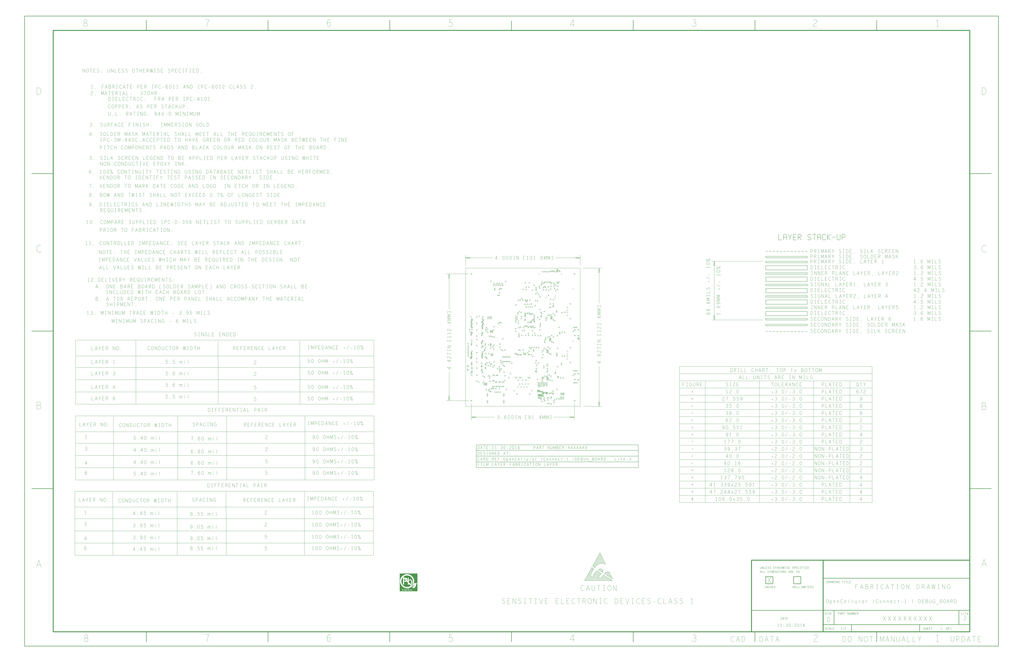
<source format=gbr>
G04 ================== begin FILE IDENTIFICATION RECORD ==================*
G04 Layout Name:  D:/shamshu/Dburg/final/OC_Connect-1_DEBUG_Life-3_final.brd*
G04 Film Name:    fab.gbr*
G04 File Format:  Gerber RS274X*
G04 File Origin:  Cadence Allegro 16.6-2015-S060*
G04 Origin Date:  Thu Dec 01 02:08:25 2016*
G04 *
G04 Layer:  MANUFACTURING/PHOTOPLOT_OUTLINE*
G04 Layer:  MANUFACTURING/NCDRILL_LEGEND*
G04 Layer:  MANUFACTURING/NCDRILL_FIGURE*
G04 Layer:  MANUFACTURING/NCLEGEND-1-6*
G04 Layer:  MANUFACTURING/DETAILS*
G04 Layer:  DRAWING FORMAT/OUTLINE*
G04 Layer:  DRAWING FORMAT/TITLE_BLOCK*
G04 Layer:  DRAWING FORMAT/TITLE_DATA*
G04 Layer:  DRAWING FORMAT/REVISION_BLOCK*
G04 Layer:  DRAWING FORMAT/REVISION_DATA*
G04 Layer:  DRAWING FORMAT/FAB*
G04 Layer:  DRAWING FORMAT/FILM_LABEL_OUTLINE*
G04 Layer:  DRAWING FORMAT/FAB_TEXT*
G04 Layer:  BOARD GEOMETRY/OUTLINE*
G04 Layer:  BOARD GEOMETRY/PLATING_BAR*
G04 Layer:  BOARD GEOMETRY/ASSEMBLY_NOTES*
G04 Layer:  BOARD GEOMETRY/TOOLING_CORNERS*
G04 Layer:  BOARD GEOMETRY/DIMENSION*
G04 Layer:  BOARD GEOMETRY/ASSEMBLY_DETAIL*
G04 Layer:  BOARD GEOMETRY/FAB_NOTES_SHT2*
G04 Layer:  BOARD GEOMETRY/FAB_NOTES*
G04 *
G04 Offset:    (0.000 0.000)*
G04 Mirror:    No*
G04 Mode:      Positive*
G04 Rotation:  0*
G04 FullContactRelief:  No*
G04 UndefLineWidth:     6.000*
G04 ================== end FILE IDENTIFICATION RECORD ====================*
%FSLAX25Y25*MOIN*%
%IR0*IPPOS*OFA0.00000B0.00000*MIA0B0*SFA1.00000B1.00000*%
%AMMACRO22*
1,1,.006,-.007874,.012796*
20,1,.006,-.007874,.012796,.007874,.012796,0.0*
1,1,.006,.007874,.012796*
20,1,.006,.007874,.012796,.010096,.012601,0.0*
1,1,.006,.010096,.012601*
20,1,.006,.010096,.012601,.01225,.012024,0.0*
1,1,.006,.01225,.012024*
20,1,.006,.01225,.012024,.014272,.011081,0.0*
1,1,.006,.014272,.011081*
20,1,.006,.014272,.011081,.016099,.009802,0.0*
1,1,.006,.016099,.009802*
20,1,.006,.016099,.009802,.017676,.008225,0.0*
1,1,.006,.017676,.008225*
20,1,.006,.017676,.008225,.018955,.006398,0.0*
1,1,.006,.018955,.006398*
20,1,.006,.018955,.006398,.019898,.004376,0.0*
1,1,.006,.019898,.004376*
20,1,.006,.019898,.004376,.020475,.002222,0.0*
1,1,.006,.020475,.002222*
20,1,.006,.020475,.002222,.02067,0.0,0.0*
1,1,.006,.02067,0.0*
20,1,.006,.02067,0.0,.020475,-.002222,0.0*
1,1,.006,.020475,-.002222*
20,1,.006,.020475,-.002222,.019898,-.004376,0.0*
1,1,.006,.019898,-.004376*
20,1,.006,.019898,-.004376,.018955,-.006398,0.0*
1,1,.006,.018955,-.006398*
20,1,.006,.018955,-.006398,.017676,-.008225,0.0*
1,1,.006,.017676,-.008225*
20,1,.006,.017676,-.008225,.016099,-.009802,0.0*
1,1,.006,.016099,-.009802*
20,1,.006,.016099,-.009802,.014272,-.011081,0.0*
1,1,.006,.014272,-.011081*
20,1,.006,.014272,-.011081,.01225,-.012024,0.0*
1,1,.006,.01225,-.012024*
20,1,.006,.01225,-.012024,.010096,-.012601,0.0*
1,1,.006,.010096,-.012601*
20,1,.006,.010096,-.012601,.007874,-.012796,0.0*
1,1,.006,.007874,-.012796*
20,1,.006,.007874,-.012796,-.007874,-.012796,0.0*
1,1,.006,-.007874,-.012796*
20,1,.006,-.007874,-.012796,-.010096,-.012601,0.0*
1,1,.006,-.010096,-.012601*
20,1,.006,-.010096,-.012601,-.01225,-.012024,0.0*
1,1,.006,-.01225,-.012024*
20,1,.006,-.01225,-.012024,-.014272,-.011081,0.0*
1,1,.006,-.014272,-.011081*
20,1,.006,-.014272,-.011081,-.016099,-.009802,0.0*
1,1,.006,-.016099,-.009802*
20,1,.006,-.016099,-.009802,-.017676,-.008225,0.0*
1,1,.006,-.017676,-.008225*
20,1,.006,-.017676,-.008225,-.018955,-.006398,0.0*
1,1,.006,-.018955,-.006398*
20,1,.006,-.018955,-.006398,-.019898,-.004376,0.0*
1,1,.006,-.019898,-.004376*
20,1,.006,-.019898,-.004376,-.020475,-.002222,0.0*
1,1,.006,-.020475,-.002222*
20,1,.006,-.020475,-.002222,-.02067,0.0,0.0*
1,1,.006,-.02067,0.0*
20,1,.006,-.02067,0.0,-.020475,.002222,0.0*
1,1,.006,-.020475,.002222*
20,1,.006,-.020475,.002222,-.019898,.004376,0.0*
1,1,.006,-.019898,.004376*
20,1,.006,-.019898,.004376,-.018955,.006398,0.0*
1,1,.006,-.018955,.006398*
20,1,.006,-.018955,.006398,-.017676,.008225,0.0*
1,1,.006,-.017676,.008225*
20,1,.006,-.017676,.008225,-.016099,.009802,0.0*
1,1,.006,-.016099,.009802*
20,1,.006,-.016099,.009802,-.014272,.011081,0.0*
1,1,.006,-.014272,.011081*
20,1,.006,-.014272,.011081,-.01225,.012024,0.0*
1,1,.006,-.01225,.012024*
20,1,.006,-.01225,.012024,-.010096,.012601,0.0*
1,1,.006,-.010096,.012601*
20,1,.006,-.010096,.012601,-.007874,.012796,0.0*
1,1,.006,-.007874,.012796*
1,1,.006,0.0,-.006397*
20,1,.006,0.0,-.006397,-.001706,-.006184,0.0*
1,1,.006,-.001706,-.006184*
20,1,.006,-.001706,-.006184,-.003198,-.005331,0.0*
1,1,.006,-.003198,-.005331*
20,1,.006,-.003198,-.005331,-.004478,-.004051,0.0*
1,1,.006,-.004478,-.004051*
20,1,.006,-.004478,-.004051,-.005331,-.002559,0.0*
1,1,.006,-.005331,-.002559*
20,1,.006,-.005331,-.002559,-.005757,-.000853,0.0*
1,1,.006,-.005757,-.000853*
20,1,.006,-.005757,-.000853,-.005757,.000854,0.0*
1,1,.006,-.005757,.000854*
20,1,.006,-.005757,.000854,-.005331,.00256,0.0*
1,1,.006,-.005331,.00256*
20,1,.006,-.005331,.00256,-.004478,.004052,0.0*
1,1,.006,-.004478,.004052*
20,1,.006,-.004478,.004052,-.003198,.005332,0.0*
1,1,.006,-.003198,.005332*
20,1,.006,-.003198,.005332,-.001706,.006185,0.0*
1,1,.006,-.001706,.006185*
20,1,.006,-.001706,.006185,0.0,.006398,0.0*
1,1,.006,0.0,.006398*
20,1,.006,0.0,.006398,.001706,.006185,0.0*
1,1,.006,.001706,.006185*
20,1,.006,.001706,.006185,.003199,.005332,0.0*
1,1,.006,.003199,.005332*
20,1,.006,.003199,.005332,.004479,.004052,0.0*
1,1,.006,.004479,.004052*
20,1,.006,.004479,.004052,.005332,.00256,0.0*
1,1,.006,.005332,.00256*
20,1,.006,.005332,.00256,.005758,.000854,0.0*
1,1,.006,.005758,.000854*
20,1,.006,.005758,.000854,.005758,-.000853,0.0*
1,1,.006,.005758,-.000853*
20,1,.006,.005758,-.000853,.005332,-.002559,0.0*
1,1,.006,.005332,-.002559*
20,1,.006,.005332,-.002559,.004479,-.004051,0.0*
1,1,.006,.004479,-.004051*
20,1,.006,.004479,-.004051,.003199,-.005331,0.0*
1,1,.006,.003199,-.005331*
20,1,.006,.003199,-.005331,.001706,-.006184,0.0*
1,1,.006,.001706,-.006184*
20,1,.006,.001706,-.006184,0.0,-.006397,0.0*
1,1,.006,0.0,-.006397*
%
%ADD22MACRO22*%
%AMMACRO11*
1,1,.006,-.020834,-.025*
20,1,.006,-.020834,-.025,-.000001,.025,0.0*
1,1,.006,-.000001,.025*
20,1,.006,-.000001,.025,.020834,-.025,0.0*
1,1,.006,.020834,-.025*
1,1,.006,.013333,-.007501*
20,1,.006,.013333,-.007501,-.013334,-.007501,0.0*
1,1,.006,-.013334,-.007501*
%
%ADD11MACRO11*%
%AMMACRO15*
1,1,.006,.006666,.001667*
20,1,.006,.006666,.001667,.01,.004167,0.0*
1,1,.006,.01,.004167*
20,1,.006,.01,.004167,.0125,.008332,0.0*
1,1,.006,.0125,.008332*
20,1,.006,.0125,.008332,.014167,.014167,0.0*
1,1,.006,.014167,.014167*
20,1,.006,.014167,.014167,.0125,.019166,0.0*
1,1,.006,.0125,.019166*
20,1,.006,.0125,.019166,.009167,.022499,0.0*
1,1,.006,.009167,.022499*
20,1,.006,.009167,.022499,.003333,.025,0.0*
1,1,.006,.003333,.025*
20,1,.006,.003333,.025,-.019166,.025,0.0*
1,1,.006,-.019166,.025*
20,1,.006,-.019166,.025,-.019166,-.025,0.0*
1,1,.006,-.019166,-.025*
20,1,.006,-.019166,-.025,.008334,-.025,0.0*
1,1,.006,.008334,-.025*
20,1,.006,.008334,-.025,.014167,-.021667,0.0*
1,1,.006,.014167,-.021667*
20,1,.006,.014167,-.021667,.0175,-.016667,0.0*
1,1,.006,.0175,-.016667*
20,1,.006,.0175,-.016667,.019166,-.010833,0.0*
1,1,.006,.019166,-.010833*
20,1,.006,.019166,-.010833,.0175,-.005001,0.0*
1,1,.006,.0175,-.005001*
20,1,.006,.0175,-.005001,.0125,-.000001,0.0*
1,1,.006,.0125,-.000001*
20,1,.006,.0125,-.000001,.006666,.001667,0.0*
1,1,.006,.006666,.001667*
20,1,.006,.006666,.001667,-.019166,.001667,0.0*
1,1,.006,-.019166,.001667*
%
%ADD15MACRO15*%
%AMMACRO16*
1,1,.006,.018333,.020833*
20,1,.006,.018333,.020833,.013333,.023334,0.0*
1,1,.006,.013333,.023334*
20,1,.006,.013333,.023334,.007501,.025,0.0*
1,1,.006,.007501,.025*
20,1,.006,.007501,.025,.000834,.025,0.0*
1,1,.006,.000834,.025*
20,1,.006,.000834,.025,-.006668,.022499,0.0*
1,1,.006,-.006668,.022499*
20,1,.006,-.006668,.022499,-.0125,.018333,0.0*
1,1,.006,-.0125,.018333*
20,1,.006,-.0125,.018333,-.016667,.013333,0.0*
1,1,.006,-.016667,.013333*
20,1,.006,-.016667,.013333,-.020001,.005,0.0*
1,1,.006,-.020001,.005*
20,1,.006,-.020001,.005,-.020834,-.0025,0.0*
1,1,.006,-.020834,-.0025*
20,1,.006,-.020834,-.0025,-.019166,-.01,0.0*
1,1,.006,-.019166,-.01*
20,1,.006,-.019166,-.01,-.016667,-.015001,0.0*
1,1,.006,-.016667,-.015001*
20,1,.006,-.016667,-.015001,-.011666,-.020001,0.0*
1,1,.006,-.011666,-.020001*
20,1,.006,-.011666,-.020001,-.005833,-.023334,0.0*
1,1,.006,-.005833,-.023334*
20,1,.006,-.005833,-.023334,-.000001,-.025,0.0*
1,1,.006,-.000001,-.025*
20,1,.006,-.000001,-.025,.005833,-.025,0.0*
1,1,.006,.005833,-.025*
20,1,.006,.005833,-.025,.011666,-.023334,0.0*
1,1,.006,.011666,-.023334*
20,1,.006,.011666,-.023334,.016667,-.020834,0.0*
1,1,.006,.016667,-.020834*
20,1,.006,.016667,-.020834,.020834,-.017502,0.0*
1,1,.006,.020834,-.017502*
%
%ADD16MACRO16*%
%AMMACRO25*
1,1,.006,-.009842,.01378*
20,1,.006,-.009842,.01378,.009842,.01378,0.0*
1,1,.006,.009842,.01378*
20,1,.006,.009842,.01378,.012235,.01357,0.0*
1,1,.006,.012235,.01357*
20,1,.006,.012235,.01357,.014555,.012948,0.0*
1,1,.006,.014555,.012948*
20,1,.006,.014555,.012948,.016732,.011933,0.0*
1,1,.006,.016732,.011933*
20,1,.006,.016732,.011933,.0187,.010556,0.0*
1,1,.006,.0187,.010556*
20,1,.006,.0187,.010556,.020398,.008857,0.0*
1,1,.006,.020398,.008857*
20,1,.006,.020398,.008857,.021776,.00689,0.0*
1,1,.006,.021776,.00689*
20,1,.006,.021776,.00689,.022791,.004713,0.0*
1,1,.006,.022791,.004713*
20,1,.006,.022791,.004713,.023413,.002393,0.0*
1,1,.006,.023413,.002393*
20,1,.006,.023413,.002393,.023622,0.0,0.0*
1,1,.006,.023622,0.0*
20,1,.006,.023622,0.0,.023413,-.002393,0.0*
1,1,.006,.023413,-.002393*
20,1,.006,.023413,-.002393,.022791,-.004713,0.0*
1,1,.006,.022791,-.004713*
20,1,.006,.022791,-.004713,.021776,-.00689,0.0*
1,1,.006,.021776,-.00689*
20,1,.006,.021776,-.00689,.020398,-.008857,0.0*
1,1,.006,.020398,-.008857*
20,1,.006,.020398,-.008857,.0187,-.010556,0.0*
1,1,.006,.0187,-.010556*
20,1,.006,.0187,-.010556,.016732,-.011933,0.0*
1,1,.006,.016732,-.011933*
20,1,.006,.016732,-.011933,.014555,-.012948,0.0*
1,1,.006,.014555,-.012948*
20,1,.006,.014555,-.012948,.012235,-.01357,0.0*
1,1,.006,.012235,-.01357*
20,1,.006,.012235,-.01357,.009842,-.01378,0.0*
1,1,.006,.009842,-.01378*
20,1,.006,.009842,-.01378,-.009842,-.01378,0.0*
1,1,.006,-.009842,-.01378*
20,1,.006,-.009842,-.01378,-.012235,-.01357,0.0*
1,1,.006,-.012235,-.01357*
20,1,.006,-.012235,-.01357,-.014555,-.012948,0.0*
1,1,.006,-.014555,-.012948*
20,1,.006,-.014555,-.012948,-.016732,-.011933,0.0*
1,1,.006,-.016732,-.011933*
20,1,.006,-.016732,-.011933,-.0187,-.010556,0.0*
1,1,.006,-.0187,-.010556*
20,1,.006,-.0187,-.010556,-.020398,-.008857,0.0*
1,1,.006,-.020398,-.008857*
20,1,.006,-.020398,-.008857,-.021776,-.00689,0.0*
1,1,.006,-.021776,-.00689*
20,1,.006,-.021776,-.00689,-.022791,-.004713,0.0*
1,1,.006,-.022791,-.004713*
20,1,.006,-.022791,-.004713,-.023413,-.002393,0.0*
1,1,.006,-.023413,-.002393*
20,1,.006,-.023413,-.002393,-.023622,0.0,0.0*
1,1,.006,-.023622,0.0*
20,1,.006,-.023622,0.0,-.023413,.002393,0.0*
1,1,.006,-.023413,.002393*
20,1,.006,-.023413,.002393,-.022791,.004713,0.0*
1,1,.006,-.022791,.004713*
20,1,.006,-.022791,.004713,-.021776,.00689,0.0*
1,1,.006,-.021776,.00689*
20,1,.006,-.021776,.00689,-.020398,.008857,0.0*
1,1,.006,-.020398,.008857*
20,1,.006,-.020398,.008857,-.0187,.010556,0.0*
1,1,.006,-.0187,.010556*
20,1,.006,-.0187,.010556,-.016732,.011933,0.0*
1,1,.006,-.016732,.011933*
20,1,.006,-.016732,.011933,-.014555,.012948,0.0*
1,1,.006,-.014555,.012948*
20,1,.006,-.014555,.012948,-.012235,.01357,0.0*
1,1,.006,-.012235,.01357*
20,1,.006,-.012235,.01357,-.009842,.01378,0.0*
1,1,.006,-.009842,.01378*
1,1,.006,-.004593,-.006889*
20,1,.006,-.004593,-.006889,-.004593,.00689,0.0*
1,1,.006,-.004593,.00689*
20,1,.006,-.004593,.00689,.000919,.00689,0.0*
1,1,.006,.000919,.00689*
20,1,.006,.000919,.00689,.002756,.006201,0.0*
1,1,.006,.002756,.006201*
20,1,.006,.002756,.006201,.004134,.004594,0.0*
1,1,.006,.004134,.004594*
20,1,.006,.004134,.004594,.004594,.002756,0.0*
1,1,.006,.004594,.002756*
20,1,.006,.004594,.002756,.004134,.000919,0.0*
1,1,.006,.004134,.000919*
20,1,.006,.004134,.000919,.002986,-.000459,0.0*
1,1,.006,.002986,-.000459*
20,1,.006,.002986,-.000459,.000919,-.001148,0.0*
1,1,.006,.000919,-.001148*
20,1,.006,.000919,-.001148,-.004593,-.001148,0.0*
1,1,.006,-.004593,-.001148*
%
%ADD25MACRO25*%
%AMMACRO23*
1,1,.006,-.018333,-.025*
20,1,.006,-.018333,-.025,-.018333,.025,0.0*
1,1,.006,-.018333,.025*
20,1,.006,-.018333,.025,-.001667,.025,0.0*
1,1,.006,-.001667,.025*
20,1,.006,-.001667,.025,.005,.022499,0.0*
1,1,.006,.005,.022499*
20,1,.006,.005,.022499,.01,.019166,0.0*
1,1,.006,.01,.019166*
20,1,.006,.01,.019166,.014167,.014167,0.0*
1,1,.006,.014167,.014167*
20,1,.006,.014167,.014167,.0175,.008332,0.0*
1,1,.006,.0175,.008332*
20,1,.006,.0175,.008332,.018333,-.000001,0.0*
1,1,.006,.018333,-.000001*
20,1,.006,.018333,-.000001,.0175,-.008334,0.0*
1,1,.006,.0175,-.008334*
20,1,.006,.0175,-.008334,.014167,-.014167,0.0*
1,1,.006,.014167,-.014167*
20,1,.006,.014167,-.014167,.01,-.019168,0.0*
1,1,.006,.01,-.019168*
20,1,.006,.01,-.019168,.005,-.022501,0.0*
1,1,.006,.005,-.022501*
20,1,.006,.005,-.022501,-.001667,-.025,0.0*
1,1,.006,-.001667,-.025*
20,1,.006,-.001667,-.025,-.018333,-.025,0.0*
1,1,.006,-.018333,-.025*
%
%ADD23MACRO23*%
%AMMACRO17*
1,1,.006,.016667,-.025*
20,1,.006,.016667,-.025,-.016667,-.025,0.0*
1,1,.006,-.016667,-.025*
20,1,.006,-.016667,-.025,-.016667,.025,0.0*
1,1,.006,-.016667,.025*
20,1,.006,-.016667,.025,.016667,.025,0.0*
1,1,.006,.016667,.025*
1,1,.006,.003333,.000834*
20,1,.006,.003333,.000834,-.016667,.000834,0.0*
1,1,.006,-.016667,.000834*
%
%ADD17MACRO17*%
%AMMACRO14*
1,1,.006,.005,-.000001*
20,1,.006,.005,-.000001,.021667,-.000001,0.0*
1,1,.006,.021667,-.000001*
20,1,.006,.021667,-.000001,.021667,-.015001,0.0*
1,1,.006,.021667,-.015001*
20,1,.006,.021667,-.015001,.016667,-.020001,0.0*
1,1,.006,.016667,-.020001*
20,1,.006,.016667,-.020001,.010833,-.023334,0.0*
1,1,.006,.010833,-.023334*
20,1,.006,.010833,-.023334,.0025,-.025,0.0*
1,1,.006,.0025,-.025*
20,1,.006,.0025,-.025,-.005833,-.023334,0.0*
1,1,.006,-.005833,-.023334*
20,1,.006,-.005833,-.023334,-.011666,-.020001,0.0*
1,1,.006,-.011666,-.020001*
20,1,.006,-.011666,-.020001,-.016667,-.015001,0.0*
1,1,.006,-.016667,-.015001*
20,1,.006,-.016667,-.015001,-.020001,-.009167,0.0*
1,1,.006,-.020001,-.009167*
20,1,.006,-.020001,-.009167,-.021667,-.0025,0.0*
1,1,.006,-.021667,-.0025*
20,1,.006,-.021667,-.0025,-.021667,.003333,0.0*
1,1,.006,-.021667,.003333*
20,1,.006,-.021667,.003333,-.020001,.008332,0.0*
1,1,.006,-.020001,.008332*
20,1,.006,-.020001,.008332,-.016667,.014167,0.0*
1,1,.006,-.016667,.014167*
20,1,.006,-.016667,.014167,-.011666,.019166,0.0*
1,1,.006,-.011666,.019166*
20,1,.006,-.011666,.019166,-.006668,.022499,0.0*
1,1,.006,-.006668,.022499*
20,1,.006,-.006668,.022499,-.000001,.025,0.0*
1,1,.006,-.000001,.025*
20,1,.006,-.000001,.025,.005833,.025,0.0*
1,1,.006,.005833,.025*
20,1,.006,.005833,.025,.0125,.023334,0.0*
1,1,.006,.0125,.023334*
20,1,.006,.0125,.023334,.0175,.02,0.0*
1,1,.006,.0175,.02*
%
%ADD14MACRO14*%
%AMMACRO21*
1,1,.006,-.0175,-.025*
20,1,.006,-.0175,-.025,-.0175,.025,0.0*
1,1,.006,-.0175,.025*
1,1,.006,.0175,.025*
20,1,.006,.0175,.025,.0175,-.025,0.0*
1,1,.006,.0175,-.025*
1,1,.006,.0175,-.000001*
20,1,.006,.0175,-.000001,-.0175,-.000001,0.0*
1,1,.006,-.0175,-.000001*
%
%ADD21MACRO21*%
%AMMACRO24*
1,1,.006,-.01,.025*
20,1,.006,-.01,.025,.009999,.025,0.0*
1,1,.006,.009999,.025*
1,1,.006,-.000001,.025*
20,1,.006,-.000001,.025,-.000001,-.025,0.0*
1,1,.006,-.000001,-.025*
1,1,.006,-.01,-.025*
20,1,.006,-.01,-.025,.009999,-.025,0.0*
1,1,.006,.009999,-.025*
%
%ADD24MACRO24*%
%AMMACRO19*
1,1,.006,-.016667,-.015001*
20,1,.006,-.016667,-.015001,-.0125,-.020001,0.0*
1,1,.006,-.0125,-.020001*
20,1,.006,-.0125,-.020001,-.007501,-.023334,0.0*
1,1,.006,-.007501,-.023334*
20,1,.006,-.007501,-.023334,-.001667,-.025,0.0*
1,1,.006,-.001667,-.025*
20,1,.006,-.001667,-.025,.005,-.023334,0.0*
1,1,.006,.005,-.023334*
20,1,.006,.005,-.023334,.01,-.020001,0.0*
1,1,.006,.01,-.020001*
20,1,.006,.01,-.020001,.015001,-.015001,0.0*
1,1,.006,.015001,-.015001*
20,1,.006,.015001,-.015001,.016667,-.008334,0.0*
1,1,.006,.016667,-.008334*
20,1,.006,.016667,-.008334,.016667,.025,0.0*
1,1,.006,.016667,.025*
%
%ADD19MACRO19*%
%AMMACRO13*
1,1,.006,-.018333,-.025*
20,1,.006,-.018333,-.025,-.018333,.025,0.0*
1,1,.006,-.018333,.025*
1,1,.006,.013333,.025*
20,1,.006,.013333,.025,-.018333,-.005834,0.0*
1,1,.006,-.018333,-.005834*
1,1,.006,.018333,-.025*
20,1,.006,.018333,-.025,-.004167,.008332,0.0*
1,1,.006,-.004167,.008332*
%
%ADD13MACRO13*%
%AMMACRO20*
1,1,.006,-.016667,.025*
20,1,.006,-.016667,.025,-.016667,-.025,0.0*
1,1,.006,-.016667,-.025*
20,1,.006,-.016667,-.025,.016667,-.025,0.0*
1,1,.006,.016667,-.025*
%
%ADD20MACRO20*%
%AMMACRO18*
1,1,.006,-.021667,-.025*
20,1,.006,-.021667,-.025,-.021667,.025,0.0*
1,1,.006,-.021667,.025*
20,1,.006,-.021667,.025,-.000001,-.016667,0.0*
1,1,.006,-.000001,-.016667*
20,1,.006,-.000001,-.016667,.021667,.025,0.0*
1,1,.006,.021667,.025*
20,1,.006,.021667,.025,.021667,-.025,0.0*
1,1,.006,.021667,-.025*
%
%ADD18MACRO18*%
%AMMACRO10*
1,1,.006,-.019166,-.025*
20,1,.006,-.019166,-.025,-.019166,.025,0.0*
1,1,.006,-.019166,.025*
20,1,.006,-.019166,.025,.019166,-.025,0.0*
1,1,.006,.019166,-.025*
20,1,.006,.019166,-.025,.019166,.025,0.0*
1,1,.006,.019166,.025*
%
%ADD10MACRO10*%
%AMMACRO12*
1,1,.006,-.0175,-.0355*
20,1,.006,-.0175,-.0355,-.0175,.0355,0.0*
1,1,.006,-.0175,.0355*
20,1,.006,-.0175,.0355,-.017234,.038539,0.0*
1,1,.006,-.017234,.038539*
20,1,.006,-.017234,.038539,-.016445,.041485,0.0*
1,1,.006,-.016445,.041485*
20,1,.006,-.016445,.041485,-.015155,.04425,0.0*
1,1,.006,-.015155,.04425*
20,1,.006,-.015155,.04425,-.013406,.046749,0.0*
1,1,.006,-.013406,.046749*
20,1,.006,-.013406,.046749,-.011249,.048906,0.0*
1,1,.006,-.011249,.048906*
20,1,.006,-.011249,.048906,-.00875,.050655,0.0*
1,1,.006,-.00875,.050655*
20,1,.006,-.00875,.050655,-.005985,.051945,0.0*
1,1,.006,-.005985,.051945*
20,1,.006,-.005985,.051945,-.003039,.052734,0.0*
1,1,.006,-.003039,.052734*
20,1,.006,-.003039,.052734,0.0,.053,0.0*
1,1,.006,0.0,.053*
20,1,.006,0.0,.053,.003039,.052734,0.0*
1,1,.006,.003039,.052734*
20,1,.006,.003039,.052734,.005985,.051945,0.0*
1,1,.006,.005985,.051945*
20,1,.006,.005985,.051945,.00875,.050655,0.0*
1,1,.006,.00875,.050655*
20,1,.006,.00875,.050655,.011249,.048906,0.0*
1,1,.006,.011249,.048906*
20,1,.006,.011249,.048906,.013406,.046749,0.0*
1,1,.006,.013406,.046749*
20,1,.006,.013406,.046749,.015155,.04425,0.0*
1,1,.006,.015155,.04425*
20,1,.006,.015155,.04425,.016445,.041485,0.0*
1,1,.006,.016445,.041485*
20,1,.006,.016445,.041485,.017234,.038539,0.0*
1,1,.006,.017234,.038539*
20,1,.006,.017234,.038539,.0175,.0355,0.0*
1,1,.006,.0175,.0355*
20,1,.006,.0175,.0355,.0175,-.0355,0.0*
1,1,.006,.0175,-.0355*
20,1,.006,.0175,-.0355,.017234,-.038539,0.0*
1,1,.006,.017234,-.038539*
20,1,.006,.017234,-.038539,.016445,-.041485,0.0*
1,1,.006,.016445,-.041485*
20,1,.006,.016445,-.041485,.015155,-.04425,0.0*
1,1,.006,.015155,-.04425*
20,1,.006,.015155,-.04425,.013406,-.046749,0.0*
1,1,.006,.013406,-.046749*
20,1,.006,.013406,-.046749,.011249,-.048906,0.0*
1,1,.006,.011249,-.048906*
20,1,.006,.011249,-.048906,.00875,-.050655,0.0*
1,1,.006,.00875,-.050655*
20,1,.006,.00875,-.050655,.005985,-.051945,0.0*
1,1,.006,.005985,-.051945*
20,1,.006,.005985,-.051945,.003039,-.052734,0.0*
1,1,.006,.003039,-.052734*
20,1,.006,.003039,-.052734,0.0,-.053,0.0*
1,1,.006,0.0,-.053*
20,1,.006,0.0,-.053,-.003039,-.052734,0.0*
1,1,.006,-.003039,-.052734*
20,1,.006,-.003039,-.052734,-.005985,-.051945,0.0*
1,1,.006,-.005985,-.051945*
20,1,.006,-.005985,-.051945,-.00875,-.050655,0.0*
1,1,.006,-.00875,-.050655*
20,1,.006,-.00875,-.050655,-.011249,-.048906,0.0*
1,1,.006,-.011249,-.048906*
20,1,.006,-.011249,-.048906,-.013406,-.046749,0.0*
1,1,.006,-.013406,-.046749*
20,1,.006,-.013406,-.046749,-.015155,-.04425,0.0*
1,1,.006,-.015155,-.04425*
20,1,.006,-.015155,-.04425,-.016445,-.041485,0.0*
1,1,.006,-.016445,-.041485*
20,1,.006,-.016445,-.041485,-.017234,-.038539,0.0*
1,1,.006,-.017234,-.038539*
20,1,.006,-.017234,-.038539,-.0175,-.0355,0.0*
1,1,.006,-.0175,-.0355*
1,1,.006,0.0,-.00875*
20,1,.006,0.0,-.00875,-.002334,-.008458,0.0*
1,1,.006,-.002334,-.008458*
20,1,.006,-.002334,-.008458,-.004375,-.007292,0.0*
1,1,.006,-.004375,-.007292*
20,1,.006,-.004375,-.007292,-.006125,-.005542,0.0*
1,1,.006,-.006125,-.005542*
20,1,.006,-.006125,-.005542,-.007292,-.0035,0.0*
1,1,.006,-.007292,-.0035*
20,1,.006,-.007292,-.0035,-.007875,-.001167,0.0*
1,1,.006,-.007875,-.001167*
20,1,.006,-.007875,-.001167,-.007875,.001167,0.0*
1,1,.006,-.007875,.001167*
20,1,.006,-.007875,.001167,-.007292,.0035,0.0*
1,1,.006,-.007292,.0035*
20,1,.006,-.007292,.0035,-.006125,.005542,0.0*
1,1,.006,-.006125,.005542*
20,1,.006,-.006125,.005542,-.004375,.007291,0.0*
1,1,.006,-.004375,.007291*
20,1,.006,-.004375,.007291,-.002334,.008458,0.0*
1,1,.006,-.002334,.008458*
20,1,.006,-.002334,.008458,0.0,.00875,0.0*
1,1,.006,0.0,.00875*
20,1,.006,0.0,.00875,.002333,.008458,0.0*
1,1,.006,.002333,.008458*
20,1,.006,.002333,.008458,.004375,.007291,0.0*
1,1,.006,.004375,.007291*
20,1,.006,.004375,.007291,.006125,.005542,0.0*
1,1,.006,.006125,.005542*
20,1,.006,.006125,.005542,.007292,.0035,0.0*
1,1,.006,.007292,.0035*
20,1,.006,.007292,.0035,.007875,.001167,0.0*
1,1,.006,.007875,.001167*
20,1,.006,.007875,.001167,.007875,-.001167,0.0*
1,1,.006,.007875,-.001167*
20,1,.006,.007875,-.001167,.007292,-.0035,0.0*
1,1,.006,.007292,-.0035*
20,1,.006,.007292,-.0035,.006125,-.005542,0.0*
1,1,.006,.006125,-.005542*
20,1,.006,.006125,-.005542,.004375,-.007292,0.0*
1,1,.006,.004375,-.007292*
20,1,.006,.004375,-.007292,.002333,-.008458,0.0*
1,1,.006,.002333,-.008458*
20,1,.006,.002333,-.008458,0.0,-.00875,0.0*
1,1,.006,0.0,-.00875*
1,1,.006,.002333,-.004083*
20,1,.006,.002333,-.004083,.005833,-.00875,0.0*
1,1,.006,.005833,-.00875*
%
%ADD12MACRO12*%
%ADD26C,.006*%
%ADD27C,.00176*%
%ADD28C,.01*%
%ADD29C,.03*%
%ADD30C,.015*%
G75*
%LPD*%
G75*
G54D10*
X20000Y20000D03*
Y462677D03*
X380000Y20000D03*
Y462677D03*
X791668Y-248500D03*
G54D20*
X257591Y462596D03*
X336843D03*
X791668Y-198500D03*
G54D11*
X7500Y125500D03*
Y130000D03*
X7922Y142235D03*
X8000Y138500D03*
Y219000D03*
X9000Y175500D03*
Y193500D03*
X8500Y187500D03*
X9500Y181500D03*
X8500Y199075D03*
X9000Y210575D03*
X9250Y204750D03*
X72250Y59000D03*
X84518Y51500D03*
X79387Y55432D03*
X83318Y59000D03*
X73718Y75700D03*
X69318Y75800D03*
X65118Y75900D03*
X39218Y133750D03*
Y108750D03*
Y88000D03*
X62218Y85032D03*
X85153Y87565D03*
X21000Y148500D03*
X21500Y144875D03*
X22000Y135500D03*
Y132000D03*
Y123000D03*
Y119500D03*
X56500Y141500D03*
Y138500D03*
Y129000D03*
Y126000D03*
X84000Y105000D03*
X61000Y105500D03*
X79000Y142500D03*
X73618Y80500D03*
X69418D03*
X65100D03*
X79500Y107000D03*
X66000Y102500D03*
X84518Y99000D03*
X70500Y148500D03*
X69500Y136000D03*
X70500Y144500D03*
X69500Y132000D03*
X60500Y118000D03*
X21500Y109500D03*
X57500Y121500D03*
X19000Y116500D03*
X39218Y212500D03*
Y187500D03*
Y166750D03*
Y154500D03*
X21500Y223500D03*
X22225Y182662D03*
X19787Y180293D03*
X21000Y152500D03*
X56500Y151000D03*
X60250Y209250D03*
X60500Y190500D03*
X56000Y223500D03*
Y220500D03*
X57000Y185825D03*
X56876Y176845D03*
X70000Y204500D03*
X69000Y173000D03*
X75000Y152500D03*
X70500Y184000D03*
X81000Y184500D03*
X22500Y193000D03*
X56945Y211315D03*
X56500Y204725D03*
X73500Y166500D03*
X83000Y153500D03*
X73500Y170000D03*
X79950Y214500D03*
X68000Y213000D03*
X66500Y195000D03*
Y199000D03*
X20500Y215000D03*
Y218500D03*
X57500Y169500D03*
Y173000D03*
X68500Y218500D03*
X59000Y179500D03*
X20503Y185594D03*
X21000Y168000D03*
X17000D03*
X21000Y171500D03*
X17000D03*
X21000Y175375D03*
X20500Y188994D03*
X59000Y183000D03*
X14500Y267000D03*
X39218Y245500D03*
Y266250D03*
Y291250D03*
X22218Y255250D03*
Y258400D03*
Y267850D03*
Y274150D03*
Y277300D03*
X22000Y286625D03*
Y289775D03*
X56736Y247700D03*
X57736Y255500D03*
X57836Y251700D03*
X58218Y270875D03*
Y283475D03*
X60436Y280325D03*
X57736Y292800D03*
X57626Y296198D03*
X39218Y233250D03*
X83218Y244900D03*
X72618Y275800D03*
X21500Y231000D03*
X19500Y279900D03*
Y283900D03*
X61000Y286500D03*
Y290000D03*
X19500Y292500D03*
Y296500D03*
X59037Y274175D03*
X56675Y277175D03*
X19500Y248500D03*
X59500Y226500D03*
X19500Y252500D03*
X59500Y230000D03*
X77418Y259900D03*
X60000Y258275D03*
X17500Y259500D03*
X71000Y264000D03*
X71500Y269500D03*
X77518Y269200D03*
X39218Y312000D03*
X22000Y299350D03*
X58218Y305525D03*
X22000Y305500D03*
Y302500D03*
X60500Y312000D03*
X61500Y299000D03*
Y302500D03*
X18500Y313500D03*
X78518Y306800D03*
X84418Y307100D03*
X84218Y312700D03*
X78418Y312500D03*
X103118Y49659D03*
X109118Y49700D03*
X114918Y50100D03*
X121018Y49659D03*
X90118Y62100D03*
X117918Y62200D03*
X105682Y62000D03*
X142126Y59500D03*
X97716Y62390D03*
X94318Y62500D03*
X88218Y51600D03*
X94868Y69650D03*
X99008D03*
X105918Y69700D03*
X110058D03*
X116918D03*
X121058D03*
X127918D03*
X132058D03*
X100387Y108300D03*
X107649D03*
X111618Y131282D03*
X87000Y147500D03*
X117000Y138000D03*
X136500Y90500D03*
X156874Y114500D03*
X94798Y89700D03*
X98938D03*
X104600Y85000D03*
X109034Y85200D03*
X116917Y85299D03*
X120333D03*
X127917D03*
X132800Y85300D03*
X134000Y120000D03*
X124500Y131000D03*
X119168Y120750D03*
X119518Y126300D03*
X135000Y140000D03*
X111618Y108300D03*
X128000Y149000D03*
X86500Y140000D03*
X100118Y142500D03*
X95500Y137500D03*
X96450Y108800D03*
X132500Y143000D03*
X137500Y107000D03*
X151000Y100500D03*
X91500Y148000D03*
X119000Y131500D03*
X129218Y156400D03*
X154218D03*
X149218D03*
X144218D03*
X139218D03*
X134218D03*
X119718Y217500D03*
X124218Y199000D03*
X87918Y204000D03*
X87718Y211500D03*
X87818Y215100D03*
X99500Y155500D03*
X124500Y153500D03*
X98218Y199740D03*
X128500Y195000D03*
X95187Y207500D03*
X119718Y207000D03*
X122500Y160500D03*
X87618Y218500D03*
X137000Y196500D03*
X99500Y213500D03*
X89500Y178000D03*
X94500D03*
Y183000D03*
X129418Y173000D03*
X134418D03*
X154418D03*
X149418D03*
X144418D03*
X139418D03*
X89500Y183000D03*
X93518Y259500D03*
X93818Y263500D03*
X87018D03*
X87118Y259700D03*
X90418Y261500D03*
X114418Y289500D03*
X99500Y278300D03*
X99418Y242932D03*
X93918D03*
X87718Y245200D03*
X130000Y236000D03*
X119568Y292450D03*
X122968D03*
X97718Y266900D03*
X89818Y307100D03*
X89418Y312500D03*
X118418Y407677D03*
Y396677D03*
X113500Y387500D03*
X101557Y411443D03*
X120242Y411206D03*
X101557Y407151D03*
X124534Y411206D03*
X117000Y387500D03*
X210710Y91523D03*
X198718Y91532D03*
X183718D03*
X223718Y100442D03*
X218718D03*
X193718D03*
X178718D03*
X173718D03*
X188718D03*
X200962Y197700D03*
X183718Y180668D03*
X202618Y186800D03*
X229718Y180668D03*
X231362Y205604D03*
X223488D03*
X227518Y200668D03*
X217518Y187268D03*
X190118Y196200D03*
X161000Y151500D03*
X186150Y196100D03*
X221618Y192800D03*
X208884Y184866D03*
X180322Y180828D03*
X177288Y183535D03*
X222818Y180800D03*
X173148Y183535D03*
X208218Y181200D03*
X189568Y180850D03*
X204078Y181200D03*
X218600Y180800D03*
X193900Y180700D03*
X195961Y247900D03*
X219583D03*
X186449D03*
X210071D03*
X184150Y289200D03*
X184250Y297200D03*
X175250Y293800D03*
X217718Y293000D03*
X229818Y293100D03*
X219218Y254932D03*
X226518Y294900D03*
X186218Y253400D03*
X186118Y243500D03*
X230718Y275200D03*
X219218Y275300D03*
X202218Y274800D03*
X175118Y271500D03*
X190818Y276400D03*
X223218Y293000D03*
X224568Y279150D03*
X228950Y278104D03*
X175418Y262000D03*
X199018Y264700D03*
X205018Y264500D03*
X207118Y280200D03*
X210736Y280300D03*
X214989Y279471D03*
X185018Y274400D03*
X200000Y371500D03*
X215200Y371200D03*
X175250Y300600D03*
Y307400D03*
Y315400D03*
X182087Y326700D03*
X194218Y328232D03*
X187718Y330417D03*
X225918Y347168D03*
X218697D03*
X211218Y347200D03*
X222418Y356468D03*
X214918D03*
X207418D03*
X225918Y321200D03*
X179835Y303906D03*
X179401Y311265D03*
X207228Y300038D03*
X207918Y317300D03*
X209200Y371300D03*
X224800D03*
X176118Y354500D03*
X229618Y298100D03*
X195318Y313900D03*
X195118Y306700D03*
X229818Y322100D03*
X182918Y321100D03*
X208418Y321300D03*
X207718Y304400D03*
X230018Y357500D03*
X233318Y347200D03*
X207768Y313850D03*
X223613Y324500D03*
X218718Y325200D03*
X214818Y324800D03*
X207828Y325190D03*
X183900Y370800D03*
X190200Y370900D03*
X214000Y367200D03*
X209968Y366900D03*
X211700Y416500D03*
X210500Y408000D03*
X200500Y409000D03*
X220600Y416500D03*
X208900Y431600D03*
X196000Y376800D03*
X232800Y406000D03*
X222500Y431500D03*
X305918Y42900D03*
X305218Y46200D03*
X300218Y46500D03*
X295518Y46200D03*
X282218Y44500D03*
X285218D03*
X268718Y51500D03*
X255218D03*
X258718D03*
X262218D03*
X265218D03*
X274218Y23732D03*
X252218Y55500D03*
X255218D03*
X278718Y48000D03*
X285218D03*
X282218D03*
X275218D03*
X271718D03*
X268718D03*
X252218Y51500D03*
X292550Y44542D03*
X271718Y43500D03*
X266718Y16968D03*
X263550Y24000D03*
X258718Y55500D03*
X268718Y43500D03*
X290718Y30000D03*
X286718D03*
X287218Y22500D03*
X283318Y72300D03*
X271318D03*
X259318D03*
X253318D03*
X275718Y73100D03*
X256718Y68853D03*
X264718Y70987D03*
X299218Y7647D03*
X292718Y9832D03*
X287218D03*
X253718Y41000D03*
X268718Y36500D03*
X265718D03*
X262718D03*
X271718D03*
X259718Y41000D03*
X262718D03*
X265718D03*
X256718D03*
X253718Y36500D03*
X256718D03*
X259718D03*
X254218Y29500D03*
X257218D03*
X260218D03*
X263550D03*
X298718Y32816D03*
X274218Y29500D03*
X298365Y28700D03*
X276218Y20000D03*
X304618Y53300D03*
X286518Y96500D03*
X284618Y99700D03*
X288518Y99600D03*
X284518Y93200D03*
X288518Y93100D03*
X247250Y125700D03*
Y120100D03*
X244018Y122232D03*
X251571Y94500D03*
X246950Y132800D03*
X274718Y105613D03*
X302218Y89432D03*
X298518Y105513D03*
X285618Y125200D03*
X284718Y146400D03*
X285518Y140400D03*
X285589Y131916D03*
X273247Y134484D03*
X281234Y103635D03*
X285018Y106144D03*
X268618Y102000D03*
X267118Y98500D03*
X271218Y98476D03*
X267850Y93200D03*
Y87700D03*
X283318Y77300D03*
X277318D03*
X271318D03*
X265318D03*
X259318D03*
X253318D03*
X283318Y82300D03*
X277318D03*
X271318D03*
X265318D03*
X259318D03*
X253318D03*
X295018Y91044D03*
X292018Y109600D03*
X248618Y143800D03*
X285000Y120500D03*
X273000Y141000D03*
X287918Y189000D03*
X283968Y188700D03*
X288118Y195300D03*
X284218Y195400D03*
X286118Y192200D03*
X297518Y182032D03*
X274518Y202868D03*
X306718Y223132D03*
X267818Y170200D03*
X254984Y205604D03*
X247110D03*
X239236D03*
X254818Y150768D03*
X280729Y199108D03*
X287581Y206500D03*
X270550Y180800D03*
X267350Y190200D03*
X271018Y195700D03*
X237487Y197468D03*
X245518Y151500D03*
X246518Y159500D03*
X292418Y184200D03*
X294818Y202200D03*
X237318Y193532D03*
X234818Y173632D03*
X260887Y278900D03*
X295318Y233400D03*
X293418Y236600D03*
X297318Y236500D03*
X293168Y229900D03*
X297118Y230200D03*
X261249Y288900D03*
X260987Y284700D03*
X252662Y247000D03*
X233693Y247900D03*
X262174Y247000D03*
X243205Y247900D03*
X280018Y240100D03*
X306718Y242469D03*
X287918Y241500D03*
X239618Y295700D03*
X293581Y243300D03*
X276550Y224300D03*
Y229800D03*
X279218Y235200D03*
X240318Y255100D03*
X300618Y248300D03*
X301018Y225400D03*
X259418Y266500D03*
X234500Y280500D03*
X233518Y264700D03*
X236500Y275500D03*
X242018Y274900D03*
X274618Y331700D03*
X233887Y301900D03*
X300118Y309400D03*
X298218Y312600D03*
X302118Y312500D03*
X297968Y305900D03*
X301918Y306200D03*
X258318Y303778D03*
X305774Y357800D03*
X295974D03*
X288418Y318368D03*
X293018Y317600D03*
X262918Y328700D03*
X259587Y338600D03*
X239318Y306800D03*
X252218Y311000D03*
X244300Y369100D03*
X251000Y369000D03*
X298281Y319300D03*
X281250Y300300D03*
Y305800D03*
X283918Y311200D03*
X264018Y312147D03*
Y316152D03*
X305718Y324000D03*
X306918Y302200D03*
X239118Y299300D03*
X239818Y312950D03*
X238318Y303500D03*
X296718Y345800D03*
X239918Y319000D03*
X242718Y351500D03*
X293056Y345800D03*
X304787Y348669D03*
X233518Y322800D03*
X265700Y324100D03*
X278437Y415500D03*
X257532Y418969D03*
X276468Y419032D03*
X289563Y405000D03*
X299350Y429050D03*
X296600Y433700D03*
X292000Y433000D03*
X286406Y434100D03*
X306618Y372700D03*
X296718Y374300D03*
X289718Y387500D03*
X255500Y390500D03*
X245500Y393500D03*
X267200Y433700D03*
X275400D03*
X280500Y434100D03*
X238700Y422800D03*
X289500Y417000D03*
X258500Y413500D03*
X297294Y409500D03*
X260000Y383000D03*
X264500Y423500D03*
X273000Y429500D03*
X271500Y407000D03*
X266500Y428500D03*
X246000Y405132D03*
Y410131D03*
X250700Y397300D03*
X246000Y415131D03*
X306095Y431300D03*
X271500Y415000D03*
X281668Y407000D03*
X298000Y419500D03*
X268698Y470100D03*
X274604D03*
X280509D03*
X286415D03*
X292320D03*
X297100Y471700D03*
X305516Y471484D03*
X301400Y472900D03*
X343518Y41500D03*
X338818Y41400D03*
X333418Y41000D03*
X342618Y45500D03*
X338018Y45700D03*
X333118Y45600D03*
X318818Y59700D03*
X309218Y13032D03*
X310518Y23500D03*
X308552Y19658D03*
X331918Y31900D03*
X336318Y32100D03*
X342118D03*
X341918Y26300D03*
X335718D03*
X330218Y26200D03*
X317918Y26300D03*
X324718Y26600D03*
X378818Y124100D03*
X378618Y82600D03*
X339794Y99000D03*
X331642D03*
X321618Y138400D03*
X375618Y108300D03*
X322818Y100900D03*
X313038Y118500D03*
X322818Y104300D03*
X313038Y115100D03*
X334596Y145655D03*
X346092Y175926D03*
X337940D03*
X318787Y184800D03*
X321318Y202700D03*
X318918Y176100D03*
Y180400D03*
X334579Y151155D03*
X378218Y275900D03*
X346092Y258400D03*
X337218Y259100D03*
X326118Y275800D03*
X376118Y261900D03*
X329018Y253700D03*
X328918Y257173D03*
X321318Y246700D03*
X346718Y328626D03*
X337168Y327650D03*
X311418Y299132D03*
Y318468D03*
X318017Y329199D03*
X317916Y332894D03*
X307418Y351000D03*
X310706Y412000D03*
X321468Y408532D03*
X325776Y434100D03*
X318700Y432500D03*
X308500Y419500D03*
X322000Y420000D03*
X322400Y430500D03*
X310032Y426800D03*
X314500Y405000D03*
Y423500D03*
X315700Y470100D03*
X329000Y470700D03*
X319343Y473450D03*
X322900Y474700D03*
X326300Y473900D03*
X320700Y470200D03*
X320500Y478100D03*
X309700Y470600D03*
X388818Y124100D03*
X383818D03*
X388618Y82600D03*
X383618D03*
X388218Y275900D03*
X383218D03*
X395500Y238500D03*
Y234500D03*
X392000Y237500D03*
X791668Y51500D03*
G54D30*
G01X-1539782Y-837000D02*
Y1363000D01*
X1860218D01*
Y-837000D01*
X-1539782D01*
G01X-1439782Y-287000D02*
X-1514782D01*
G01X-1439782Y263000D02*
X-1514782D01*
G01X-1439782Y813000D02*
X-1514782D01*
G01X-1114782Y-787000D02*
Y-822000D01*
G01Y1313000D02*
Y1348000D01*
G01X-689782Y-787000D02*
Y-822000D01*
G01Y1313000D02*
Y1348000D01*
G01X-264782Y-787000D02*
Y-822000D01*
G01Y1313000D02*
Y1348000D01*
G01X160218Y-787000D02*
Y-822000D01*
G01Y1345500D02*
Y1313000D01*
G01X585218Y-787000D02*
Y-822000D01*
G01Y1348000D02*
Y1313000D01*
G01X1010218Y-787000D02*
Y-822000D01*
G01X997718Y-712000D02*
X1247718D01*
G01X1010218Y1348000D02*
Y1313000D01*
G01X1072718Y-594500D02*
X1047718D01*
Y-619500D01*
X1072718D01*
Y-594500D01*
G01X1170218D02*
X1145218D01*
Y-619500D01*
X1170218D01*
Y-594500D01*
G01X1248218Y-762000D02*
X1760218D01*
G01X1248218Y-712000D02*
X1760218D01*
G01X1248218Y-600000D02*
X1760218D01*
G01X1286218Y-762000D02*
Y-712000D01*
G01X1347218Y-787000D02*
Y-762000D01*
G01X1435218Y-787000D02*
Y-822000D01*
G01Y1348000D02*
Y1313000D01*
G01X1585218Y-787000D02*
Y-762000D01*
G01X1722218D02*
Y-712000D01*
G01X1760218Y-287000D02*
X1835218D01*
G01X1760218Y263000D02*
X1835218D01*
G01Y813000D02*
X1760218D01*
G54D12*
X76475Y16103D03*
Y39567D03*
X133561Y16103D03*
Y39567D03*
X791668Y-323500D03*
G54D21*
X365787Y153013D03*
Y204746D03*
Y357446D03*
Y305713D03*
X791668Y-98500D03*
G54D13*
X47218Y84875D03*
Y315125D03*
X791668Y-173500D03*
G54D22*
X381420Y112750D03*
Y93656D03*
Y266350D03*
Y247256D03*
X791668Y-273500D03*
G54D14*
X88052Y436282D03*
X139784D03*
X791668Y-73500D03*
G54D23*
X355118Y165100D03*
Y174942D03*
Y182816D03*
Y192659D03*
Y317800D03*
Y327642D03*
Y335516D03*
Y345359D03*
X791668Y-23500D03*
G54D24*
X374998Y228000D03*
Y410038D03*
X791668Y-123500D03*
G54D15*
X109981Y428408D03*
X117855D03*
X100139D03*
X127698D03*
X98170Y422502D03*
X106044D03*
X113918D03*
X121792D03*
X129666D03*
X791668Y26500D03*
G54D25*
X393349Y92475D03*
Y113932D03*
Y246075D03*
Y267532D03*
X791668Y-298500D03*
G54D16*
X184218Y67500D03*
X189218Y77500D03*
X194218Y67500D03*
X199218Y77500D03*
X204218Y67500D03*
X209218Y77500D03*
X214218Y67500D03*
X219218Y77500D03*
X791668Y1500D03*
G54D26*
G01X-1364210Y-520200D02*
X-321510D01*
G01X-321754Y-296590D02*
X-1364254D01*
Y-520151D01*
G01X-1364510Y-477600D02*
X-322010D01*
G01X-1364510Y-435000D02*
X-321510D01*
G01X-1364032Y-392351D02*
X-321532D01*
G01X-1363930Y-351882D02*
X-321430D01*
G01X-1362110Y-257100D02*
X-319410D01*
G01X-319654Y-33490D02*
X-1362154D01*
Y-257051D01*
G01X-1362410Y-214500D02*
X-319910D01*
G01X-1362410Y-171900D02*
X-319410D01*
G01X-1361932Y-129251D02*
X-319432D01*
G01X-1361830Y-88782D02*
X-319330D01*
G01X-320254Y231261D02*
X-1361754D01*
Y92163D01*
X-1361695Y8003D01*
G01X-1362010Y7553D02*
X-320010D01*
G01X-1362010Y50202D02*
X-319910D01*
G01X-1362010Y92851D02*
X-319910D01*
G01X-1360832Y135500D02*
X-319732D01*
G01X-1361430Y175969D02*
X-320130D01*
G01X-1231759Y-298050D02*
X-1231561Y-520284D01*
G01X-1229659Y-34950D02*
X-1229461Y-257184D01*
G01X-1151259Y231302D02*
X-1150964Y92758D01*
X-1150905Y8498D01*
G01X-1080907Y-434921D02*
X-1080848Y-434980D01*
G01X-1078807Y-171821D02*
X-1078748Y-171880D01*
G01X-1078407Y92930D02*
X-1078348Y92871D01*
G01X-1007259Y-296550D02*
X-1006964Y-435094D01*
X-1006935Y-520308D01*
G01X-1005159Y-33450D02*
X-1004864Y-171994D01*
X-1004835Y-257208D01*
G01X-836259Y-296550D02*
X-835964Y-435094D01*
X-835935Y-520208D01*
G01X-834159Y-33450D02*
X-833864Y-171994D01*
X-833835Y-257108D01*
G01X-864259Y229802D02*
X-863964Y91258D01*
X-863905Y7398D01*
G01X-562938Y-520202D02*
X-562904Y-296503D01*
G01X-560838Y-257102D02*
X-560804Y-33403D01*
G01X-578759Y228801D02*
X-578463Y90258D01*
X-578404Y7599D01*
G01X-321640Y-296513D02*
X-321471Y-520214D01*
G01X-319540Y-33413D02*
X-319371Y-257114D01*
G01X-320140Y230938D02*
X-319844Y91395D01*
X-319785Y7636D01*
G01X1044518Y-627500D02*
X1046918D01*
G01X1045718D02*
Y-634500D01*
G01X1044518D02*
X1046918D01*
G01X1050018D02*
Y-627500D01*
X1054618Y-634500D01*
Y-627500D01*
G01X1061118Y-628083D02*
X1060518Y-627733D01*
X1059818Y-627500D01*
X1059018D01*
X1058118Y-627850D01*
X1057418Y-628433D01*
X1056918Y-629133D01*
X1056518Y-630300D01*
X1056418Y-631350D01*
X1056618Y-632400D01*
X1056918Y-633100D01*
X1057518Y-633800D01*
X1058218Y-634267D01*
X1058918Y-634500D01*
X1059618D01*
X1060318Y-634267D01*
X1060918Y-633917D01*
X1061418Y-633450D01*
G01X1063418Y-634500D02*
Y-627500D01*
G01X1067618D02*
Y-634500D01*
G01Y-631000D02*
X1063418D01*
G01X1074118Y-634500D02*
X1070118D01*
Y-627500D01*
X1074118D01*
G01X1072518Y-630883D02*
X1070118D01*
G01X1076618Y-633567D02*
X1077418Y-634150D01*
X1078318Y-634500D01*
X1079118D01*
X1079918Y-634150D01*
X1080518Y-633567D01*
X1080818Y-632750D01*
X1080618Y-631934D01*
X1080118Y-631233D01*
X1079218Y-630767D01*
X1078018Y-630533D01*
X1077318Y-630067D01*
X1077018Y-629250D01*
X1077218Y-628433D01*
X1077718Y-627850D01*
X1078418Y-627500D01*
X1079118D01*
X1079818Y-627733D01*
X1080418Y-628317D01*
G01X1028518Y-560000D02*
Y-565017D01*
X1028918Y-566067D01*
X1029718Y-566767D01*
X1030718Y-567000D01*
X1031718Y-566767D01*
X1032518Y-566067D01*
X1032918Y-565017D01*
Y-560000D01*
G01X1035018Y-567000D02*
Y-560000D01*
X1039618Y-567000D01*
Y-560000D01*
G01X1041918D02*
Y-567000D01*
X1045918D01*
G01X1052518D02*
X1048518D01*
Y-560000D01*
X1052518D01*
G01X1050918Y-563383D02*
X1048518D01*
G01X1055018Y-566067D02*
X1055818Y-566650D01*
X1056718Y-567000D01*
X1057518D01*
X1058318Y-566650D01*
X1058918Y-566067D01*
X1059218Y-565250D01*
X1059018Y-564434D01*
X1058518Y-563733D01*
X1057618Y-563267D01*
X1056418Y-563033D01*
X1055718Y-562567D01*
X1055418Y-561750D01*
X1055618Y-560933D01*
X1056118Y-560350D01*
X1056818Y-560000D01*
X1057518D01*
X1058218Y-560233D01*
X1058818Y-560817D01*
G01X1061618Y-566067D02*
X1062418Y-566650D01*
X1063318Y-567000D01*
X1064118D01*
X1064918Y-566650D01*
X1065518Y-566067D01*
X1065818Y-565250D01*
X1065618Y-564434D01*
X1065118Y-563733D01*
X1064218Y-563267D01*
X1063018Y-563033D01*
X1062318Y-562567D01*
X1062018Y-561750D01*
X1062218Y-560933D01*
X1062718Y-560350D01*
X1063418Y-560000D01*
X1064118D01*
X1064818Y-560233D01*
X1065418Y-560817D01*
G01X1076918Y-567000D02*
X1076118Y-566883D01*
X1075418Y-566417D01*
X1074818Y-565717D01*
X1074418Y-564900D01*
X1074218Y-563967D01*
Y-563033D01*
X1074418Y-562100D01*
X1074818Y-561283D01*
X1075418Y-560583D01*
X1076118Y-560117D01*
X1076918Y-560000D01*
X1077718Y-560117D01*
X1078418Y-560583D01*
X1079018Y-561283D01*
X1079418Y-562100D01*
X1079618Y-563033D01*
Y-563967D01*
X1079418Y-564900D01*
X1079018Y-565717D01*
X1078418Y-566417D01*
X1077718Y-566883D01*
X1076918Y-567000D01*
G01X1083518Y-560000D02*
Y-567000D01*
G01X1081218Y-560000D02*
X1085818D01*
G01X1088018Y-567000D02*
Y-560000D01*
G01X1092218D02*
Y-567000D01*
G01Y-563500D02*
X1088018D01*
G01X1098718Y-567000D02*
X1094718D01*
Y-560000D01*
X1098718D01*
G01X1097118Y-563383D02*
X1094718D01*
G01X1101318Y-567000D02*
Y-560000D01*
X1103818D01*
X1104618Y-560350D01*
X1105118Y-560817D01*
X1105318Y-561750D01*
X1105118Y-562683D01*
X1104518Y-563267D01*
X1103818Y-563617D01*
X1101318D01*
G01X1103818D02*
X1105318Y-567000D01*
G01X1106918Y-560000D02*
X1108318Y-567000D01*
X1109918Y-560000D01*
X1111518Y-567000D01*
X1112918Y-560000D01*
G01X1115318D02*
X1117718D01*
G01X1116518D02*
Y-567000D01*
G01X1115318D02*
X1117718D01*
G01X1121018Y-566067D02*
X1121818Y-566650D01*
X1122718Y-567000D01*
X1123518D01*
X1124318Y-566650D01*
X1124918Y-566067D01*
X1125218Y-565250D01*
X1125018Y-564434D01*
X1124518Y-563733D01*
X1123618Y-563267D01*
X1122418Y-563033D01*
X1121718Y-562567D01*
X1121418Y-561750D01*
X1121618Y-560933D01*
X1122118Y-560350D01*
X1122818Y-560000D01*
X1123518D01*
X1124218Y-560233D01*
X1124818Y-560817D01*
G01X1131718Y-567000D02*
X1127718D01*
Y-560000D01*
X1131718D01*
G01X1130118Y-563383D02*
X1127718D01*
G01X1140818Y-566067D02*
X1141618Y-566650D01*
X1142518Y-567000D01*
X1143318D01*
X1144118Y-566650D01*
X1144718Y-566067D01*
X1145018Y-565250D01*
X1144818Y-564434D01*
X1144318Y-563733D01*
X1143418Y-563267D01*
X1142218Y-563033D01*
X1141518Y-562567D01*
X1141218Y-561750D01*
X1141418Y-560933D01*
X1141918Y-560350D01*
X1142618Y-560000D01*
X1143318D01*
X1144018Y-560233D01*
X1144618Y-560817D01*
G01X1147518Y-567000D02*
Y-560000D01*
X1149918D01*
X1150718Y-560350D01*
X1151318Y-561167D01*
X1151518Y-562100D01*
X1151318Y-563033D01*
X1150818Y-563733D01*
X1149918Y-564084D01*
X1147518D01*
G01X1158118Y-567000D02*
X1154118D01*
Y-560000D01*
X1158118D01*
G01X1156518Y-563383D02*
X1154118D01*
G01X1164918Y-560583D02*
X1164318Y-560233D01*
X1163618Y-560000D01*
X1162818D01*
X1161918Y-560350D01*
X1161218Y-560933D01*
X1160718Y-561633D01*
X1160318Y-562800D01*
X1160218Y-563850D01*
X1160418Y-564900D01*
X1160718Y-565600D01*
X1161318Y-566300D01*
X1162018Y-566767D01*
X1162718Y-567000D01*
X1163418D01*
X1164118Y-566767D01*
X1164718Y-566417D01*
X1165218Y-565950D01*
G01X1168118Y-560000D02*
X1170518D01*
G01X1169318D02*
Y-567000D01*
G01X1168118D02*
X1170518D01*
G01X1174018D02*
Y-560000D01*
X1177818D01*
G01X1176418Y-563383D02*
X1174018D01*
G01X1181318Y-560000D02*
X1183718D01*
G01X1182518D02*
Y-567000D01*
G01X1181318D02*
X1183718D01*
G01X1191118D02*
X1187118D01*
Y-560000D01*
X1191118D01*
G01X1189518Y-563383D02*
X1187118D01*
G01X1193518Y-567000D02*
Y-560000D01*
X1195518D01*
X1196318Y-560350D01*
X1196918Y-560817D01*
X1197418Y-561517D01*
X1197818Y-562334D01*
X1197918Y-563500D01*
X1197818Y-564667D01*
X1197418Y-565483D01*
X1196918Y-566184D01*
X1196318Y-566650D01*
X1195518Y-567000D01*
X1193518D01*
G01X1028218Y-581200D02*
X1030718Y-574200D01*
X1033218Y-581200D01*
G01X1032318Y-578750D02*
X1029118D01*
G01X1035318Y-574200D02*
Y-581200D01*
X1039318D01*
G01X1041918Y-574200D02*
Y-581200D01*
X1045918D01*
G01X1054918D02*
Y-574200D01*
X1056918D01*
X1057718Y-574550D01*
X1058318Y-575017D01*
X1058818Y-575717D01*
X1059218Y-576534D01*
X1059318Y-577700D01*
X1059218Y-578867D01*
X1058818Y-579683D01*
X1058318Y-580384D01*
X1057718Y-580850D01*
X1056918Y-581200D01*
X1054918D01*
G01X1062518Y-574200D02*
X1064918D01*
G01X1063718D02*
Y-581200D01*
G01X1062518D02*
X1064918D01*
G01X1067718D02*
Y-574200D01*
X1070318Y-580033D01*
X1072918Y-574200D01*
Y-581200D01*
G01X1078918D02*
X1074918D01*
Y-574200D01*
X1078918D01*
G01X1077318Y-577583D02*
X1074918D01*
G01X1081218Y-581200D02*
Y-574200D01*
X1085818Y-581200D01*
Y-574200D01*
G01X1088018Y-580267D02*
X1088818Y-580850D01*
X1089718Y-581200D01*
X1090518D01*
X1091318Y-580850D01*
X1091918Y-580267D01*
X1092218Y-579450D01*
X1092018Y-578634D01*
X1091518Y-577933D01*
X1090618Y-577467D01*
X1089418Y-577233D01*
X1088718Y-576767D01*
X1088418Y-575950D01*
X1088618Y-575133D01*
X1089118Y-574550D01*
X1089818Y-574200D01*
X1090518D01*
X1091218Y-574433D01*
X1091818Y-575017D01*
G01X1095518Y-574200D02*
X1097918D01*
G01X1096718D02*
Y-581200D01*
G01X1095518D02*
X1097918D01*
G01X1103318D02*
X1102518Y-581083D01*
X1101818Y-580617D01*
X1101218Y-579917D01*
X1100818Y-579100D01*
X1100618Y-578167D01*
Y-577233D01*
X1100818Y-576300D01*
X1101218Y-575483D01*
X1101818Y-574783D01*
X1102518Y-574317D01*
X1103318Y-574200D01*
X1104118Y-574317D01*
X1104818Y-574783D01*
X1105418Y-575483D01*
X1105818Y-576300D01*
X1106018Y-577233D01*
Y-578167D01*
X1105818Y-579100D01*
X1105418Y-579917D01*
X1104818Y-580617D01*
X1104118Y-581083D01*
X1103318Y-581200D01*
G01X1107618D02*
Y-574200D01*
X1112218Y-581200D01*
Y-574200D01*
G01X1114418Y-580267D02*
X1115218Y-580850D01*
X1116118Y-581200D01*
X1116918D01*
X1117718Y-580850D01*
X1118318Y-580267D01*
X1118618Y-579450D01*
X1118418Y-578634D01*
X1117918Y-577933D01*
X1117018Y-577467D01*
X1115818Y-577233D01*
X1115118Y-576767D01*
X1114818Y-575950D01*
X1115018Y-575133D01*
X1115518Y-574550D01*
X1116218Y-574200D01*
X1116918D01*
X1117618Y-574433D01*
X1118218Y-575017D01*
G01X1127218Y-581200D02*
X1129718Y-574200D01*
X1132218Y-581200D01*
G01X1131318Y-578750D02*
X1128118D01*
G01X1134318Y-581200D02*
Y-574200D01*
X1136818D01*
X1137618Y-574550D01*
X1138118Y-575017D01*
X1138318Y-575950D01*
X1138118Y-576883D01*
X1137518Y-577467D01*
X1136818Y-577817D01*
X1134318D01*
G01X1136818D02*
X1138318Y-581200D01*
G01X1144918D02*
X1140918D01*
Y-574200D01*
X1144918D01*
G01X1143318Y-577583D02*
X1140918D01*
G01X1154918Y-574200D02*
X1157318D01*
G01X1156118D02*
Y-581200D01*
G01X1154918D02*
X1157318D01*
G01X1160418D02*
Y-574200D01*
X1165018Y-581200D01*
Y-574200D01*
G01X1101018Y-744500D02*
Y-737500D01*
X1103018D01*
X1103818Y-737850D01*
X1104418Y-738317D01*
X1104918Y-739017D01*
X1105318Y-739834D01*
X1105418Y-741000D01*
X1105318Y-742167D01*
X1104918Y-742983D01*
X1104418Y-743684D01*
X1103818Y-744150D01*
X1103018Y-744500D01*
X1101018D01*
G01X1107318D02*
X1109818Y-737500D01*
X1112318Y-744500D01*
G01X1111418Y-742050D02*
X1108218D01*
G01X1116418Y-737500D02*
Y-744500D01*
G01X1114118Y-737500D02*
X1118718D01*
G01X1125018Y-744500D02*
X1121018D01*
Y-737500D01*
X1125018D01*
G01X1123418Y-740883D02*
X1121018D01*
G01X1143118Y-634500D02*
Y-627500D01*
X1145718Y-633333D01*
X1148318Y-627500D01*
Y-634500D01*
G01X1151118Y-627500D02*
X1153518D01*
G01X1152318D02*
Y-634500D01*
G01X1151118D02*
X1153518D01*
G01X1156918Y-627500D02*
Y-634500D01*
X1160918D01*
G01X1163518Y-627500D02*
Y-634500D01*
X1167518D01*
G01X1170918Y-627500D02*
X1173318D01*
G01X1172118D02*
Y-634500D01*
G01X1170918D02*
X1173318D01*
G01X1176118D02*
Y-627500D01*
X1178718Y-633333D01*
X1181318Y-627500D01*
Y-634500D01*
G01X1187318D02*
X1183318D01*
Y-627500D01*
X1187318D01*
G01X1185718Y-630883D02*
X1183318D01*
G01X1191918Y-627500D02*
Y-634500D01*
G01X1189618Y-627500D02*
X1194218D01*
G01X1200518Y-634500D02*
X1196518D01*
Y-627500D01*
X1200518D01*
G01X1198918Y-630883D02*
X1196518D01*
G01X1203118Y-634500D02*
Y-627500D01*
X1205618D01*
X1206418Y-627850D01*
X1206918Y-628317D01*
X1207118Y-629250D01*
X1206918Y-630183D01*
X1206318Y-630767D01*
X1205618Y-631117D01*
X1203118D01*
G01X1205618D02*
X1207118Y-634500D01*
G01X1209618Y-633567D02*
X1210418Y-634150D01*
X1211318Y-634500D01*
X1212118D01*
X1212918Y-634150D01*
X1213518Y-633567D01*
X1213818Y-632750D01*
X1213618Y-631934D01*
X1213118Y-631233D01*
X1212218Y-630767D01*
X1211018Y-630533D01*
X1210318Y-630067D01*
X1210018Y-629250D01*
X1210218Y-628433D01*
X1210718Y-627850D01*
X1211418Y-627500D01*
X1212118D01*
X1212818Y-627733D01*
X1213418Y-628317D01*
G01X1256118Y-778567D02*
X1256918Y-779150D01*
X1257818Y-779500D01*
X1258618D01*
X1259418Y-779150D01*
X1260018Y-778567D01*
X1260318Y-777750D01*
X1260118Y-776934D01*
X1259618Y-776233D01*
X1258718Y-775767D01*
X1257518Y-775533D01*
X1256818Y-775067D01*
X1256518Y-774250D01*
X1256718Y-773433D01*
X1257218Y-772850D01*
X1257918Y-772500D01*
X1258618D01*
X1259318Y-772733D01*
X1259918Y-773317D01*
G01X1267018Y-773083D02*
X1266418Y-772733D01*
X1265718Y-772500D01*
X1264918D01*
X1264018Y-772850D01*
X1263318Y-773433D01*
X1262818Y-774133D01*
X1262418Y-775300D01*
X1262318Y-776350D01*
X1262518Y-777400D01*
X1262818Y-778100D01*
X1263418Y-778800D01*
X1264118Y-779267D01*
X1264818Y-779500D01*
X1265518D01*
X1266218Y-779267D01*
X1266818Y-778917D01*
X1267318Y-778450D01*
G01X1268918Y-779500D02*
X1271418Y-772500D01*
X1273918Y-779500D01*
G01X1273018Y-777050D02*
X1269818D01*
G01X1276018Y-772500D02*
Y-779500D01*
X1280018D01*
G01X1286618D02*
X1282618D01*
Y-772500D01*
X1286618D01*
G01X1285018Y-775883D02*
X1282618D01*
G01X1253618Y-726067D02*
X1254418Y-726650D01*
X1255318Y-727000D01*
X1256118D01*
X1256918Y-726650D01*
X1257518Y-726067D01*
X1257818Y-725250D01*
X1257618Y-724434D01*
X1257118Y-723733D01*
X1256218Y-723267D01*
X1255018Y-723033D01*
X1254318Y-722567D01*
X1254018Y-721750D01*
X1254218Y-720933D01*
X1254718Y-720350D01*
X1255418Y-720000D01*
X1256118D01*
X1256818Y-720233D01*
X1257418Y-720817D01*
G01X1261118Y-720000D02*
X1263518D01*
G01X1262318D02*
Y-727000D01*
G01X1261118D02*
X1263518D01*
G01X1267018Y-720000D02*
X1270818D01*
X1267018Y-727000D01*
X1270818D01*
G01X1277518D02*
X1273518D01*
Y-720000D01*
X1277518D01*
G01X1275918Y-723383D02*
X1273518D01*
G01X1261018Y-617000D02*
Y-610000D01*
X1263018D01*
X1263818Y-610350D01*
X1264418Y-610817D01*
X1264918Y-611517D01*
X1265318Y-612334D01*
X1265418Y-613500D01*
X1265318Y-614667D01*
X1264918Y-615483D01*
X1264418Y-616184D01*
X1263818Y-616650D01*
X1263018Y-617000D01*
X1261018D01*
G01X1267818D02*
Y-610000D01*
X1270318D01*
X1271118Y-610350D01*
X1271618Y-610817D01*
X1271818Y-611750D01*
X1271618Y-612683D01*
X1271018Y-613267D01*
X1270318Y-613617D01*
X1267818D01*
G01X1270318D02*
X1271818Y-617000D01*
G01X1273918D02*
X1276418Y-610000D01*
X1278918Y-617000D01*
G01X1278018Y-614550D02*
X1274818D01*
G01X1280018Y-610000D02*
X1281418Y-617000D01*
X1283018Y-610000D01*
X1284618Y-617000D01*
X1286018Y-610000D01*
G01X1288418D02*
X1290818D01*
G01X1289618D02*
Y-617000D01*
G01X1288418D02*
X1290818D01*
G01X1293918D02*
Y-610000D01*
X1298518Y-617000D01*
Y-610000D01*
G01X1303418Y-613500D02*
X1305418D01*
Y-615600D01*
X1304818Y-616300D01*
X1304118Y-616767D01*
X1303118Y-617000D01*
X1302118Y-616767D01*
X1301418Y-616300D01*
X1300818Y-615600D01*
X1300418Y-614783D01*
X1300218Y-613850D01*
Y-613033D01*
X1300418Y-612334D01*
X1300818Y-611517D01*
X1301418Y-610817D01*
X1302018Y-610350D01*
X1302818Y-610000D01*
X1303518D01*
X1304318Y-610233D01*
X1304918Y-610700D01*
G01X1316018Y-610000D02*
Y-617000D01*
G01X1313718Y-610000D02*
X1318318D01*
G01X1321418D02*
X1323818D01*
G01X1322618D02*
Y-617000D01*
G01X1321418D02*
X1323818D01*
G01X1329218Y-610000D02*
Y-617000D01*
G01X1326918Y-610000D02*
X1331518D01*
G01X1333818D02*
Y-617000D01*
X1337818D01*
G01X1344418D02*
X1340418D01*
Y-610000D01*
X1344418D01*
G01X1342818Y-613383D02*
X1340418D01*
G01X1312318Y-779500D02*
Y-772500D01*
X1311118Y-773900D01*
G01Y-779500D02*
X1313518D01*
G01X1317118Y-779733D02*
X1320718Y-772500D01*
G01X1325518Y-779500D02*
Y-772500D01*
X1324318Y-773900D01*
G01Y-779500D02*
X1326718D01*
G01X1301218Y-727000D02*
Y-720000D01*
X1303618D01*
X1304418Y-720350D01*
X1305018Y-721167D01*
X1305218Y-722100D01*
X1305018Y-723033D01*
X1304518Y-723733D01*
X1303618Y-724084D01*
X1301218D01*
G01X1307318Y-727000D02*
X1309818Y-720000D01*
X1312318Y-727000D01*
G01X1311418Y-724550D02*
X1308218D01*
G01X1314418Y-727000D02*
Y-720000D01*
X1316918D01*
X1317718Y-720350D01*
X1318218Y-720817D01*
X1318418Y-721750D01*
X1318218Y-722683D01*
X1317618Y-723267D01*
X1316918Y-723617D01*
X1314418D01*
G01X1316918D02*
X1318418Y-727000D01*
G01X1323018Y-720000D02*
Y-727000D01*
G01X1320718Y-720000D02*
X1325318D01*
G01X1333918Y-727000D02*
Y-720000D01*
X1338518Y-727000D01*
Y-720000D01*
G01X1340618D02*
Y-725017D01*
X1341018Y-726067D01*
X1341818Y-726767D01*
X1342818Y-727000D01*
X1343818Y-726767D01*
X1344618Y-726067D01*
X1345018Y-725017D01*
Y-720000D01*
G01X1346818Y-727000D02*
Y-720000D01*
X1349418Y-725833D01*
X1352018Y-720000D01*
Y-727000D01*
G01X1356818Y-723267D02*
X1357218Y-722917D01*
X1357518Y-722334D01*
X1357718Y-721517D01*
X1357518Y-720817D01*
X1357118Y-720350D01*
X1356418Y-720000D01*
X1353718D01*
Y-727000D01*
X1357018D01*
X1357718Y-726533D01*
X1358118Y-725833D01*
X1358318Y-725017D01*
X1358118Y-724200D01*
X1357518Y-723500D01*
X1356818Y-723267D01*
X1353718D01*
G01X1364618Y-727000D02*
X1360618D01*
Y-720000D01*
X1364618D01*
G01X1363018Y-723383D02*
X1360618D01*
G01X1367218Y-727000D02*
Y-720000D01*
X1369718D01*
X1370518Y-720350D01*
X1371018Y-720817D01*
X1371218Y-721750D01*
X1371018Y-722683D01*
X1370418Y-723267D01*
X1369718Y-723617D01*
X1367218D01*
G01X1369718D02*
X1371218Y-727000D01*
G01X1598618Y-778567D02*
X1599418Y-779150D01*
X1600318Y-779500D01*
X1601118D01*
X1601918Y-779150D01*
X1602518Y-778567D01*
X1602818Y-777750D01*
X1602618Y-776934D01*
X1602118Y-776233D01*
X1601218Y-775767D01*
X1600018Y-775533D01*
X1599318Y-775067D01*
X1599018Y-774250D01*
X1599218Y-773433D01*
X1599718Y-772850D01*
X1600418Y-772500D01*
X1601118D01*
X1601818Y-772733D01*
X1602418Y-773317D01*
G01X1605218Y-779500D02*
Y-772500D01*
G01X1609418D02*
Y-779500D01*
G01Y-776000D02*
X1605218D01*
G01X1615918Y-779500D02*
X1611918D01*
Y-772500D01*
X1615918D01*
G01X1614318Y-775883D02*
X1611918D01*
G01X1622518Y-779500D02*
X1618518D01*
Y-772500D01*
X1622518D01*
G01X1620918Y-775883D02*
X1618518D01*
G01X1627118Y-772500D02*
Y-779500D01*
G01X1624818Y-772500D02*
X1629418D01*
G01X1694468Y-779500D02*
Y-772500D01*
X1693268Y-773900D01*
G01Y-779500D02*
X1695668D01*
G01X1660718D02*
Y-772500D01*
X1659518Y-773900D01*
G01Y-779500D02*
X1661918D01*
G01X1680518D02*
X1679718Y-779383D01*
X1679018Y-778917D01*
X1678418Y-778217D01*
X1678018Y-777400D01*
X1677818Y-776467D01*
Y-775533D01*
X1678018Y-774600D01*
X1678418Y-773783D01*
X1679018Y-773083D01*
X1679718Y-772617D01*
X1680518Y-772500D01*
X1681318Y-772617D01*
X1682018Y-773083D01*
X1682618Y-773783D01*
X1683018Y-774600D01*
X1683218Y-775533D01*
Y-776467D01*
X1683018Y-777400D01*
X1682618Y-778217D01*
X1682018Y-778917D01*
X1681318Y-779383D01*
X1680518Y-779500D01*
G01X1685218D02*
Y-772500D01*
X1689018D01*
G01X1687618Y-775883D02*
X1685218D01*
G01X1731218Y-720000D02*
Y-727000D01*
X1735218D01*
G01X1739818Y-722334D02*
Y-727000D01*
G01Y-720467D02*
X1739618Y-720350D01*
Y-720117D01*
X1739818Y-720000D01*
X1740018Y-720117D01*
Y-720350D01*
X1739818Y-720467D01*
G01X1745818Y-727000D02*
Y-721050D01*
X1746018Y-720467D01*
X1746418Y-720117D01*
X1747018Y-720000D01*
X1747618Y-720233D01*
X1747918Y-720817D01*
G01X1746718Y-722800D02*
X1744718D01*
G01X1751518Y-723850D02*
X1754718D01*
X1754418Y-723033D01*
X1753918Y-722567D01*
X1753218Y-722334D01*
X1752518Y-722450D01*
X1751918Y-722800D01*
X1751518Y-723617D01*
X1751318Y-724317D01*
Y-725017D01*
X1751518Y-725717D01*
X1752018Y-726417D01*
X1752618Y-726883D01*
X1753318Y-727000D01*
X1754018Y-726767D01*
X1754718Y-726067D01*
G01X-1497657Y-562000D02*
X-1489782Y-537000D01*
X-1481907Y-562000D01*
G01X-1484742Y-553250D02*
X-1494822D01*
G01X-1487262Y3834D02*
X-1486002Y5083D01*
X-1485057Y7166D01*
X-1484427Y10084D01*
X-1485057Y12583D01*
X-1486317Y14250D01*
X-1488522Y15500D01*
X-1497027D01*
Y-9500D01*
X-1486632D01*
X-1484427Y-7834D01*
X-1483167Y-5334D01*
X-1482537Y-2417D01*
X-1483167Y499D01*
X-1485057Y3000D01*
X-1487262Y3834D01*
X-1497027D01*
G01X-1482852Y560916D02*
X-1484742Y562167D01*
X-1486947Y563000D01*
X-1489467D01*
X-1492302Y561750D01*
X-1494507Y559667D01*
X-1496082Y557166D01*
X-1497342Y553000D01*
X-1497657Y549250D01*
X-1497027Y545500D01*
X-1496082Y543000D01*
X-1494192Y540500D01*
X-1491987Y538833D01*
X-1489782Y538000D01*
X-1487577D01*
X-1485372Y538833D01*
X-1483482Y540083D01*
X-1481907Y541749D01*
G01X-1496712Y1088000D02*
Y1113000D01*
X-1490412D01*
X-1487892Y1111750D01*
X-1486002Y1110083D01*
X-1484427Y1107584D01*
X-1483167Y1104666D01*
X-1482852Y1100500D01*
X-1483167Y1096333D01*
X-1484427Y1093416D01*
X-1486002Y1090916D01*
X-1487892Y1089250D01*
X-1490412Y1088000D01*
X-1496712D01*
G01X-1324782Y-822000D02*
X-1322577Y-821583D01*
X-1320057Y-820334D01*
X-1318482Y-818251D01*
X-1317852Y-815333D01*
X-1318482Y-812417D01*
X-1320372Y-809917D01*
X-1323207Y-808666D01*
X-1326357D01*
X-1328247Y-807833D01*
X-1329822Y-805750D01*
X-1330452Y-802834D01*
X-1329507Y-799917D01*
X-1327302Y-797833D01*
X-1324782Y-797000D01*
X-1322262Y-797833D01*
X-1320057Y-799917D01*
X-1319112Y-802834D01*
X-1319742Y-805750D01*
X-1321317Y-807833D01*
X-1323207Y-808666D01*
X-1326357D01*
X-1329192Y-809917D01*
X-1331082Y-812417D01*
X-1331712Y-815333D01*
X-1331082Y-818251D01*
X-1329507Y-820334D01*
X-1326987Y-821583D01*
X-1324782Y-822000D01*
G01X-1325572Y-466851D02*
Y-454351D01*
X-1331307Y-463309D01*
X-1323557D01*
G01X-1330377Y-496643D02*
X-1329292Y-495184D01*
X-1328362Y-494351D01*
X-1327122Y-493935D01*
X-1326037Y-494351D01*
X-1325262Y-495184D01*
X-1324642Y-496434D01*
X-1324487Y-497893D01*
X-1324642Y-499143D01*
X-1325262Y-500393D01*
X-1326192Y-501434D01*
X-1327277Y-501851D01*
X-1328517Y-501434D01*
X-1329602Y-500185D01*
X-1330222Y-498309D01*
X-1330377Y-496226D01*
X-1330067Y-493518D01*
X-1329602Y-492059D01*
X-1328827Y-490601D01*
X-1327742Y-489559D01*
X-1326657Y-489351D01*
X-1325572Y-489768D01*
X-1324797Y-490809D01*
G01X-1330842Y-414351D02*
X-1329912Y-415810D01*
X-1328672Y-416643D01*
X-1327277Y-416851D01*
X-1326037Y-416643D01*
X-1324797Y-415601D01*
X-1324022Y-414351D01*
X-1323867Y-413101D01*
X-1324177Y-411643D01*
X-1325262Y-410601D01*
X-1326347Y-410184D01*
X-1327742D01*
G01X-1326347D02*
X-1325417Y-409559D01*
X-1324642Y-408518D01*
X-1324332Y-407268D01*
X-1324642Y-406018D01*
X-1325417Y-404976D01*
X-1326812Y-404351D01*
X-1328207Y-404559D01*
X-1329602Y-405393D01*
G01X-1327432Y-376851D02*
Y-364351D01*
X-1329292Y-366851D01*
G01Y-376851D02*
X-1325572D01*
G01X-1349582Y-320018D02*
Y-332518D01*
X-1343382D01*
G01X-1337957D02*
X-1334082Y-320018D01*
X-1330207Y-332518D01*
G01X-1331602Y-328143D02*
X-1336562D01*
G01X-1321682Y-332518D02*
Y-326893D01*
X-1324782Y-320018D01*
G01X-1318582D02*
X-1321682Y-326893D01*
G01X-1306182Y-332518D02*
X-1312382D01*
Y-320018D01*
X-1306182D01*
G01X-1308662Y-326059D02*
X-1312382D01*
G01X-1299982Y-332518D02*
Y-320018D01*
X-1296107D01*
X-1294867Y-320643D01*
X-1294092Y-321476D01*
X-1293782Y-323143D01*
X-1294092Y-324810D01*
X-1295022Y-325851D01*
X-1296107Y-326476D01*
X-1299982D01*
G01X-1296107D02*
X-1293782Y-332518D01*
G01X-1275647D02*
Y-320018D01*
X-1268517Y-332518D01*
Y-320018D01*
G01X-1259682Y-332518D02*
X-1260922Y-332309D01*
X-1262007Y-331476D01*
X-1262937Y-330226D01*
X-1263557Y-328768D01*
X-1263867Y-327101D01*
Y-325434D01*
X-1263557Y-323768D01*
X-1262937Y-322309D01*
X-1262007Y-321060D01*
X-1260922Y-320226D01*
X-1259682Y-320018D01*
X-1258442Y-320226D01*
X-1257357Y-321060D01*
X-1256427Y-322309D01*
X-1255807Y-323768D01*
X-1255497Y-325434D01*
Y-327101D01*
X-1255807Y-328768D01*
X-1256427Y-330226D01*
X-1257357Y-331476D01*
X-1258442Y-332309D01*
X-1259682Y-332518D01*
G01X-1247282Y-332934D02*
X-1247592Y-332726D01*
Y-332309D01*
X-1247282Y-332101D01*
X-1246972Y-332309D01*
Y-332726D01*
X-1247282Y-332934D01*
G01X-1328277Y-233543D02*
X-1327192Y-232084D01*
X-1326262Y-231251D01*
X-1325022Y-230834D01*
X-1323937Y-231251D01*
X-1323162Y-232084D01*
X-1322542Y-233334D01*
X-1322387Y-234793D01*
X-1322542Y-236043D01*
X-1323162Y-237293D01*
X-1324092Y-238334D01*
X-1325177Y-238751D01*
X-1326417Y-238334D01*
X-1327502Y-237085D01*
X-1328122Y-235209D01*
X-1328277Y-233126D01*
X-1327967Y-230418D01*
X-1327502Y-228959D01*
X-1326727Y-227501D01*
X-1325642Y-226459D01*
X-1324557Y-226251D01*
X-1323472Y-226668D01*
X-1322697Y-227709D01*
G01X-1328742Y-151251D02*
X-1327812Y-152710D01*
X-1326572Y-153543D01*
X-1325177Y-153751D01*
X-1323937Y-153543D01*
X-1322697Y-152501D01*
X-1321922Y-151251D01*
X-1321767Y-150001D01*
X-1322077Y-148543D01*
X-1323162Y-147501D01*
X-1324247Y-147084D01*
X-1325642D01*
G01X-1324247D02*
X-1323317Y-146459D01*
X-1322542Y-145418D01*
X-1322232Y-144168D01*
X-1322542Y-142918D01*
X-1323317Y-141876D01*
X-1324712Y-141251D01*
X-1326107Y-141459D01*
X-1327502Y-142293D01*
G01X-1323472Y-203751D02*
Y-191251D01*
X-1329207Y-200209D01*
X-1321457D01*
G01X-1325332Y-113751D02*
Y-101251D01*
X-1327192Y-103751D01*
G01Y-113751D02*
X-1323472D01*
G01X-1347482Y-56918D02*
Y-69418D01*
X-1341282D01*
G01X-1335857D02*
X-1331982Y-56918D01*
X-1328107Y-69418D01*
G01X-1329502Y-65043D02*
X-1334462D01*
G01X-1319582Y-69418D02*
Y-63793D01*
X-1322682Y-56918D01*
G01X-1316482D02*
X-1319582Y-63793D01*
G01X-1304082Y-69418D02*
X-1310282D01*
Y-56918D01*
X-1304082D01*
G01X-1306562Y-62959D02*
X-1310282D01*
G01X-1297882Y-69418D02*
Y-56918D01*
X-1294007D01*
X-1292767Y-57543D01*
X-1291992Y-58376D01*
X-1291682Y-60043D01*
X-1291992Y-61710D01*
X-1292922Y-62751D01*
X-1294007Y-63376D01*
X-1297882D01*
G01X-1294007D02*
X-1291682Y-69418D01*
G01X-1273547D02*
Y-56918D01*
X-1266417Y-69418D01*
Y-56918D01*
G01X-1257582Y-69418D02*
X-1258822Y-69209D01*
X-1259907Y-68376D01*
X-1260837Y-67126D01*
X-1261457Y-65668D01*
X-1261767Y-64001D01*
Y-62334D01*
X-1261457Y-60668D01*
X-1260837Y-59209D01*
X-1259907Y-57960D01*
X-1258822Y-57126D01*
X-1257582Y-56918D01*
X-1256342Y-57126D01*
X-1255257Y-57960D01*
X-1254327Y-59209D01*
X-1253707Y-60668D01*
X-1253397Y-62334D01*
Y-64001D01*
X-1253707Y-65668D01*
X-1254327Y-67126D01*
X-1255257Y-68376D01*
X-1256342Y-69209D01*
X-1257582Y-69418D01*
G01X-1245182Y-69834D02*
X-1245492Y-69626D01*
Y-69209D01*
X-1245182Y-69001D01*
X-1244872Y-69209D01*
Y-69626D01*
X-1245182Y-69834D01*
G01X-1305130Y73802D02*
Y61302D01*
X-1298930D01*
G01X-1293505D02*
X-1289630Y73802D01*
X-1285755Y61302D01*
G01X-1287150Y65677D02*
X-1292110D01*
G01X-1277230Y61302D02*
Y66927D01*
X-1280330Y73802D01*
G01X-1274130D02*
X-1277230Y66927D01*
G01X-1261730Y61302D02*
X-1267930D01*
Y73802D01*
X-1261730D01*
G01X-1264210Y67760D02*
X-1267930D01*
G01X-1255530Y61302D02*
Y73802D01*
X-1251655D01*
X-1250415Y73177D01*
X-1249640Y72344D01*
X-1249330Y70677D01*
X-1249640Y69010D01*
X-1250570Y67969D01*
X-1251655Y67344D01*
X-1255530D01*
G01X-1251655D02*
X-1249330Y61302D01*
G01X-1225770D02*
Y73802D01*
X-1231505Y64844D01*
X-1223755D01*
G01X-1305130Y33802D02*
Y21302D01*
X-1298930D01*
G01X-1293505D02*
X-1289630Y33802D01*
X-1285755Y21302D01*
G01X-1287150Y25677D02*
X-1292110D01*
G01X-1277230Y21302D02*
Y26927D01*
X-1280330Y33802D01*
G01X-1274130D02*
X-1277230Y26927D01*
G01X-1261730Y21302D02*
X-1267930D01*
Y33802D01*
X-1261730D01*
G01X-1264210Y27761D02*
X-1267930D01*
G01X-1255530Y21302D02*
Y33802D01*
X-1251655D01*
X-1250415Y33177D01*
X-1249640Y32344D01*
X-1249330Y30677D01*
X-1249640Y29010D01*
X-1250570Y27969D01*
X-1251655Y27344D01*
X-1255530D01*
G01X-1251655D02*
X-1249330Y21302D01*
G01X-1230575Y26510D02*
X-1229490Y27969D01*
X-1228560Y28802D01*
X-1227320Y29219D01*
X-1226235Y28802D01*
X-1225460Y27969D01*
X-1224840Y26719D01*
X-1224685Y25260D01*
X-1224840Y24010D01*
X-1225460Y22760D01*
X-1226390Y21719D01*
X-1227475Y21302D01*
X-1228715Y21719D01*
X-1229800Y22968D01*
X-1230420Y24844D01*
X-1230575Y26927D01*
X-1230265Y29635D01*
X-1229800Y31094D01*
X-1229025Y32552D01*
X-1227940Y33594D01*
X-1226855Y33802D01*
X-1225770Y33385D01*
X-1224995Y32344D01*
G01X-1305130Y161302D02*
Y148802D01*
X-1298930D01*
G01X-1293505D02*
X-1289630Y161302D01*
X-1285755Y148802D01*
G01X-1287150Y153177D02*
X-1292110D01*
G01X-1277230Y148802D02*
Y154427D01*
X-1280330Y161302D01*
G01X-1274130D02*
X-1277230Y154427D01*
G01X-1261730Y148802D02*
X-1267930D01*
Y161302D01*
X-1261730D01*
G01X-1264210Y155260D02*
X-1267930D01*
G01X-1255530Y148802D02*
Y161302D01*
X-1251655D01*
X-1250415Y160677D01*
X-1249640Y159844D01*
X-1249330Y158177D01*
X-1249640Y156510D01*
X-1250570Y155469D01*
X-1251655Y154844D01*
X-1255530D01*
G01X-1251655D02*
X-1249330Y148802D01*
G01X-1227630D02*
Y161302D01*
X-1229490Y158802D01*
G01Y148802D02*
X-1225770D01*
G01X-1305130Y121302D02*
Y108802D01*
X-1298930D01*
G01X-1293505D02*
X-1289630Y121302D01*
X-1285755Y108802D01*
G01X-1287150Y113177D02*
X-1292110D01*
G01X-1277230Y108802D02*
Y114427D01*
X-1280330Y121302D01*
G01X-1274130D02*
X-1277230Y114427D01*
G01X-1261730Y108802D02*
X-1267930D01*
Y121302D01*
X-1261730D01*
G01X-1264210Y115261D02*
X-1267930D01*
G01X-1255530Y108802D02*
Y121302D01*
X-1251655D01*
X-1250415Y120677D01*
X-1249640Y119844D01*
X-1249330Y118177D01*
X-1249640Y116510D01*
X-1250570Y115469D01*
X-1251655Y114843D01*
X-1255530D01*
G01X-1251655D02*
X-1249330Y108802D01*
G01X-1231040Y111302D02*
X-1230110Y109843D01*
X-1228870Y109010D01*
X-1227475Y108802D01*
X-1226235Y109010D01*
X-1224995Y110052D01*
X-1224220Y111302D01*
X-1224065Y112552D01*
X-1224375Y114010D01*
X-1225460Y115052D01*
X-1226545Y115469D01*
X-1227940D01*
G01X-1226545D02*
X-1225615Y116094D01*
X-1224840Y117135D01*
X-1224530Y118385D01*
X-1224840Y119635D01*
X-1225615Y120677D01*
X-1227010Y121302D01*
X-1228405Y121094D01*
X-1229800Y120260D01*
G01X-1305130Y208802D02*
Y196302D01*
X-1298930D01*
G01X-1293505D02*
X-1289630Y208802D01*
X-1285755Y196302D01*
G01X-1287150Y200677D02*
X-1292110D01*
G01X-1277230Y196302D02*
Y201927D01*
X-1280330Y208802D01*
G01X-1274130D02*
X-1277230Y201927D01*
G01X-1261730Y196302D02*
X-1267930D01*
Y208802D01*
X-1261730D01*
G01X-1264210Y202760D02*
X-1267930D01*
G01X-1255530Y196302D02*
Y208802D01*
X-1251655D01*
X-1250415Y208177D01*
X-1249640Y207344D01*
X-1249330Y205677D01*
X-1249640Y204010D01*
X-1250570Y202969D01*
X-1251655Y202344D01*
X-1255530D01*
G01X-1251655D02*
X-1249330Y196302D01*
G01X-1231195D02*
Y208802D01*
X-1224065Y196302D01*
Y208802D01*
G01X-1215230Y196302D02*
X-1216470Y196510D01*
X-1217555Y197343D01*
X-1218485Y198594D01*
X-1219105Y200052D01*
X-1219415Y201719D01*
Y203385D01*
X-1219105Y205052D01*
X-1218485Y206510D01*
X-1217555Y207760D01*
X-1216470Y208594D01*
X-1215230Y208802D01*
X-1213990Y208594D01*
X-1212905Y207760D01*
X-1211975Y206510D01*
X-1211355Y205052D01*
X-1211045Y203385D01*
Y201719D01*
X-1211355Y200052D01*
X-1211975Y198594D01*
X-1212905Y197343D01*
X-1213990Y196510D01*
X-1215230Y196302D01*
G01X-1202830Y195885D02*
X-1203140Y196094D01*
Y196510D01*
X-1202830Y196719D01*
X-1202520Y196510D01*
Y196094D01*
X-1202830Y195885D01*
G01X-1318500Y320333D02*
Y332833D01*
X-1320360Y330334D01*
G01Y320333D02*
X-1316640D01*
G01X-1309510Y322833D02*
X-1308580Y321375D01*
X-1307340Y320542D01*
X-1305945Y320333D01*
X-1304705Y320542D01*
X-1303465Y321583D01*
X-1302690Y322833D01*
X-1302535Y324083D01*
X-1302845Y325541D01*
X-1303930Y326583D01*
X-1305015Y327000D01*
X-1306410D01*
G01X-1305015D02*
X-1304085Y327625D01*
X-1303310Y328666D01*
X-1303000Y329916D01*
X-1303310Y331167D01*
X-1304085Y332208D01*
X-1305480Y332833D01*
X-1306875Y332625D01*
X-1308270Y331792D01*
G01X-1293700Y319917D02*
X-1294010Y320125D01*
Y320542D01*
X-1293700Y320750D01*
X-1293390Y320542D01*
Y320125D01*
X-1293700Y319917D01*
G01X-1272930Y320333D02*
Y332833D01*
X-1268900Y322417D01*
X-1264870Y332833D01*
Y320333D01*
G01X-1258360Y332833D02*
X-1254640D01*
G01X-1256500D02*
Y320333D01*
G01X-1258360D02*
X-1254640D01*
G01X-1247665D02*
Y332833D01*
X-1240535Y320333D01*
Y332833D01*
G01X-1233560D02*
X-1229840D01*
G01X-1231700D02*
Y320333D01*
G01X-1233560D02*
X-1229840D01*
G01X-1223330D02*
Y332833D01*
X-1219300Y322417D01*
X-1215270Y332833D01*
Y320333D01*
G01X-1210310Y332833D02*
Y323875D01*
X-1209690Y322000D01*
X-1208450Y320750D01*
X-1206900Y320333D01*
X-1205350Y320750D01*
X-1204110Y322000D01*
X-1203490Y323875D01*
Y332833D01*
G01X-1198530Y320333D02*
Y332833D01*
X-1194500Y322417D01*
X-1190470Y332833D01*
Y320333D01*
G01X-1169700Y332833D02*
Y320333D01*
G01X-1173265Y332833D02*
X-1166135D01*
G01X-1160400Y320333D02*
Y332833D01*
X-1156525D01*
X-1155285Y332208D01*
X-1154510Y331375D01*
X-1154200Y329708D01*
X-1154510Y328042D01*
X-1155440Y327000D01*
X-1156525Y326375D01*
X-1160400D01*
G01X-1156525D02*
X-1154200Y320333D01*
G01X-1148775D02*
X-1144900Y332833D01*
X-1141025Y320333D01*
G01X-1142420Y324708D02*
X-1147380D01*
G01X-1129090Y331792D02*
X-1130020Y332417D01*
X-1131105Y332833D01*
X-1132345D01*
X-1133740Y332208D01*
X-1134825Y331167D01*
X-1135600Y329916D01*
X-1136220Y327833D01*
X-1136375Y325958D01*
X-1136065Y324083D01*
X-1135600Y322833D01*
X-1134670Y321583D01*
X-1133585Y320750D01*
X-1132500Y320333D01*
X-1131415D01*
X-1130330Y320750D01*
X-1129400Y321375D01*
X-1128625Y322208D01*
G01X-1117000Y320333D02*
X-1123200D01*
Y332833D01*
X-1117000D01*
G01X-1119480Y326792D02*
X-1123200D01*
G01X-1099950Y332833D02*
X-1097780Y320333D01*
X-1095300Y332833D01*
X-1092820Y320333D01*
X-1090650Y332833D01*
G01X-1084760D02*
X-1081040D01*
G01X-1082900D02*
Y320333D01*
G01X-1084760D02*
X-1081040D01*
G01X-1073910D02*
Y332833D01*
X-1070810D01*
X-1069570Y332208D01*
X-1068640Y331375D01*
X-1067865Y330125D01*
X-1067245Y328666D01*
X-1067090Y326583D01*
X-1067245Y324500D01*
X-1067865Y323041D01*
X-1068640Y321791D01*
X-1069570Y320958D01*
X-1070810Y320333D01*
X-1073910D01*
G01X-1058100Y332833D02*
Y320333D01*
G01X-1061665Y332833D02*
X-1054535D01*
G01X-1048955Y320333D02*
Y332833D01*
G01X-1042445D02*
Y320333D01*
G01Y326583D02*
X-1048955D01*
G01X-1022915Y324500D02*
X-1018885D01*
G01X-999510Y322833D02*
X-998580Y321375D01*
X-997340Y320542D01*
X-995945Y320333D01*
X-994705Y320542D01*
X-993465Y321583D01*
X-992690Y322833D01*
X-992535Y324083D01*
X-992845Y325541D01*
X-993930Y326583D01*
X-995015Y327000D01*
X-996410D01*
G01X-995015D02*
X-994085Y327625D01*
X-993310Y328666D01*
X-993000Y329916D01*
X-993310Y331167D01*
X-994085Y332208D01*
X-995480Y332833D01*
X-996875Y332625D01*
X-998270Y331792D01*
G01X-983700Y319917D02*
X-984010Y320125D01*
Y320542D01*
X-983700Y320750D01*
X-983390Y320542D01*
Y320125D01*
X-983700Y319917D01*
G01X-973935Y321791D02*
X-972850Y320750D01*
X-971610Y320333D01*
X-970370Y320750D01*
X-969285Y322000D01*
X-968510Y323875D01*
X-968200Y325750D01*
Y328042D01*
X-968510Y329916D01*
X-969285Y331583D01*
X-970215Y332417D01*
X-971300Y332833D01*
X-972540Y332417D01*
X-973470Y331583D01*
X-974090Y330334D01*
X-974400Y328666D01*
X-974090Y327208D01*
X-973315Y325750D01*
X-972385Y324916D01*
X-971300Y324708D01*
X-970060Y325125D01*
X-969130Y326166D01*
X-968200Y328042D01*
G01X-962310Y322208D02*
X-961380Y321166D01*
X-960295Y320542D01*
X-958900Y320333D01*
X-957505Y320750D01*
X-956420Y321583D01*
X-955645Y323041D01*
X-955490Y324708D01*
X-955800Y326375D01*
X-956575Y327417D01*
X-957660Y328250D01*
X-958745Y328458D01*
X-959830Y328250D01*
X-961225Y327417D01*
X-960760Y332833D01*
X-956575D01*
G01X-938130Y320333D02*
Y332833D01*
X-934100Y322417D01*
X-930070Y332833D01*
Y320333D01*
G01X-923560Y332833D02*
X-919840D01*
G01X-921700D02*
Y320333D01*
G01X-923560D02*
X-919840D01*
G01X-912400Y332833D02*
Y320333D01*
X-906200D01*
G01X-900155Y322000D02*
X-898915Y320958D01*
X-897520Y320333D01*
X-896280D01*
X-895040Y320958D01*
X-894110Y322000D01*
X-893645Y323458D01*
X-893955Y324916D01*
X-894730Y326166D01*
X-896125Y327000D01*
X-897985Y327417D01*
X-899070Y328250D01*
X-899535Y329708D01*
X-899225Y331167D01*
X-898450Y332208D01*
X-897365Y332833D01*
X-896280D01*
X-895195Y332417D01*
X-894265Y331375D01*
G01X-1316593Y435816D02*
Y448316D01*
X-1318452Y445816D01*
G01Y435816D02*
X-1314733D01*
G01X-1307138Y446233D02*
X-1306208Y447483D01*
X-1305122Y448108D01*
X-1303882Y448316D01*
X-1302333Y447900D01*
X-1301247Y446858D01*
X-1300938Y445608D01*
X-1301092Y444358D01*
X-1301713Y443316D01*
X-1304812Y441233D01*
X-1306208Y439774D01*
X-1307138Y437691D01*
X-1307448Y435816D01*
X-1300938D01*
G01X-1291793Y435400D02*
X-1292103Y435608D01*
Y436024D01*
X-1291793Y436233D01*
X-1291482Y436024D01*
Y435608D01*
X-1291793Y435400D01*
G01X-1282802Y435816D02*
Y448316D01*
X-1279703D01*
X-1278463Y447691D01*
X-1277532Y446858D01*
X-1276757Y445608D01*
X-1276138Y444149D01*
X-1275982Y442066D01*
X-1276138Y439983D01*
X-1276757Y438524D01*
X-1277532Y437274D01*
X-1278463Y436441D01*
X-1279703Y435816D01*
X-1282802D01*
G01X-1263892D02*
X-1270092D01*
Y448316D01*
X-1263892D01*
G01X-1266373Y442275D02*
X-1270092D01*
G01X-1257692Y448316D02*
Y435816D01*
X-1251492D01*
G01X-1244052Y448316D02*
X-1240333D01*
G01X-1242193D02*
Y435816D01*
G01X-1244052D02*
X-1240333D01*
G01X-1233668Y448316D02*
X-1229793Y435816D01*
X-1225917Y448316D01*
G01X-1214292Y435816D02*
X-1220492D01*
Y448316D01*
X-1214292D01*
G01X-1216772Y442275D02*
X-1220492D01*
G01X-1208092Y435816D02*
Y448316D01*
X-1204218D01*
X-1202978Y447691D01*
X-1202202Y446858D01*
X-1201892Y445191D01*
X-1202202Y443524D01*
X-1203132Y442483D01*
X-1204218Y441858D01*
X-1208092D01*
G01X-1204218D02*
X-1201892Y435816D01*
G01X-1192593D02*
Y441441D01*
X-1195692Y448316D01*
G01X-1189492D02*
X-1192593Y441441D01*
G01X-1170892Y435816D02*
Y448316D01*
X-1167017D01*
X-1165778Y447691D01*
X-1165002Y446858D01*
X-1164692Y445191D01*
X-1165002Y443524D01*
X-1165932Y442483D01*
X-1167017Y441858D01*
X-1170892D01*
G01X-1167017D02*
X-1164692Y435816D01*
G01X-1152292D02*
X-1158492D01*
Y448316D01*
X-1152292D01*
G01X-1154772Y442275D02*
X-1158492D01*
G01X-1142993Y435816D02*
X-1144233Y436024D01*
X-1145317Y436858D01*
X-1146248Y438108D01*
X-1146868Y439566D01*
X-1147178Y441233D01*
Y442899D01*
X-1146868Y444566D01*
X-1146248Y446024D01*
X-1145317Y447274D01*
X-1144233Y448108D01*
X-1142993Y448316D01*
X-1141753Y448108D01*
X-1140668Y447274D01*
X-1139738Y446024D01*
X-1139117Y444566D01*
X-1138807Y442899D01*
Y441233D01*
X-1139117Y439566D01*
X-1139738Y438108D01*
X-1140668Y436858D01*
X-1141753Y436024D01*
X-1142993Y435816D01*
G01X-1141753Y439150D02*
X-1139892Y435816D01*
G01X-1134002Y448316D02*
Y439358D01*
X-1133383Y437482D01*
X-1132143Y436233D01*
X-1130593Y435816D01*
X-1129042Y436233D01*
X-1127802Y437482D01*
X-1127183Y439358D01*
Y448316D01*
G01X-1120052D02*
X-1116333D01*
G01X-1118193D02*
Y435816D01*
G01X-1120052D02*
X-1116333D01*
G01X-1108892D02*
Y448316D01*
X-1105018D01*
X-1103778Y447691D01*
X-1103002Y446858D01*
X-1102692Y445191D01*
X-1103002Y443524D01*
X-1103933Y442483D01*
X-1105018Y441858D01*
X-1108892D01*
G01X-1105018D02*
X-1102692Y435816D01*
G01X-1090292D02*
X-1096492D01*
Y448316D01*
X-1090292D01*
G01X-1092772Y442275D02*
X-1096492D01*
G01X-1085023Y435816D02*
Y448316D01*
X-1080993Y437899D01*
X-1076962Y448316D01*
Y435816D01*
G01X-1065492D02*
X-1071692D01*
Y448316D01*
X-1065492D01*
G01X-1067973Y442275D02*
X-1071692D01*
G01X-1059757Y435816D02*
Y448316D01*
X-1052628Y435816D01*
Y448316D01*
G01X-1043793D02*
Y435816D01*
G01X-1047357Y448316D02*
X-1040228D01*
G01X-1034648Y437482D02*
X-1033408Y436441D01*
X-1032013Y435816D01*
X-1030773D01*
X-1029532Y436441D01*
X-1028602Y437482D01*
X-1028138Y438941D01*
X-1028447Y440399D01*
X-1029222Y441649D01*
X-1030618Y442483D01*
X-1032477Y442899D01*
X-1033562Y443733D01*
X-1034028Y445191D01*
X-1033717Y446649D01*
X-1032943Y447691D01*
X-1031858Y448316D01*
X-1030773D01*
X-1029687Y447900D01*
X-1028757Y446858D01*
G01X-1018993Y435400D02*
X-1019303Y435608D01*
Y436024D01*
X-1018993Y436233D01*
X-1018682Y436024D01*
Y435608D01*
X-1018993Y435400D01*
G01Y441024D02*
X-1019303Y441233D01*
Y441649D01*
X-1018993Y441858D01*
X-1018682Y441649D01*
Y441233D01*
X-1018993Y441024D01*
G01X-1279052Y518516D02*
X-1275333D01*
G01X-1277193D02*
Y506016D01*
G01X-1279052D02*
X-1275333D01*
G01X-1268823D02*
Y518516D01*
X-1264793Y508099D01*
X-1260762Y518516D01*
Y506016D01*
G01X-1255492D02*
Y518516D01*
X-1251772D01*
X-1250532Y517891D01*
X-1249602Y516433D01*
X-1249292Y514766D01*
X-1249602Y513099D01*
X-1250378Y511849D01*
X-1251772Y511224D01*
X-1255492D01*
G01X-1236892Y506016D02*
X-1243092D01*
Y518516D01*
X-1236892D01*
G01X-1239372Y512475D02*
X-1243092D01*
G01X-1231002Y506016D02*
Y518516D01*
X-1227903D01*
X-1226663Y517891D01*
X-1225733Y517058D01*
X-1224957Y515808D01*
X-1224338Y514349D01*
X-1224182Y512266D01*
X-1224338Y510183D01*
X-1224957Y508724D01*
X-1225733Y507474D01*
X-1226663Y506641D01*
X-1227903Y506016D01*
X-1231002D01*
G01X-1219068D02*
X-1215193Y518516D01*
X-1211317Y506016D01*
G01X-1212713Y510391D02*
X-1217673D01*
G01X-1206357Y506016D02*
Y518516D01*
X-1199228Y506016D01*
Y518516D01*
G01X-1186982Y517474D02*
X-1187913Y518100D01*
X-1188997Y518516D01*
X-1190237D01*
X-1191633Y517891D01*
X-1192717Y516849D01*
X-1193492Y515599D01*
X-1194113Y513516D01*
X-1194268Y511641D01*
X-1193957Y509766D01*
X-1193492Y508516D01*
X-1192562Y507266D01*
X-1191477Y506433D01*
X-1190393Y506016D01*
X-1189308D01*
X-1188222Y506433D01*
X-1187292Y507058D01*
X-1186517Y507891D01*
G01X-1174892Y506016D02*
X-1181092D01*
Y518516D01*
X-1174892D01*
G01X-1177372Y512475D02*
X-1181092D01*
G01X-1157068Y518516D02*
X-1153193Y506016D01*
X-1149317Y518516D01*
G01X-1144668Y506016D02*
X-1140793Y518516D01*
X-1136917Y506016D01*
G01X-1138313Y510391D02*
X-1143273D01*
G01X-1131492Y518516D02*
Y506016D01*
X-1125292D01*
G01X-1119402Y518516D02*
Y509558D01*
X-1118783Y507682D01*
X-1117543Y506433D01*
X-1115993Y506016D01*
X-1114442Y506433D01*
X-1113202Y507682D01*
X-1112582Y509558D01*
Y518516D01*
G01X-1100492Y506016D02*
X-1106692D01*
Y518516D01*
X-1100492D01*
G01X-1102972Y512475D02*
X-1106692D01*
G01X-1094448Y507682D02*
X-1093208Y506641D01*
X-1091812Y506016D01*
X-1090572D01*
X-1089332Y506641D01*
X-1088402Y507682D01*
X-1087938Y509141D01*
X-1088247Y510599D01*
X-1089022Y511849D01*
X-1090417Y512683D01*
X-1092277Y513099D01*
X-1093362Y513933D01*
X-1093828Y515391D01*
X-1093517Y516849D01*
X-1092743Y517891D01*
X-1091658Y518516D01*
X-1090572D01*
X-1089487Y518100D01*
X-1088557Y517058D01*
G01X-1071042Y518516D02*
X-1068873Y506016D01*
X-1066393Y518516D01*
X-1063913Y506016D01*
X-1061742Y518516D01*
G01X-1057248Y506016D02*
Y518516D01*
G01X-1050738D02*
Y506016D01*
G01Y512266D02*
X-1057248D01*
G01X-1043453Y518516D02*
X-1039733D01*
G01X-1041593D02*
Y506016D01*
G01X-1043453D02*
X-1039733D01*
G01X-1025782Y517474D02*
X-1026713Y518100D01*
X-1027797Y518516D01*
X-1029037D01*
X-1030433Y517891D01*
X-1031517Y516849D01*
X-1032292Y515599D01*
X-1032913Y513516D01*
X-1033068Y511641D01*
X-1032757Y509766D01*
X-1032292Y508516D01*
X-1031362Y507266D01*
X-1030277Y506433D01*
X-1029193Y506016D01*
X-1028108D01*
X-1027022Y506433D01*
X-1026092Y507058D01*
X-1025317Y507891D01*
G01X-1020048Y506016D02*
Y518516D01*
G01X-1013538D02*
Y506016D01*
G01Y512266D02*
X-1020048D01*
G01X-996023Y506016D02*
Y518516D01*
X-991993Y508099D01*
X-987962Y518516D01*
Y506016D01*
G01X-983468D02*
X-979593Y518516D01*
X-975717Y506016D01*
G01X-977113Y510391D02*
X-982073D01*
G01X-967193Y506016D02*
Y511641D01*
X-970292Y518516D01*
G01X-964092D02*
X-967193Y511641D01*
G01X-941153Y512683D02*
X-940533Y513308D01*
X-940068Y514349D01*
X-939757Y515808D01*
X-940068Y517058D01*
X-940687Y517891D01*
X-941773Y518516D01*
X-945957D01*
Y506016D01*
X-940842D01*
X-939757Y506849D01*
X-939138Y508099D01*
X-938828Y509558D01*
X-939138Y511016D01*
X-940068Y512266D01*
X-941153Y512683D01*
X-945957D01*
G01X-926892Y506016D02*
X-933092D01*
Y518516D01*
X-926892D01*
G01X-929372Y512475D02*
X-933092D01*
G01X-908292Y506016D02*
Y518516D01*
X-904417D01*
X-903178Y517891D01*
X-902402Y517058D01*
X-902092Y515391D01*
X-902402Y513724D01*
X-903333Y512683D01*
X-904417Y512058D01*
X-908292D01*
G01X-904417D02*
X-902092Y506016D01*
G01X-889692D02*
X-895892D01*
Y518516D01*
X-889692D01*
G01X-892172Y512475D02*
X-895892D01*
G01X-880393Y506016D02*
X-881633Y506224D01*
X-882717Y507058D01*
X-883648Y508308D01*
X-884268Y509766D01*
X-884578Y511433D01*
Y513099D01*
X-884268Y514766D01*
X-883648Y516225D01*
X-882717Y517474D01*
X-881633Y518308D01*
X-880393Y518516D01*
X-879153Y518308D01*
X-878068Y517474D01*
X-877138Y516225D01*
X-876517Y514766D01*
X-876207Y513099D01*
Y511433D01*
X-876517Y509766D01*
X-877138Y508308D01*
X-878068Y507058D01*
X-879153Y506224D01*
X-880393Y506016D01*
G01X-879153Y509350D02*
X-877292Y506016D01*
G01X-871402Y518516D02*
Y509558D01*
X-870783Y507682D01*
X-869543Y506433D01*
X-867993Y506016D01*
X-866442Y506433D01*
X-865202Y507682D01*
X-864582Y509558D01*
Y518516D01*
G01X-857452D02*
X-853733D01*
G01X-855593D02*
Y506016D01*
G01X-857452D02*
X-853733D01*
G01X-846292D02*
Y518516D01*
X-842418D01*
X-841178Y517891D01*
X-840402Y517058D01*
X-840092Y515391D01*
X-840402Y513724D01*
X-841332Y512683D01*
X-842418Y512058D01*
X-846292D01*
G01X-842418D02*
X-840092Y506016D01*
G01X-827692D02*
X-833892D01*
Y518516D01*
X-827692D01*
G01X-830173Y512475D02*
X-833892D01*
G01X-821802Y506016D02*
Y518516D01*
X-818703D01*
X-817463Y517891D01*
X-816532Y517058D01*
X-815757Y515808D01*
X-815138Y514349D01*
X-814982Y512266D01*
X-815138Y510183D01*
X-815757Y508724D01*
X-816532Y507474D01*
X-817463Y506641D01*
X-818703Y506016D01*
X-821802D01*
G01X-795452Y518516D02*
X-791733D01*
G01X-793593D02*
Y506016D01*
G01X-795452D02*
X-791733D01*
G01X-784757D02*
Y518516D01*
X-777628Y506016D01*
Y518516D01*
G01X-756393D02*
Y506016D01*
G01X-759957Y518516D02*
X-752828D01*
G01X-747248Y506016D02*
Y518516D01*
G01X-740738D02*
Y506016D01*
G01Y512266D02*
X-747248D01*
G01X-728492Y506016D02*
X-734693D01*
Y518516D01*
X-728492D01*
G01X-730972Y512475D02*
X-734693D01*
G01X-710202Y506016D02*
Y518516D01*
X-707103D01*
X-705863Y517891D01*
X-704932Y517058D01*
X-704157Y515808D01*
X-703538Y514349D01*
X-703382Y512266D01*
X-703538Y510183D01*
X-704157Y508724D01*
X-704932Y507474D01*
X-705863Y506641D01*
X-707103Y506016D01*
X-710202D01*
G01X-691292D02*
X-697493D01*
Y518516D01*
X-691292D01*
G01X-693772Y512475D02*
X-697493D01*
G01X-685248Y507682D02*
X-684008Y506641D01*
X-682612Y506016D01*
X-681373D01*
X-680132Y506641D01*
X-679202Y507682D01*
X-678738Y509141D01*
X-679047Y510599D01*
X-679822Y511849D01*
X-681218Y512683D01*
X-683077Y513099D01*
X-684162Y513933D01*
X-684628Y515391D01*
X-684317Y516849D01*
X-683543Y517891D01*
X-682458Y518516D01*
X-681373D01*
X-680287Y518100D01*
X-679357Y517058D01*
G01X-671452Y518516D02*
X-667733D01*
G01X-669593D02*
Y506016D01*
G01X-671452D02*
X-667733D01*
G01X-656263Y512266D02*
X-653162D01*
Y508516D01*
X-654092Y507266D01*
X-655178Y506433D01*
X-656728Y506016D01*
X-658277Y506433D01*
X-659362Y507266D01*
X-660292Y508516D01*
X-660913Y509974D01*
X-661223Y511641D01*
Y513099D01*
X-660913Y514349D01*
X-660292Y515808D01*
X-659362Y517058D01*
X-658433Y517891D01*
X-657193Y518516D01*
X-656108D01*
X-654868Y518100D01*
X-653938Y517266D01*
G01X-648357Y506016D02*
Y518516D01*
X-641228Y506016D01*
Y518516D01*
G01X-632393Y505600D02*
X-632703Y505808D01*
Y506224D01*
X-632393Y506433D01*
X-632082Y506224D01*
Y505808D01*
X-632393Y505600D01*
G01X-611157Y506016D02*
Y518516D01*
X-604028Y506016D01*
Y518516D01*
G01X-595193Y506016D02*
X-596433Y506224D01*
X-597517Y507058D01*
X-598448Y508308D01*
X-599068Y509766D01*
X-599378Y511433D01*
Y513099D01*
X-599068Y514766D01*
X-598448Y516225D01*
X-597517Y517474D01*
X-596433Y518308D01*
X-595193Y518516D01*
X-593953Y518308D01*
X-592868Y517474D01*
X-591938Y516225D01*
X-591317Y514766D01*
X-591007Y513099D01*
Y511433D01*
X-591317Y509766D01*
X-591938Y508308D01*
X-592868Y507058D01*
X-593953Y506224D01*
X-595193Y506016D01*
G01X-582793Y518516D02*
Y506016D01*
G01X-586357Y518516D02*
X-579228D01*
G01X-1279068Y478816D02*
X-1275193Y491316D01*
X-1271317Y478816D01*
G01X-1272713Y483191D02*
X-1277673D01*
G01X-1265892Y491316D02*
Y478816D01*
X-1259692D01*
G01X-1253492Y491316D02*
Y478816D01*
X-1247292D01*
G01X-1229468Y491316D02*
X-1225593Y478816D01*
X-1221717Y491316D01*
G01X-1217068Y478816D02*
X-1213193Y491316D01*
X-1209317Y478816D01*
G01X-1210713Y483191D02*
X-1215673D01*
G01X-1203892Y491316D02*
Y478816D01*
X-1197692D01*
G01X-1191802Y491316D02*
Y482358D01*
X-1191183Y480482D01*
X-1189943Y479233D01*
X-1188393Y478816D01*
X-1186842Y479233D01*
X-1185602Y480482D01*
X-1184982Y482358D01*
Y491316D01*
G01X-1172892Y478816D02*
X-1179092D01*
Y491316D01*
X-1172892D01*
G01X-1175372Y485275D02*
X-1179092D01*
G01X-1166848Y480482D02*
X-1165608Y479441D01*
X-1164212Y478816D01*
X-1162972D01*
X-1161732Y479441D01*
X-1160802Y480482D01*
X-1160338Y481941D01*
X-1160647Y483399D01*
X-1161422Y484649D01*
X-1162817Y485483D01*
X-1164677Y485899D01*
X-1165762Y486733D01*
X-1166228Y488191D01*
X-1165917Y489649D01*
X-1165143Y490691D01*
X-1164058Y491316D01*
X-1162972D01*
X-1161887Y490900D01*
X-1160957Y489858D01*
G01X-1143442Y491316D02*
X-1141273Y478816D01*
X-1138793Y491316D01*
X-1136313Y478816D01*
X-1134142Y491316D01*
G01X-1128252D02*
X-1124533D01*
G01X-1126393D02*
Y478816D01*
G01X-1128252D02*
X-1124533D01*
G01X-1117092Y491316D02*
Y478816D01*
X-1110892D01*
G01X-1104692Y491316D02*
Y478816D01*
X-1098492D01*
G01X-1075553Y485483D02*
X-1074932Y486108D01*
X-1074468Y487149D01*
X-1074157Y488608D01*
X-1074468Y489858D01*
X-1075087Y490691D01*
X-1076172Y491316D01*
X-1080357D01*
Y478816D01*
X-1075242D01*
X-1074157Y479649D01*
X-1073538Y480899D01*
X-1073228Y482358D01*
X-1073538Y483816D01*
X-1074468Y485066D01*
X-1075553Y485483D01*
X-1080357D01*
G01X-1061292Y478816D02*
X-1067492D01*
Y491316D01*
X-1061292D01*
G01X-1063773Y485275D02*
X-1067492D01*
G01X-1042692Y478816D02*
Y491316D01*
X-1038972D01*
X-1037733Y490691D01*
X-1036802Y489233D01*
X-1036492Y487566D01*
X-1036802Y485899D01*
X-1037577Y484649D01*
X-1038972Y484024D01*
X-1042692D01*
G01X-1030292Y478816D02*
Y491316D01*
X-1026418D01*
X-1025178Y490691D01*
X-1024402Y489858D01*
X-1024092Y488191D01*
X-1024402Y486524D01*
X-1025332Y485483D01*
X-1026418Y484858D01*
X-1030292D01*
G01X-1026418D02*
X-1024092Y478816D01*
G01X-1011692D02*
X-1017892D01*
Y491316D01*
X-1011692D01*
G01X-1014173Y485275D02*
X-1017892D01*
G01X-1005648Y480482D02*
X-1004408Y479441D01*
X-1003012Y478816D01*
X-1001772D01*
X-1000533Y479441D01*
X-999602Y480482D01*
X-999138Y481941D01*
X-999447Y483399D01*
X-1000223Y484649D01*
X-1001617Y485483D01*
X-1003477Y485899D01*
X-1004562Y486733D01*
X-1005028Y488191D01*
X-1004717Y489649D01*
X-1003943Y490691D01*
X-1002858Y491316D01*
X-1001772D01*
X-1000687Y490900D01*
X-999757Y489858D01*
G01X-986892Y478816D02*
X-993092D01*
Y491316D01*
X-986892D01*
G01X-989372Y485275D02*
X-993092D01*
G01X-981157Y478816D02*
Y491316D01*
X-974028Y478816D01*
Y491316D01*
G01X-965193D02*
Y478816D01*
G01X-968757Y491316D02*
X-961628D01*
G01X-940393Y478816D02*
X-941633Y479024D01*
X-942717Y479857D01*
X-943648Y481108D01*
X-944268Y482566D01*
X-944578Y484233D01*
Y485899D01*
X-944268Y487566D01*
X-943648Y489024D01*
X-942717Y490274D01*
X-941633Y491108D01*
X-940393Y491316D01*
X-939153Y491108D01*
X-938068Y490274D01*
X-937138Y489024D01*
X-936517Y487566D01*
X-936207Y485899D01*
Y484233D01*
X-936517Y482566D01*
X-937138Y481108D01*
X-938068Y479857D01*
X-939153Y479024D01*
X-940393Y478816D01*
G01X-931557D02*
Y491316D01*
X-924428Y478816D01*
Y491316D01*
G01X-900092Y478816D02*
X-906292D01*
Y491316D01*
X-900092D01*
G01X-902573Y485275D02*
X-906292D01*
G01X-894668Y478816D02*
X-890793Y491316D01*
X-886917Y478816D01*
G01X-888313Y483191D02*
X-893273D01*
G01X-874983Y490274D02*
X-875913Y490900D01*
X-876997Y491316D01*
X-878237D01*
X-879633Y490691D01*
X-880717Y489649D01*
X-881492Y488399D01*
X-882113Y486316D01*
X-882268Y484441D01*
X-881957Y482566D01*
X-881492Y481316D01*
X-880563Y480066D01*
X-879477Y479233D01*
X-878393Y478816D01*
X-877308D01*
X-876223Y479233D01*
X-875292Y479857D01*
X-874517Y480691D01*
G01X-869248Y478816D02*
Y491316D01*
G01X-862738D02*
Y478816D01*
G01Y485066D02*
X-869248D01*
G01X-844292Y491316D02*
Y478816D01*
X-838092D01*
G01X-832668D02*
X-828793Y491316D01*
X-824917Y478816D01*
G01X-826313Y483191D02*
X-831273D01*
G01X-816393Y478816D02*
Y484441D01*
X-819492Y491316D01*
G01X-813292D02*
X-816393Y484441D01*
G01X-800892Y478816D02*
X-807093D01*
Y491316D01*
X-800892D01*
G01X-803372Y485275D02*
X-807093D01*
G01X-794692Y478816D02*
Y491316D01*
X-790818D01*
X-789578Y490691D01*
X-788802Y489858D01*
X-788492Y488191D01*
X-788802Y486524D01*
X-789732Y485483D01*
X-790818Y484858D01*
X-794692D01*
G01X-790818D02*
X-788492Y478816D01*
G01X-779193Y478400D02*
X-779503Y478608D01*
Y479024D01*
X-779193Y479233D01*
X-778882Y479024D01*
Y478608D01*
X-779193Y478400D01*
G01X-1278757Y532316D02*
Y544816D01*
X-1271628Y532316D01*
Y544816D01*
G01X-1262793Y532316D02*
X-1264033Y532524D01*
X-1265117Y533358D01*
X-1266048Y534608D01*
X-1266668Y536066D01*
X-1266978Y537733D01*
Y539399D01*
X-1266668Y541066D01*
X-1266048Y542524D01*
X-1265117Y543774D01*
X-1264033Y544608D01*
X-1262793Y544816D01*
X-1261553Y544608D01*
X-1260468Y543774D01*
X-1259538Y542524D01*
X-1258917Y541066D01*
X-1258607Y539399D01*
Y537733D01*
X-1258917Y536066D01*
X-1259538Y534608D01*
X-1260468Y533358D01*
X-1261553Y532524D01*
X-1262793Y532316D01*
G01X-1250393Y544816D02*
Y532316D01*
G01X-1253957Y544816D02*
X-1246828D01*
G01X-1234892Y532316D02*
X-1241092D01*
Y544816D01*
X-1234892D01*
G01X-1237372Y538775D02*
X-1241092D01*
G01X-1225593Y531900D02*
X-1225903Y532108D01*
Y532524D01*
X-1225593Y532733D01*
X-1225282Y532524D01*
Y532108D01*
X-1225593Y531900D01*
G01Y537524D02*
X-1225903Y537733D01*
Y538149D01*
X-1225593Y538358D01*
X-1225282Y538149D01*
Y537733D01*
X-1225593Y537524D01*
G01X-1200793Y544816D02*
Y532316D01*
G01X-1204357Y544816D02*
X-1197228D01*
G01X-1191648Y532316D02*
Y544816D01*
G01X-1185138D02*
Y532316D01*
G01Y538566D02*
X-1191648D01*
G01X-1172892Y532316D02*
X-1179092D01*
Y544816D01*
X-1172892D01*
G01X-1175372Y538775D02*
X-1179092D01*
G01X-1153052Y544816D02*
X-1149333D01*
G01X-1151193D02*
Y532316D01*
G01X-1153052D02*
X-1149333D01*
G01X-1142823D02*
Y544816D01*
X-1138793Y534399D01*
X-1134762Y544816D01*
Y532316D01*
G01X-1129492D02*
Y544816D01*
X-1125772D01*
X-1124532Y544191D01*
X-1123602Y542733D01*
X-1123292Y541066D01*
X-1123602Y539399D01*
X-1124378Y538149D01*
X-1125772Y537524D01*
X-1129492D01*
G01X-1110892Y532316D02*
X-1117092D01*
Y544816D01*
X-1110892D01*
G01X-1113372Y538775D02*
X-1117092D01*
G01X-1105002Y532316D02*
Y544816D01*
X-1101903D01*
X-1100663Y544191D01*
X-1099733Y543358D01*
X-1098957Y542108D01*
X-1098338Y540649D01*
X-1098182Y538566D01*
X-1098338Y536483D01*
X-1098957Y535024D01*
X-1099733Y533774D01*
X-1100663Y532941D01*
X-1101903Y532316D01*
X-1105002D01*
G01X-1093068D02*
X-1089193Y544816D01*
X-1085317Y532316D01*
G01X-1086713Y536691D02*
X-1091673D01*
G01X-1080357Y532316D02*
Y544816D01*
X-1073228Y532316D01*
Y544816D01*
G01X-1060982Y543774D02*
X-1061913Y544400D01*
X-1062997Y544816D01*
X-1064237D01*
X-1065633Y544191D01*
X-1066717Y543149D01*
X-1067492Y541899D01*
X-1068113Y539816D01*
X-1068268Y537941D01*
X-1067957Y536066D01*
X-1067492Y534816D01*
X-1066562Y533566D01*
X-1065477Y532733D01*
X-1064393Y532316D01*
X-1063308D01*
X-1062222Y532733D01*
X-1061292Y533358D01*
X-1060517Y534191D01*
G01X-1048892Y532316D02*
X-1055092D01*
Y544816D01*
X-1048892D01*
G01X-1051372Y538775D02*
X-1055092D01*
G01X-1023783Y543774D02*
X-1024713Y544400D01*
X-1025797Y544816D01*
X-1027037D01*
X-1028433Y544191D01*
X-1029517Y543149D01*
X-1030292Y541899D01*
X-1030913Y539816D01*
X-1031068Y537941D01*
X-1030757Y536066D01*
X-1030292Y534816D01*
X-1029362Y533566D01*
X-1028277Y532733D01*
X-1027193Y532316D01*
X-1026108D01*
X-1025022Y532733D01*
X-1024092Y533358D01*
X-1023317Y534191D01*
G01X-1018048Y532316D02*
Y544816D01*
G01X-1011538D02*
Y532316D01*
G01Y538566D02*
X-1018048D01*
G01X-1006268Y532316D02*
X-1002393Y544816D01*
X-998517Y532316D01*
G01X-999913Y536691D02*
X-1004873D01*
G01X-993092Y532316D02*
Y544816D01*
X-989218D01*
X-987978Y544191D01*
X-987202Y543358D01*
X-986892Y541691D01*
X-987202Y540024D01*
X-988132Y538983D01*
X-989218Y538358D01*
X-993092D01*
G01X-989218D02*
X-986892Y532316D01*
G01X-977593Y544816D02*
Y532316D01*
G01X-981157Y544816D02*
X-974028D01*
G01X-968448Y533982D02*
X-967208Y532941D01*
X-965812Y532316D01*
X-964572D01*
X-963333Y532941D01*
X-962402Y533982D01*
X-961938Y535441D01*
X-962247Y536899D01*
X-963023Y538149D01*
X-964417Y538983D01*
X-966277Y539399D01*
X-967362Y540233D01*
X-967828Y541691D01*
X-967517Y543149D01*
X-966743Y544191D01*
X-965658Y544816D01*
X-964572D01*
X-963487Y544400D01*
X-962557Y543358D01*
G01X-945042Y544816D02*
X-942873Y532316D01*
X-940393Y544816D01*
X-937913Y532316D01*
X-935742Y544816D01*
G01X-929852D02*
X-926133D01*
G01X-927993D02*
Y532316D01*
G01X-929852D02*
X-926133D01*
G01X-918692Y544816D02*
Y532316D01*
X-912492D01*
G01X-906292Y544816D02*
Y532316D01*
X-900092D01*
G01X-881492D02*
Y544816D01*
X-877618D01*
X-876377Y544191D01*
X-875602Y543358D01*
X-875292Y541691D01*
X-875602Y540024D01*
X-876533Y538983D01*
X-877618Y538358D01*
X-881492D01*
G01X-877618D02*
X-875292Y532316D01*
G01X-862892D02*
X-869092D01*
Y544816D01*
X-862892D01*
G01X-865372Y538775D02*
X-869092D01*
G01X-856538Y532316D02*
Y544816D01*
X-850647D01*
G01X-852817Y538775D02*
X-856538D01*
G01X-844292Y544816D02*
Y532316D01*
X-838092D01*
G01X-825692D02*
X-831892D01*
Y544816D01*
X-825692D01*
G01X-828172Y538775D02*
X-831892D01*
G01X-812982Y543774D02*
X-813913Y544400D01*
X-814997Y544816D01*
X-816237D01*
X-817633Y544191D01*
X-818717Y543149D01*
X-819492Y541899D01*
X-820113Y539816D01*
X-820268Y537941D01*
X-819957Y536066D01*
X-819492Y534816D01*
X-818562Y533566D01*
X-817477Y532733D01*
X-816393Y532316D01*
X-815308D01*
X-814222Y532733D01*
X-813292Y533358D01*
X-812517Y534191D01*
G01X-803993Y544816D02*
Y532316D01*
G01X-807557Y544816D02*
X-800428D01*
G01X-783068Y532316D02*
X-779193Y544816D01*
X-775317Y532316D01*
G01X-776713Y536691D02*
X-781673D01*
G01X-769892Y544816D02*
Y532316D01*
X-763693D01*
G01X-757492Y544816D02*
Y532316D01*
X-751292D01*
G01X-732692D02*
Y544816D01*
X-728973D01*
X-727732Y544191D01*
X-726802Y542733D01*
X-726493Y541066D01*
X-726802Y539399D01*
X-727578Y538149D01*
X-728973Y537524D01*
X-732692D01*
G01X-717193Y532316D02*
X-718433Y532524D01*
X-719517Y533358D01*
X-720448Y534608D01*
X-721068Y536066D01*
X-721378Y537733D01*
Y539399D01*
X-721068Y541066D01*
X-720448Y542524D01*
X-719517Y543774D01*
X-718433Y544608D01*
X-717193Y544816D01*
X-715953Y544608D01*
X-714868Y543774D01*
X-713938Y542524D01*
X-713317Y541066D01*
X-713007Y539399D01*
Y537733D01*
X-713317Y536066D01*
X-713938Y534608D01*
X-714868Y533358D01*
X-715953Y532524D01*
X-717193Y532316D01*
G01X-708048Y533982D02*
X-706808Y532941D01*
X-705412Y532316D01*
X-704172D01*
X-702932Y532941D01*
X-702002Y533982D01*
X-701538Y535441D01*
X-701847Y536899D01*
X-702622Y538149D01*
X-704018Y538983D01*
X-705877Y539399D01*
X-706962Y540233D01*
X-707428Y541691D01*
X-707117Y543149D01*
X-706343Y544191D01*
X-705258Y544816D01*
X-704172D01*
X-703087Y544400D01*
X-702157Y543358D01*
G01X-695648Y533982D02*
X-694408Y532941D01*
X-693012Y532316D01*
X-691773D01*
X-690532Y532941D01*
X-689602Y533982D01*
X-689138Y535441D01*
X-689447Y536899D01*
X-690222Y538149D01*
X-691618Y538983D01*
X-693477Y539399D01*
X-694562Y540233D01*
X-695028Y541691D01*
X-694717Y543149D01*
X-693943Y544191D01*
X-692858Y544816D01*
X-691773D01*
X-690687Y544400D01*
X-689757Y543358D01*
G01X-681852Y544816D02*
X-678133D01*
G01X-679993D02*
Y532316D01*
G01X-681852D02*
X-678133D01*
G01X-666353Y538983D02*
X-665732Y539608D01*
X-665268Y540649D01*
X-664957Y542108D01*
X-665268Y543358D01*
X-665887Y544191D01*
X-666972Y544816D01*
X-671157D01*
Y532316D01*
X-666042D01*
X-664957Y533149D01*
X-664338Y534399D01*
X-664028Y535858D01*
X-664338Y537316D01*
X-665268Y538566D01*
X-666353Y538983D01*
X-671157D01*
G01X-658292Y544816D02*
Y532316D01*
X-652092D01*
G01X-639692D02*
X-645893D01*
Y544816D01*
X-639692D01*
G01X-642172Y538775D02*
X-645893D01*
G01X-1323232Y563700D02*
Y576200D01*
X-1325092Y573700D01*
G01Y563700D02*
X-1321372D01*
G01X-1310832D02*
Y576200D01*
X-1312692Y573700D01*
G01Y563700D02*
X-1308972D01*
G01X-1298432Y563283D02*
X-1298742Y563492D01*
Y563908D01*
X-1298432Y564117D01*
X-1298122Y563908D01*
Y563492D01*
X-1298432Y563283D01*
G01X-1270222Y575158D02*
X-1271152Y575783D01*
X-1272237Y576200D01*
X-1273477D01*
X-1274872Y575575D01*
X-1275957Y574533D01*
X-1276732Y573283D01*
X-1277352Y571200D01*
X-1277507Y569325D01*
X-1277197Y567450D01*
X-1276732Y566200D01*
X-1275802Y564950D01*
X-1274717Y564117D01*
X-1273632Y563700D01*
X-1272547D01*
X-1271462Y564117D01*
X-1270532Y564741D01*
X-1269757Y565575D01*
G01X-1261232Y563700D02*
X-1262472Y563908D01*
X-1263557Y564741D01*
X-1264487Y565992D01*
X-1265107Y567450D01*
X-1265417Y569117D01*
Y570783D01*
X-1265107Y572450D01*
X-1264487Y573908D01*
X-1263557Y575158D01*
X-1262472Y575992D01*
X-1261232Y576200D01*
X-1259992Y575992D01*
X-1258907Y575158D01*
X-1257977Y573908D01*
X-1257357Y572450D01*
X-1257047Y570783D01*
Y569117D01*
X-1257357Y567450D01*
X-1257977Y565992D01*
X-1258907Y564741D01*
X-1259992Y563908D01*
X-1261232Y563700D01*
G01X-1252397D02*
Y576200D01*
X-1245267Y563700D01*
Y576200D01*
G01X-1236432D02*
Y563700D01*
G01X-1239997Y576200D02*
X-1232867D01*
G01X-1227132Y563700D02*
Y576200D01*
X-1223257D01*
X-1222017Y575575D01*
X-1221242Y574742D01*
X-1220932Y573075D01*
X-1221242Y571408D01*
X-1222172Y570367D01*
X-1223257Y569742D01*
X-1227132D01*
G01X-1223257D02*
X-1220932Y563700D01*
G01X-1211632D02*
X-1212872Y563908D01*
X-1213957Y564741D01*
X-1214887Y565992D01*
X-1215507Y567450D01*
X-1215817Y569117D01*
Y570783D01*
X-1215507Y572450D01*
X-1214887Y573908D01*
X-1213957Y575158D01*
X-1212872Y575992D01*
X-1211632Y576200D01*
X-1210392Y575992D01*
X-1209307Y575158D01*
X-1208377Y573908D01*
X-1207757Y572450D01*
X-1207447Y570783D01*
Y569117D01*
X-1207757Y567450D01*
X-1208377Y565992D01*
X-1209307Y564741D01*
X-1210392Y563908D01*
X-1211632Y563700D01*
G01X-1202332Y576200D02*
Y563700D01*
X-1196132D01*
G01X-1189932Y576200D02*
Y563700D01*
X-1183732D01*
G01X-1171332D02*
X-1177532D01*
Y576200D01*
X-1171332D01*
G01X-1173812Y570158D02*
X-1177532D01*
G01X-1165442Y563700D02*
Y576200D01*
X-1162342D01*
X-1161102Y575575D01*
X-1160172Y574742D01*
X-1159397Y573492D01*
X-1158777Y572033D01*
X-1158622Y569950D01*
X-1158777Y567866D01*
X-1159397Y566408D01*
X-1160172Y565158D01*
X-1161102Y564325D01*
X-1162342Y563700D01*
X-1165442D01*
G01X-1139092Y576200D02*
X-1135372D01*
G01X-1137232D02*
Y563700D01*
G01X-1139092D02*
X-1135372D01*
G01X-1128862D02*
Y576200D01*
X-1124832Y565783D01*
X-1120802Y576200D01*
Y563700D01*
G01X-1115532D02*
Y576200D01*
X-1111812D01*
X-1110572Y575575D01*
X-1109642Y574117D01*
X-1109332Y572450D01*
X-1109642Y570783D01*
X-1110417Y569533D01*
X-1111812Y568908D01*
X-1115532D01*
G01X-1096932Y563700D02*
X-1103132D01*
Y576200D01*
X-1096932D01*
G01X-1099412Y570158D02*
X-1103132D01*
G01X-1091042Y563700D02*
Y576200D01*
X-1087942D01*
X-1086702Y575575D01*
X-1085772Y574742D01*
X-1084997Y573492D01*
X-1084377Y572033D01*
X-1084222Y569950D01*
X-1084377Y567866D01*
X-1084997Y566408D01*
X-1085772Y565158D01*
X-1086702Y564325D01*
X-1087942Y563700D01*
X-1091042D01*
G01X-1079107D02*
X-1075232Y576200D01*
X-1071357Y563700D01*
G01X-1072752Y568075D02*
X-1077712D01*
G01X-1066397Y563700D02*
Y576200D01*
X-1059267Y563700D01*
Y576200D01*
G01X-1047022Y575158D02*
X-1047952Y575783D01*
X-1049037Y576200D01*
X-1050277D01*
X-1051672Y575575D01*
X-1052757Y574533D01*
X-1053532Y573283D01*
X-1054152Y571200D01*
X-1054307Y569325D01*
X-1053997Y567450D01*
X-1053532Y566200D01*
X-1052602Y564950D01*
X-1051517Y564117D01*
X-1050432Y563700D01*
X-1049347D01*
X-1048262Y564117D01*
X-1047332Y564741D01*
X-1046557Y565575D01*
G01X-1034932Y563700D02*
X-1041132D01*
Y576200D01*
X-1034932D01*
G01X-1037412Y570158D02*
X-1041132D01*
G01X-1025632Y563283D02*
X-1025942Y563492D01*
Y563908D01*
X-1025632Y564117D01*
X-1025322Y563908D01*
Y563492D01*
X-1025632Y563283D01*
G01Y568908D02*
X-1025942Y569117D01*
Y569533D01*
X-1025632Y569742D01*
X-1025322Y569533D01*
Y569117D01*
X-1025632Y568908D01*
G01X-1004087Y565366D02*
X-1002847Y564325D01*
X-1001452Y563700D01*
X-1000212D01*
X-998972Y564325D01*
X-998042Y565366D01*
X-997577Y566825D01*
X-997887Y568283D01*
X-998662Y569533D01*
X-1000057Y570367D01*
X-1001917Y570783D01*
X-1003002Y571616D01*
X-1003467Y573075D01*
X-1003157Y574533D01*
X-1002382Y575575D01*
X-1001297Y576200D01*
X-1000212D01*
X-999127Y575783D01*
X-998197Y574742D01*
G01X-985332Y563700D02*
X-991532D01*
Y576200D01*
X-985332D01*
G01X-987812Y570158D02*
X-991532D01*
G01X-972932Y563700D02*
X-979132D01*
Y576200D01*
X-972932D01*
G01X-975412Y570158D02*
X-979132D01*
G01X-954332Y576200D02*
Y563700D01*
X-948132D01*
G01X-942707D02*
X-938832Y576200D01*
X-934957Y563700D01*
G01X-936352Y568075D02*
X-941312D01*
G01X-926432Y563700D02*
Y569325D01*
X-929532Y576200D01*
G01X-923332D02*
X-926432Y569325D01*
G01X-910932Y563700D02*
X-917132D01*
Y576200D01*
X-910932D01*
G01X-913412Y570158D02*
X-917132D01*
G01X-904732Y563700D02*
Y576200D01*
X-900857D01*
X-899617Y575575D01*
X-898842Y574742D01*
X-898532Y573075D01*
X-898842Y571408D01*
X-899772Y570367D01*
X-900857Y569742D01*
X-904732D01*
G01X-900857D02*
X-898532Y563700D01*
G01X-880087Y565366D02*
X-878847Y564325D01*
X-877452Y563700D01*
X-876212D01*
X-874972Y564325D01*
X-874042Y565366D01*
X-873577Y566825D01*
X-873887Y568283D01*
X-874662Y569533D01*
X-876057Y570367D01*
X-877917Y570783D01*
X-879002Y571616D01*
X-879467Y573075D01*
X-879157Y574533D01*
X-878382Y575575D01*
X-877297Y576200D01*
X-876212D01*
X-875127Y575783D01*
X-874197Y574742D01*
G01X-864432Y576200D02*
Y563700D01*
G01X-867997Y576200D02*
X-860867D01*
G01X-855907Y563700D02*
X-852032Y576200D01*
X-848157Y563700D01*
G01X-849552Y568075D02*
X-854512D01*
G01X-836222Y575158D02*
X-837152Y575783D01*
X-838237Y576200D01*
X-839477D01*
X-840872Y575575D01*
X-841957Y574533D01*
X-842732Y573283D01*
X-843352Y571200D01*
X-843507Y569325D01*
X-843197Y567450D01*
X-842732Y566200D01*
X-841802Y564950D01*
X-840717Y564117D01*
X-839632Y563700D01*
X-838547D01*
X-837462Y564117D01*
X-836532Y564741D01*
X-835757Y565575D01*
G01X-830642Y563700D02*
Y576200D01*
G01X-824752D02*
X-830642Y568491D01*
G01X-823822Y563700D02*
X-828007Y572033D01*
G01X-806307Y563700D02*
X-802432Y576200D01*
X-798557Y563700D01*
G01X-799952Y568075D02*
X-804912D01*
G01X-793597Y563700D02*
Y576200D01*
X-786467Y563700D01*
Y576200D01*
G01X-781042Y563700D02*
Y576200D01*
X-777942D01*
X-776702Y575575D01*
X-775772Y574742D01*
X-774997Y573492D01*
X-774377Y572033D01*
X-774222Y569950D01*
X-774377Y567866D01*
X-774997Y566408D01*
X-775772Y565158D01*
X-776702Y564325D01*
X-777942Y563700D01*
X-781042D01*
G01X-754692Y576200D02*
X-750972D01*
G01X-752832D02*
Y563700D01*
G01X-754692D02*
X-750972D01*
G01X-744462D02*
Y576200D01*
X-740432Y565783D01*
X-736402Y576200D01*
Y563700D01*
G01X-731132D02*
Y576200D01*
X-727412D01*
X-726172Y575575D01*
X-725242Y574117D01*
X-724932Y572450D01*
X-725242Y570783D01*
X-726017Y569533D01*
X-727412Y568908D01*
X-731132D01*
G01X-712532Y563700D02*
X-718732D01*
Y576200D01*
X-712532D01*
G01X-715012Y570158D02*
X-718732D01*
G01X-706642Y563700D02*
Y576200D01*
X-703542D01*
X-702302Y575575D01*
X-701372Y574742D01*
X-700597Y573492D01*
X-699977Y572033D01*
X-699822Y569950D01*
X-699977Y567866D01*
X-700597Y566408D01*
X-701372Y565158D01*
X-702302Y564325D01*
X-703542Y563700D01*
X-706642D01*
G01X-694707D02*
X-690832Y576200D01*
X-686957Y563700D01*
G01X-688352Y568075D02*
X-693312D01*
G01X-681997Y563700D02*
Y576200D01*
X-674867Y563700D01*
Y576200D01*
G01X-662622Y575158D02*
X-663552Y575783D01*
X-664637Y576200D01*
X-665877D01*
X-667272Y575575D01*
X-668357Y574533D01*
X-669132Y573283D01*
X-669752Y571200D01*
X-669907Y569325D01*
X-669597Y567450D01*
X-669132Y566200D01*
X-668202Y564950D01*
X-667117Y564117D01*
X-666032Y563700D01*
X-664947D01*
X-663862Y564117D01*
X-662932Y564741D01*
X-662157Y565575D01*
G01X-650532Y563700D02*
X-656732D01*
Y576200D01*
X-650532D01*
G01X-653012Y570158D02*
X-656732D01*
G01X-625422Y575158D02*
X-626352Y575783D01*
X-627437Y576200D01*
X-628677D01*
X-630072Y575575D01*
X-631157Y574533D01*
X-631932Y573283D01*
X-632552Y571200D01*
X-632707Y569325D01*
X-632397Y567450D01*
X-631932Y566200D01*
X-631002Y564950D01*
X-629917Y564117D01*
X-628832Y563700D01*
X-627747D01*
X-626662Y564117D01*
X-625732Y564741D01*
X-624957Y565575D01*
G01X-619687Y563700D02*
Y576200D01*
G01X-613177D02*
Y563700D01*
G01Y569950D02*
X-619687D01*
G01X-607907Y563700D02*
X-604032Y576200D01*
X-600157Y563700D01*
G01X-601552Y568075D02*
X-606512D01*
G01X-594732Y563700D02*
Y576200D01*
X-590857D01*
X-589617Y575575D01*
X-588842Y574742D01*
X-588532Y573075D01*
X-588842Y571408D01*
X-589772Y570367D01*
X-590857Y569742D01*
X-594732D01*
G01X-590857D02*
X-588532Y563700D01*
G01X-579232Y576200D02*
Y563700D01*
G01X-582797Y576200D02*
X-575667D01*
G01X-566832Y563283D02*
X-567142Y563492D01*
Y563908D01*
X-566832Y564117D01*
X-566522Y563908D01*
Y563492D01*
X-566832Y563283D01*
G01X-1320482Y637233D02*
Y649733D01*
X-1322342Y647234D01*
G01Y637233D02*
X-1318622D01*
G01X-1308082Y649733D02*
X-1309322Y649317D01*
X-1310252Y648275D01*
X-1310872Y647025D01*
X-1311337Y645358D01*
X-1311492Y643483D01*
X-1311337Y641608D01*
X-1310872Y639941D01*
X-1310252Y638691D01*
X-1309322Y637650D01*
X-1308082Y637233D01*
X-1306842Y637650D01*
X-1305912Y638691D01*
X-1305292Y639941D01*
X-1304827Y641608D01*
X-1304672Y643483D01*
X-1304827Y645358D01*
X-1305292Y647025D01*
X-1305912Y648275D01*
X-1306842Y649317D01*
X-1308082Y649733D01*
G01X-1295682Y636817D02*
X-1295992Y637025D01*
Y637442D01*
X-1295682Y637650D01*
X-1295372Y637442D01*
Y637025D01*
X-1295682Y636817D01*
G01X-1267472Y648692D02*
X-1268402Y649317D01*
X-1269487Y649733D01*
X-1270727D01*
X-1272122Y649108D01*
X-1273207Y648067D01*
X-1273982Y646816D01*
X-1274602Y644733D01*
X-1274757Y642858D01*
X-1274447Y640983D01*
X-1273982Y639733D01*
X-1273052Y638483D01*
X-1271967Y637650D01*
X-1270882Y637233D01*
X-1269797D01*
X-1268712Y637650D01*
X-1267782Y638275D01*
X-1267007Y639108D01*
G01X-1258482Y637233D02*
X-1259722Y637442D01*
X-1260807Y638275D01*
X-1261737Y639525D01*
X-1262357Y640983D01*
X-1262667Y642650D01*
Y644317D01*
X-1262357Y645983D01*
X-1261737Y647442D01*
X-1260807Y648692D01*
X-1259722Y649525D01*
X-1258482Y649733D01*
X-1257242Y649525D01*
X-1256157Y648692D01*
X-1255227Y647442D01*
X-1254607Y645983D01*
X-1254297Y644317D01*
Y642650D01*
X-1254607Y640983D01*
X-1255227Y639525D01*
X-1256157Y638275D01*
X-1257242Y637442D01*
X-1258482Y637233D01*
G01X-1250112D02*
Y649733D01*
X-1246082Y639317D01*
X-1242052Y649733D01*
Y637233D01*
G01X-1236782D02*
Y649733D01*
X-1233062D01*
X-1231822Y649108D01*
X-1230892Y647650D01*
X-1230582Y645983D01*
X-1230892Y644317D01*
X-1231667Y643066D01*
X-1233062Y642441D01*
X-1236782D01*
G01X-1225157Y637233D02*
X-1221282Y649733D01*
X-1217407Y637233D01*
G01X-1218802Y641608D02*
X-1223762D01*
G01X-1211982Y637233D02*
Y649733D01*
X-1208107D01*
X-1206867Y649108D01*
X-1206092Y648275D01*
X-1205782Y646608D01*
X-1206092Y644942D01*
X-1207022Y643900D01*
X-1208107Y643275D01*
X-1211982D01*
G01X-1208107D02*
X-1205782Y637233D01*
G01X-1193382D02*
X-1199582D01*
Y649733D01*
X-1193382D01*
G01X-1195862Y643692D02*
X-1199582D01*
G01X-1174937Y638900D02*
X-1173697Y637858D01*
X-1172302Y637233D01*
X-1171062D01*
X-1169822Y637858D01*
X-1168892Y638900D01*
X-1168427Y640358D01*
X-1168737Y641816D01*
X-1169512Y643066D01*
X-1170907Y643900D01*
X-1172767Y644317D01*
X-1173852Y645150D01*
X-1174317Y646608D01*
X-1174007Y648067D01*
X-1173232Y649108D01*
X-1172147Y649733D01*
X-1171062D01*
X-1169977Y649317D01*
X-1169047Y648275D01*
G01X-1162692Y649733D02*
Y640775D01*
X-1162072Y638900D01*
X-1160832Y637650D01*
X-1159282Y637233D01*
X-1157732Y637650D01*
X-1156492Y638900D01*
X-1155872Y640775D01*
Y649733D01*
G01X-1149982Y637233D02*
Y649733D01*
X-1146262D01*
X-1145022Y649108D01*
X-1144092Y647650D01*
X-1143782Y645983D01*
X-1144092Y644317D01*
X-1144867Y643066D01*
X-1146262Y642441D01*
X-1149982D01*
G01X-1137582Y637233D02*
Y649733D01*
X-1133862D01*
X-1132622Y649108D01*
X-1131692Y647650D01*
X-1131382Y645983D01*
X-1131692Y644317D01*
X-1132467Y643066D01*
X-1133862Y642441D01*
X-1137582D01*
G01X-1125182Y649733D02*
Y637233D01*
X-1118982D01*
G01X-1111542Y649733D02*
X-1107822D01*
G01X-1109682D02*
Y637233D01*
G01X-1111542D02*
X-1107822D01*
G01X-1094182D02*
X-1100382D01*
Y649733D01*
X-1094182D01*
G01X-1096662Y643692D02*
X-1100382D01*
G01X-1088292Y637233D02*
Y649733D01*
X-1085192D01*
X-1083952Y649108D01*
X-1083022Y648275D01*
X-1082247Y647025D01*
X-1081627Y645566D01*
X-1081472Y643483D01*
X-1081627Y641400D01*
X-1082247Y639941D01*
X-1083022Y638691D01*
X-1083952Y637858D01*
X-1085192Y637233D01*
X-1088292D01*
G01X-1061942Y649733D02*
X-1058222D01*
G01X-1060082D02*
Y637233D01*
G01X-1061942D02*
X-1058222D01*
G01X-1050782D02*
Y649733D01*
X-1047062D01*
X-1045822Y649108D01*
X-1044892Y647650D01*
X-1044582Y645983D01*
X-1044892Y644317D01*
X-1045667Y643066D01*
X-1047062Y642441D01*
X-1050782D01*
G01X-1031872Y648692D02*
X-1032802Y649317D01*
X-1033887Y649733D01*
X-1035127D01*
X-1036522Y649108D01*
X-1037607Y648067D01*
X-1038382Y646816D01*
X-1039002Y644733D01*
X-1039157Y642858D01*
X-1038847Y640983D01*
X-1038382Y639733D01*
X-1037452Y638483D01*
X-1036367Y637650D01*
X-1035282Y637233D01*
X-1034197D01*
X-1033112Y637650D01*
X-1032182Y638275D01*
X-1031407Y639108D01*
G01X-1024897Y641400D02*
X-1020867D01*
G01X-1013892Y637233D02*
Y649733D01*
X-1010792D01*
X-1009552Y649108D01*
X-1008622Y648275D01*
X-1007847Y647025D01*
X-1007227Y645566D01*
X-1007072Y643483D01*
X-1007227Y641400D01*
X-1007847Y639941D01*
X-1008622Y638691D01*
X-1009552Y637858D01*
X-1010792Y637233D01*
X-1013892D01*
G01X-1000097Y641400D02*
X-996067D01*
G01X-989092Y639733D02*
X-988162Y638275D01*
X-986922Y637442D01*
X-985527Y637233D01*
X-984287Y637442D01*
X-983047Y638483D01*
X-982272Y639733D01*
X-982117Y640983D01*
X-982427Y642441D01*
X-983512Y643483D01*
X-984597Y643900D01*
X-985992D01*
G01X-984597D02*
X-983667Y644525D01*
X-982892Y645566D01*
X-982582Y646816D01*
X-982892Y648067D01*
X-983667Y649108D01*
X-985062Y649733D01*
X-986457Y649525D01*
X-987852Y648692D01*
G01X-976692Y639108D02*
X-975762Y638066D01*
X-974677Y637442D01*
X-973282Y637233D01*
X-971887Y637650D01*
X-970802Y638483D01*
X-970027Y639941D01*
X-969872Y641608D01*
X-970182Y643275D01*
X-970957Y644317D01*
X-972042Y645150D01*
X-973127Y645358D01*
X-974212Y645150D01*
X-975607Y644317D01*
X-975142Y649733D01*
X-970957D01*
G01X-963827Y642441D02*
X-962742Y643900D01*
X-961812Y644733D01*
X-960572Y645150D01*
X-959487Y644733D01*
X-958712Y643900D01*
X-958092Y642650D01*
X-957937Y641192D01*
X-958092Y639941D01*
X-958712Y638691D01*
X-959642Y637650D01*
X-960727Y637233D01*
X-961967Y637650D01*
X-963052Y638900D01*
X-963672Y640775D01*
X-963827Y642858D01*
X-963517Y645566D01*
X-963052Y647025D01*
X-962277Y648483D01*
X-961192Y649525D01*
X-960107Y649733D01*
X-959022Y649317D01*
X-958247Y648275D01*
G01X-939647Y637233D02*
Y649733D01*
X-932517Y637233D01*
Y649733D01*
G01X-920582Y637233D02*
X-926782D01*
Y649733D01*
X-920582D01*
G01X-923062Y643692D02*
X-926782D01*
G01X-911282Y649733D02*
Y637233D01*
G01X-914847Y649733D02*
X-907717D01*
G01X-901982D02*
Y637233D01*
X-895782D01*
G01X-888342Y649733D02*
X-884622D01*
G01X-886482D02*
Y637233D01*
G01X-888342D02*
X-884622D01*
G01X-877337Y638900D02*
X-876097Y637858D01*
X-874702Y637233D01*
X-873462D01*
X-872222Y637858D01*
X-871292Y638900D01*
X-870827Y640358D01*
X-871137Y641816D01*
X-871912Y643066D01*
X-873307Y643900D01*
X-875167Y644317D01*
X-876252Y645150D01*
X-876717Y646608D01*
X-876407Y648067D01*
X-875632Y649108D01*
X-874547Y649733D01*
X-873462D01*
X-872377Y649317D01*
X-871447Y648275D01*
G01X-861682Y649733D02*
Y637233D01*
G01X-865247Y649733D02*
X-858117D01*
G01X-836882D02*
Y637233D01*
G01X-840447Y649733D02*
X-833317D01*
G01X-824482Y637233D02*
X-825722Y637442D01*
X-826807Y638275D01*
X-827737Y639525D01*
X-828357Y640983D01*
X-828667Y642650D01*
Y644317D01*
X-828357Y645983D01*
X-827737Y647442D01*
X-826807Y648692D01*
X-825722Y649525D01*
X-824482Y649733D01*
X-823242Y649525D01*
X-822157Y648692D01*
X-821227Y647442D01*
X-820607Y645983D01*
X-820297Y644317D01*
Y642650D01*
X-820607Y640983D01*
X-821227Y639525D01*
X-822157Y638275D01*
X-823242Y637442D01*
X-824482Y637233D01*
G01X-802937Y638900D02*
X-801697Y637858D01*
X-800302Y637233D01*
X-799062D01*
X-797822Y637858D01*
X-796892Y638900D01*
X-796427Y640358D01*
X-796737Y641816D01*
X-797512Y643066D01*
X-798907Y643900D01*
X-800767Y644317D01*
X-801852Y645150D01*
X-802317Y646608D01*
X-802007Y648067D01*
X-801232Y649108D01*
X-800147Y649733D01*
X-799062D01*
X-797977Y649317D01*
X-797047Y648275D01*
G01X-790692Y649733D02*
Y640775D01*
X-790072Y638900D01*
X-788832Y637650D01*
X-787282Y637233D01*
X-785732Y637650D01*
X-784492Y638900D01*
X-783872Y640775D01*
Y649733D01*
G01X-777982Y637233D02*
Y649733D01*
X-774262D01*
X-773022Y649108D01*
X-772092Y647650D01*
X-771782Y645983D01*
X-772092Y644317D01*
X-772867Y643066D01*
X-774262Y642441D01*
X-777982D01*
G01X-765582Y637233D02*
Y649733D01*
X-761862D01*
X-760622Y649108D01*
X-759692Y647650D01*
X-759382Y645983D01*
X-759692Y644317D01*
X-760467Y643066D01*
X-761862Y642441D01*
X-765582D01*
G01X-753182Y649733D02*
Y637233D01*
X-746982D01*
G01X-739542Y649733D02*
X-735822D01*
G01X-737682D02*
Y637233D01*
G01X-739542D02*
X-735822D01*
G01X-722182D02*
X-728382D01*
Y649733D01*
X-722182D01*
G01X-724662Y643692D02*
X-728382D01*
G01X-716292Y637233D02*
Y649733D01*
X-713192D01*
X-711952Y649108D01*
X-711022Y648275D01*
X-710247Y647025D01*
X-709627Y645566D01*
X-709472Y643483D01*
X-709627Y641400D01*
X-710247Y639941D01*
X-711022Y638691D01*
X-711952Y637858D01*
X-713192Y637233D01*
X-716292D01*
G01X-687152Y643483D02*
X-684052D01*
Y639733D01*
X-684982Y638483D01*
X-686067Y637650D01*
X-687617Y637233D01*
X-689167Y637650D01*
X-690252Y638483D01*
X-691182Y639733D01*
X-691802Y641192D01*
X-692112Y642858D01*
Y644317D01*
X-691802Y645566D01*
X-691182Y647025D01*
X-690252Y648275D01*
X-689322Y649108D01*
X-688082Y649733D01*
X-686997D01*
X-685757Y649317D01*
X-684827Y648483D01*
G01X-672582Y637233D02*
X-678782D01*
Y649733D01*
X-672582D01*
G01X-675062Y643692D02*
X-678782D01*
G01X-666382Y637233D02*
Y649733D01*
X-662507D01*
X-661267Y649108D01*
X-660492Y648275D01*
X-660182Y646608D01*
X-660492Y644942D01*
X-661422Y643900D01*
X-662507Y643275D01*
X-666382D01*
G01X-662507D02*
X-660182Y637233D01*
G01X-649642Y643900D02*
X-649022Y644525D01*
X-648557Y645566D01*
X-648247Y647025D01*
X-648557Y648275D01*
X-649177Y649108D01*
X-650262Y649733D01*
X-654447D01*
Y637233D01*
X-649332D01*
X-648247Y638066D01*
X-647627Y639317D01*
X-647317Y640775D01*
X-647627Y642233D01*
X-648557Y643483D01*
X-649642Y643900D01*
X-654447D01*
G01X-635382Y637233D02*
X-641582D01*
Y649733D01*
X-635382D01*
G01X-637862Y643692D02*
X-641582D01*
G01X-629182Y637233D02*
Y649733D01*
X-625307D01*
X-624067Y649108D01*
X-623292Y648275D01*
X-622982Y646608D01*
X-623292Y644942D01*
X-624222Y643900D01*
X-625307Y643275D01*
X-629182D01*
G01X-625307D02*
X-622982Y637233D01*
G01X-604692D02*
Y649733D01*
X-601592D01*
X-600352Y649108D01*
X-599422Y648275D01*
X-598647Y647025D01*
X-598027Y645566D01*
X-597872Y643483D01*
X-598027Y641400D01*
X-598647Y639941D01*
X-599422Y638691D01*
X-600352Y637858D01*
X-601592Y637233D01*
X-604692D01*
G01X-592757D02*
X-588882Y649733D01*
X-585007Y637233D01*
G01X-586402Y641608D02*
X-591362D01*
G01X-576482Y649733D02*
Y637233D01*
G01X-580047Y649733D02*
X-572917D01*
G01X-567957Y637233D02*
X-564082Y649733D01*
X-560207Y637233D01*
G01X-561602Y641608D02*
X-566562D01*
G01X-1274882Y678333D02*
Y690833D01*
X-1271007D01*
X-1269767Y690208D01*
X-1268992Y689375D01*
X-1268682Y687708D01*
X-1268992Y686042D01*
X-1269922Y685000D01*
X-1271007Y684375D01*
X-1274882D01*
G01X-1271007D02*
X-1268682Y678333D01*
G01X-1256282D02*
X-1262482D01*
Y690833D01*
X-1256282D01*
G01X-1258762Y684792D02*
X-1262482D01*
G01X-1246982Y678333D02*
X-1248222Y678542D01*
X-1249307Y679375D01*
X-1250237Y680625D01*
X-1250857Y682083D01*
X-1251167Y683750D01*
Y685417D01*
X-1250857Y687083D01*
X-1250237Y688542D01*
X-1249307Y689792D01*
X-1248222Y690625D01*
X-1246982Y690833D01*
X-1245742Y690625D01*
X-1244657Y689792D01*
X-1243727Y688542D01*
X-1243107Y687083D01*
X-1242797Y685417D01*
Y683750D01*
X-1243107Y682083D01*
X-1243727Y680625D01*
X-1244657Y679375D01*
X-1245742Y678542D01*
X-1246982Y678333D01*
G01X-1245742Y681667D02*
X-1243882Y678333D01*
G01X-1237992Y690833D02*
Y681875D01*
X-1237372Y680000D01*
X-1236132Y678750D01*
X-1234582Y678333D01*
X-1233032Y678750D01*
X-1231792Y680000D01*
X-1231172Y681875D01*
Y690833D01*
G01X-1224042D02*
X-1220322D01*
G01X-1222182D02*
Y678333D01*
G01X-1224042D02*
X-1220322D01*
G01X-1212882D02*
Y690833D01*
X-1209007D01*
X-1207767Y690208D01*
X-1206992Y689375D01*
X-1206682Y687708D01*
X-1206992Y686042D01*
X-1207922Y685000D01*
X-1209007Y684375D01*
X-1212882D01*
G01X-1209007D02*
X-1206682Y678333D01*
G01X-1194282D02*
X-1200482D01*
Y690833D01*
X-1194282D01*
G01X-1196762Y684792D02*
X-1200482D01*
G01X-1189012Y678333D02*
Y690833D01*
X-1184982Y680417D01*
X-1180952Y690833D01*
Y678333D01*
G01X-1169482D02*
X-1175682D01*
Y690833D01*
X-1169482D01*
G01X-1171962Y684792D02*
X-1175682D01*
G01X-1163747Y678333D02*
Y690833D01*
X-1156617Y678333D01*
Y690833D01*
G01X-1147782D02*
Y678333D01*
G01X-1151347Y690833D02*
X-1144217D01*
G01X-1138637Y680000D02*
X-1137397Y678958D01*
X-1136002Y678333D01*
X-1134762D01*
X-1133522Y678958D01*
X-1132592Y680000D01*
X-1132127Y681458D01*
X-1132437Y682916D01*
X-1133212Y684166D01*
X-1134607Y685000D01*
X-1136467Y685417D01*
X-1137552Y686250D01*
X-1138017Y687708D01*
X-1137707Y689167D01*
X-1136932Y690208D01*
X-1135847Y690833D01*
X-1134762D01*
X-1133677Y690417D01*
X-1132747Y689375D01*
G01X-1122982Y677917D02*
X-1123292Y678125D01*
Y678542D01*
X-1122982Y678750D01*
X-1122672Y678542D01*
Y678125D01*
X-1122982Y677917D01*
G01X-1313777Y818208D02*
X-1312692Y819667D01*
X-1311762Y820500D01*
X-1310522Y820916D01*
X-1309437Y820500D01*
X-1308662Y819667D01*
X-1308042Y818417D01*
X-1307887Y816958D01*
X-1308042Y815708D01*
X-1308662Y814458D01*
X-1309592Y813417D01*
X-1310677Y813000D01*
X-1311917Y813417D01*
X-1313002Y814666D01*
X-1313622Y816542D01*
X-1313777Y818625D01*
X-1313467Y821333D01*
X-1313002Y822792D01*
X-1312227Y824250D01*
X-1311142Y825292D01*
X-1310057Y825500D01*
X-1308972Y825083D01*
X-1308197Y824042D01*
G01X-1298432Y812583D02*
X-1298742Y812792D01*
Y813208D01*
X-1298432Y813417D01*
X-1298122Y813208D01*
Y812792D01*
X-1298432Y812583D01*
G01X-1273632Y813000D02*
Y825500D01*
X-1275492Y823000D01*
G01Y813000D02*
X-1271772D01*
G01X-1261232Y825500D02*
X-1262472Y825083D01*
X-1263402Y824042D01*
X-1264022Y822792D01*
X-1264487Y821125D01*
X-1264642Y819250D01*
X-1264487Y817375D01*
X-1264022Y815708D01*
X-1263402Y814458D01*
X-1262472Y813417D01*
X-1261232Y813000D01*
X-1259992Y813417D01*
X-1259062Y814458D01*
X-1258442Y815708D01*
X-1257977Y817375D01*
X-1257822Y819250D01*
X-1257977Y821125D01*
X-1258442Y822792D01*
X-1259062Y824042D01*
X-1259992Y825083D01*
X-1261232Y825500D01*
G01X-1248832D02*
X-1250072Y825083D01*
X-1251002Y824042D01*
X-1251622Y822792D01*
X-1252087Y821125D01*
X-1252242Y819250D01*
X-1252087Y817375D01*
X-1251622Y815708D01*
X-1251002Y814458D01*
X-1250072Y813417D01*
X-1248832Y813000D01*
X-1247592Y813417D01*
X-1246662Y814458D01*
X-1246042Y815708D01*
X-1245577Y817375D01*
X-1245422Y819250D01*
X-1245577Y821125D01*
X-1246042Y822792D01*
X-1246662Y824042D01*
X-1247592Y825083D01*
X-1248832Y825500D01*
G01X-1239222Y812583D02*
X-1233642Y825500D01*
G01X-1239222D02*
X-1240152Y825083D01*
X-1240617Y824458D01*
X-1240927Y823208D01*
X-1240617Y821958D01*
X-1240152Y821333D01*
X-1239222Y820916D01*
X-1238292Y821333D01*
X-1237827Y821958D01*
X-1237517Y823208D01*
X-1237827Y824458D01*
X-1238292Y825083D01*
X-1239222Y825500D01*
G01X-1233642Y817167D02*
X-1234572Y816750D01*
X-1235037Y816125D01*
X-1235347Y814875D01*
X-1235037Y813625D01*
X-1234572Y813000D01*
X-1233642Y812583D01*
X-1232712Y813000D01*
X-1232247Y813625D01*
X-1231937Y814875D01*
X-1232247Y816125D01*
X-1232712Y816750D01*
X-1233642Y817167D01*
G01X-1208222Y824458D02*
X-1209152Y825083D01*
X-1210237Y825500D01*
X-1211477D01*
X-1212872Y824875D01*
X-1213957Y823833D01*
X-1214732Y822583D01*
X-1215352Y820500D01*
X-1215507Y818625D01*
X-1215197Y816750D01*
X-1214732Y815500D01*
X-1213802Y814250D01*
X-1212717Y813417D01*
X-1211632Y813000D01*
X-1210547D01*
X-1209462Y813417D01*
X-1208532Y814041D01*
X-1207757Y814875D01*
G01X-1199232Y813000D02*
X-1200472Y813208D01*
X-1201557Y814041D01*
X-1202487Y815292D01*
X-1203107Y816750D01*
X-1203417Y818417D01*
Y820083D01*
X-1203107Y821750D01*
X-1202487Y823208D01*
X-1201557Y824458D01*
X-1200472Y825292D01*
X-1199232Y825500D01*
X-1197992Y825292D01*
X-1196907Y824458D01*
X-1195977Y823208D01*
X-1195357Y821750D01*
X-1195047Y820083D01*
Y818417D01*
X-1195357Y816750D01*
X-1195977Y815292D01*
X-1196907Y814041D01*
X-1197992Y813208D01*
X-1199232Y813000D01*
G01X-1190397D02*
Y825500D01*
X-1183267Y813000D01*
Y825500D01*
G01X-1174432D02*
Y813000D01*
G01X-1177997Y825500D02*
X-1170867D01*
G01X-1163892D02*
X-1160172D01*
G01X-1162032D02*
Y813000D01*
G01X-1163892D02*
X-1160172D01*
G01X-1153197D02*
Y825500D01*
X-1146067Y813000D01*
Y825500D01*
G01X-1140642D02*
Y816542D01*
X-1140022Y814666D01*
X-1138782Y813417D01*
X-1137232Y813000D01*
X-1135682Y813417D01*
X-1134442Y814666D01*
X-1133822Y816542D01*
Y825500D01*
G01X-1126692D02*
X-1122972D01*
G01X-1124832D02*
Y813000D01*
G01X-1126692D02*
X-1122972D01*
G01X-1112432Y825500D02*
Y813000D01*
G01X-1115997Y825500D02*
X-1108867D01*
G01X-1100032Y813000D02*
Y818625D01*
X-1103132Y825500D01*
G01X-1096932D02*
X-1100032Y818625D01*
G01X-1075232Y825500D02*
Y813000D01*
G01X-1078797Y825500D02*
X-1071667D01*
G01X-1059732Y813000D02*
X-1065932D01*
Y825500D01*
X-1059732D01*
G01X-1062212Y819458D02*
X-1065932D01*
G01X-1053687Y814666D02*
X-1052447Y813625D01*
X-1051052Y813000D01*
X-1049812D01*
X-1048572Y813625D01*
X-1047642Y814666D01*
X-1047177Y816125D01*
X-1047487Y817583D01*
X-1048262Y818833D01*
X-1049657Y819667D01*
X-1051517Y820083D01*
X-1052602Y820916D01*
X-1053067Y822375D01*
X-1052757Y823833D01*
X-1051982Y824875D01*
X-1050897Y825500D01*
X-1049812D01*
X-1048727Y825083D01*
X-1047797Y824042D01*
G01X-1038032Y825500D02*
Y813000D01*
G01X-1041597Y825500D02*
X-1034467D01*
G01X-1027492D02*
X-1023772D01*
G01X-1025632D02*
Y813000D01*
G01X-1027492D02*
X-1023772D01*
G01X-1016797D02*
Y825500D01*
X-1009667Y813000D01*
Y825500D01*
G01X-999902Y819250D02*
X-996802D01*
Y815500D01*
X-997732Y814250D01*
X-998817Y813417D01*
X-1000367Y813000D01*
X-1001917Y813417D01*
X-1003002Y814250D01*
X-1003932Y815500D01*
X-1004552Y816958D01*
X-1004862Y818625D01*
Y820083D01*
X-1004552Y821333D01*
X-1003932Y822792D01*
X-1003002Y824042D01*
X-1002072Y824875D01*
X-1000832Y825500D01*
X-999747D01*
X-998507Y825083D01*
X-997577Y824250D01*
G01X-979442Y825500D02*
Y816542D01*
X-978822Y814666D01*
X-977582Y813417D01*
X-976032Y813000D01*
X-974482Y813417D01*
X-973242Y814666D01*
X-972622Y816542D01*
Y825500D01*
G01X-966887Y814666D02*
X-965647Y813625D01*
X-964252Y813000D01*
X-963012D01*
X-961772Y813625D01*
X-960842Y814666D01*
X-960377Y816125D01*
X-960687Y817583D01*
X-961462Y818833D01*
X-962857Y819667D01*
X-964717Y820083D01*
X-965802Y820916D01*
X-966267Y822375D01*
X-965957Y823833D01*
X-965182Y824875D01*
X-964097Y825500D01*
X-963012D01*
X-961927Y825083D01*
X-960997Y824042D01*
G01X-953092Y825500D02*
X-949372D01*
G01X-951232D02*
Y813000D01*
G01X-953092D02*
X-949372D01*
G01X-942397D02*
Y825500D01*
X-935267Y813000D01*
Y825500D01*
G01X-925502Y819250D02*
X-922402D01*
Y815500D01*
X-923332Y814250D01*
X-924417Y813417D01*
X-925967Y813000D01*
X-927517Y813417D01*
X-928602Y814250D01*
X-929532Y815500D01*
X-930152Y816958D01*
X-930462Y818625D01*
Y820083D01*
X-930152Y821333D01*
X-929532Y822792D01*
X-928602Y824042D01*
X-927672Y824875D01*
X-926432Y825500D01*
X-925347D01*
X-924107Y825083D01*
X-923177Y824250D01*
G01X-905042Y813000D02*
Y825500D01*
X-901942D01*
X-900702Y824875D01*
X-899772Y824042D01*
X-898997Y822792D01*
X-898377Y821333D01*
X-898222Y819250D01*
X-898377Y817167D01*
X-898997Y815708D01*
X-899772Y814458D01*
X-900702Y813625D01*
X-901942Y813000D01*
X-905042D01*
G01X-893107D02*
X-889232Y825500D01*
X-885357Y813000D01*
G01X-886752Y817375D02*
X-891712D01*
G01X-876832Y825500D02*
Y813000D01*
G01X-880397Y825500D02*
X-873267D01*
G01X-868307Y813000D02*
X-864432Y825500D01*
X-860557Y813000D01*
G01X-861952Y817375D02*
X-866912D01*
G01X-850792Y819667D02*
X-850172Y820292D01*
X-849707Y821333D01*
X-849397Y822792D01*
X-849707Y824042D01*
X-850327Y824875D01*
X-851412Y825500D01*
X-855597D01*
Y813000D01*
X-850482D01*
X-849397Y813833D01*
X-848777Y815083D01*
X-848467Y816542D01*
X-848777Y818000D01*
X-849707Y819250D01*
X-850792Y819667D01*
X-855597D01*
G01X-843507Y813000D02*
X-839632Y825500D01*
X-835757Y813000D01*
G01X-837152Y817375D02*
X-842112D01*
G01X-830487Y814666D02*
X-829247Y813625D01*
X-827852Y813000D01*
X-826612D01*
X-825372Y813625D01*
X-824442Y814666D01*
X-823977Y816125D01*
X-824287Y817583D01*
X-825062Y818833D01*
X-826457Y819667D01*
X-828317Y820083D01*
X-829402Y820916D01*
X-829867Y822375D01*
X-829557Y823833D01*
X-828782Y824875D01*
X-827697Y825500D01*
X-826612D01*
X-825527Y825083D01*
X-824597Y824042D01*
G01X-811732Y813000D02*
X-817932D01*
Y825500D01*
X-811732D01*
G01X-814212Y819458D02*
X-817932D01*
G01X-793597Y813000D02*
Y825500D01*
X-786467Y813000D01*
Y825500D01*
G01X-774532Y813000D02*
X-780732D01*
Y825500D01*
X-774532D01*
G01X-777012Y819458D02*
X-780732D01*
G01X-765232Y825500D02*
Y813000D01*
G01X-768797Y825500D02*
X-761667D01*
G01X-755932D02*
Y813000D01*
X-749732D01*
G01X-742292Y825500D02*
X-738572D01*
G01X-740432D02*
Y813000D01*
G01X-742292D02*
X-738572D01*
G01X-731287Y814666D02*
X-730047Y813625D01*
X-728652Y813000D01*
X-727412D01*
X-726172Y813625D01*
X-725242Y814666D01*
X-724777Y816125D01*
X-725087Y817583D01*
X-725862Y818833D01*
X-727257Y819667D01*
X-729117Y820083D01*
X-730202Y820916D01*
X-730667Y822375D01*
X-730357Y823833D01*
X-729582Y824875D01*
X-728497Y825500D01*
X-727412D01*
X-726327Y825083D01*
X-725397Y824042D01*
G01X-715632Y825500D02*
Y813000D01*
G01X-719197Y825500D02*
X-712067D01*
G01X-694087Y814666D02*
X-692847Y813625D01*
X-691452Y813000D01*
X-690212D01*
X-688972Y813625D01*
X-688042Y814666D01*
X-687577Y816125D01*
X-687887Y817583D01*
X-688662Y818833D01*
X-690057Y819667D01*
X-691917Y820083D01*
X-693002Y820916D01*
X-693467Y822375D01*
X-693157Y823833D01*
X-692382Y824875D01*
X-691297Y825500D01*
X-690212D01*
X-689127Y825083D01*
X-688197Y824042D01*
G01X-681687Y813000D02*
Y825500D01*
G01X-675177D02*
Y813000D01*
G01Y819250D02*
X-681687D01*
G01X-669907Y813000D02*
X-666032Y825500D01*
X-662157Y813000D01*
G01X-663552Y817375D02*
X-668512D01*
G01X-656732Y825500D02*
Y813000D01*
X-650532D01*
G01X-644332Y825500D02*
Y813000D01*
X-638132D01*
G01X-615192Y819667D02*
X-614572Y820292D01*
X-614107Y821333D01*
X-613797Y822792D01*
X-614107Y824042D01*
X-614727Y824875D01*
X-615812Y825500D01*
X-619997D01*
Y813000D01*
X-614882D01*
X-613797Y813833D01*
X-613177Y815083D01*
X-612867Y816542D01*
X-613177Y818000D01*
X-614107Y819250D01*
X-615192Y819667D01*
X-619997D01*
G01X-600932Y813000D02*
X-607132D01*
Y825500D01*
X-600932D01*
G01X-603412Y819458D02*
X-607132D01*
G01X-582332Y813000D02*
Y825500D01*
X-578612D01*
X-577372Y824875D01*
X-576442Y823417D01*
X-576132Y821750D01*
X-576442Y820083D01*
X-577217Y818833D01*
X-578612Y818208D01*
X-582332D01*
G01X-563732Y813000D02*
X-569932D01*
Y825500D01*
X-563732D01*
G01X-566212Y819458D02*
X-569932D01*
G01X-557532Y813000D02*
Y825500D01*
X-553657D01*
X-552417Y824875D01*
X-551642Y824042D01*
X-551332Y822375D01*
X-551642Y820708D01*
X-552572Y819667D01*
X-553657Y819042D01*
X-557532D01*
G01X-553657D02*
X-551332Y813000D01*
G01X-544977D02*
Y825500D01*
X-539087D01*
G01X-541257Y819458D02*
X-544977D01*
G01X-529632Y813000D02*
X-530872Y813208D01*
X-531957Y814041D01*
X-532887Y815292D01*
X-533507Y816750D01*
X-533817Y818417D01*
Y820083D01*
X-533507Y821750D01*
X-532887Y823208D01*
X-531957Y824458D01*
X-530872Y825292D01*
X-529632Y825500D01*
X-528392Y825292D01*
X-527307Y824458D01*
X-526377Y823208D01*
X-525757Y821750D01*
X-525447Y820083D01*
Y818417D01*
X-525757Y816750D01*
X-526377Y815292D01*
X-527307Y814041D01*
X-528392Y813208D01*
X-529632Y813000D01*
G01X-520332D02*
Y825500D01*
X-516457D01*
X-515217Y824875D01*
X-514442Y824042D01*
X-514132Y822375D01*
X-514442Y820708D01*
X-515372Y819667D01*
X-516457Y819042D01*
X-520332D01*
G01X-516457D02*
X-514132Y813000D01*
G01X-508862D02*
Y825500D01*
X-504832Y815083D01*
X-500802Y825500D01*
Y813000D01*
G01X-489332D02*
X-495532D01*
Y825500D01*
X-489332D01*
G01X-491812Y819458D02*
X-495532D01*
G01X-483442Y813000D02*
Y825500D01*
X-480342D01*
X-479102Y824875D01*
X-478172Y824042D01*
X-477397Y822792D01*
X-476777Y821333D01*
X-476622Y819250D01*
X-476777Y817167D01*
X-477397Y815708D01*
X-478172Y814458D01*
X-479102Y813625D01*
X-480342Y813000D01*
X-483442D01*
G01X-467942Y810708D02*
X-467322Y813417D01*
G01X-1277507Y805500D02*
X-1273632Y793000D01*
X-1269757Y805500D01*
G01X-1258132Y793000D02*
X-1264332D01*
Y805500D01*
X-1258132D01*
G01X-1260612Y799458D02*
X-1264332D01*
G01X-1252397Y793000D02*
Y805500D01*
X-1245267Y793000D01*
Y805500D01*
G01X-1239842Y793000D02*
Y805500D01*
X-1236742D01*
X-1235502Y804875D01*
X-1234572Y804042D01*
X-1233797Y802792D01*
X-1233177Y801333D01*
X-1233022Y799250D01*
X-1233177Y797166D01*
X-1233797Y795708D01*
X-1234572Y794458D01*
X-1235502Y793625D01*
X-1236742Y793000D01*
X-1239842D01*
G01X-1224032D02*
X-1225272Y793208D01*
X-1226357Y794041D01*
X-1227287Y795292D01*
X-1227907Y796750D01*
X-1228217Y798417D01*
Y800083D01*
X-1227907Y801750D01*
X-1227287Y803208D01*
X-1226357Y804458D01*
X-1225272Y805292D01*
X-1224032Y805500D01*
X-1222792Y805292D01*
X-1221707Y804458D01*
X-1220777Y803208D01*
X-1220157Y801750D01*
X-1219847Y800083D01*
Y798417D01*
X-1220157Y796750D01*
X-1220777Y795292D01*
X-1221707Y794041D01*
X-1222792Y793208D01*
X-1224032Y793000D01*
G01X-1214732D02*
Y805500D01*
X-1210857D01*
X-1209617Y804875D01*
X-1208842Y804042D01*
X-1208532Y802375D01*
X-1208842Y800708D01*
X-1209772Y799667D01*
X-1210857Y799042D01*
X-1214732D01*
G01X-1210857D02*
X-1208532Y793000D01*
G01X-1186832Y805500D02*
Y793000D01*
G01X-1190397Y805500D02*
X-1183267D01*
G01X-1174432Y793000D02*
X-1175672Y793208D01*
X-1176757Y794041D01*
X-1177687Y795292D01*
X-1178307Y796750D01*
X-1178617Y798417D01*
Y800083D01*
X-1178307Y801750D01*
X-1177687Y803208D01*
X-1176757Y804458D01*
X-1175672Y805292D01*
X-1174432Y805500D01*
X-1173192Y805292D01*
X-1172107Y804458D01*
X-1171177Y803208D01*
X-1170557Y801750D01*
X-1170247Y800083D01*
Y798417D01*
X-1170557Y796750D01*
X-1171177Y795292D01*
X-1172107Y794041D01*
X-1173192Y793208D01*
X-1174432Y793000D01*
G01X-1151492Y805500D02*
X-1147772D01*
G01X-1149632D02*
Y793000D01*
G01X-1151492D02*
X-1147772D01*
G01X-1140642D02*
Y805500D01*
X-1137542D01*
X-1136302Y804875D01*
X-1135372Y804042D01*
X-1134597Y802792D01*
X-1133977Y801333D01*
X-1133822Y799250D01*
X-1133977Y797166D01*
X-1134597Y795708D01*
X-1135372Y794458D01*
X-1136302Y793625D01*
X-1137542Y793000D01*
X-1140642D01*
G01X-1121732D02*
X-1127932D01*
Y805500D01*
X-1121732D01*
G01X-1124212Y799458D02*
X-1127932D01*
G01X-1115997Y793000D02*
Y805500D01*
X-1108867Y793000D01*
Y805500D01*
G01X-1100032D02*
Y793000D01*
G01X-1103597Y805500D02*
X-1096467D01*
G01X-1089492D02*
X-1085772D01*
G01X-1087632D02*
Y793000D01*
G01X-1089492D02*
X-1085772D01*
G01X-1078177D02*
Y805500D01*
X-1072287D01*
G01X-1074457Y799458D02*
X-1078177D01*
G01X-1062832Y793000D02*
Y798625D01*
X-1065932Y805500D01*
G01X-1059732D02*
X-1062832Y798625D01*
G01X-1038032Y805500D02*
Y793000D01*
G01X-1041597Y805500D02*
X-1034467D01*
G01X-1022532Y793000D02*
X-1028732D01*
Y805500D01*
X-1022532D01*
G01X-1025012Y799458D02*
X-1028732D01*
G01X-1016487Y794666D02*
X-1015247Y793625D01*
X-1013852Y793000D01*
X-1012612D01*
X-1011372Y793625D01*
X-1010442Y794666D01*
X-1009977Y796125D01*
X-1010287Y797583D01*
X-1011062Y798833D01*
X-1012457Y799667D01*
X-1014317Y800083D01*
X-1015402Y800916D01*
X-1015867Y802375D01*
X-1015557Y803833D01*
X-1014782Y804875D01*
X-1013697Y805500D01*
X-1012612D01*
X-1011527Y805083D01*
X-1010597Y804042D01*
G01X-1000832Y805500D02*
Y793000D01*
G01X-1004397Y805500D02*
X-997267D01*
G01X-979132Y793000D02*
Y805500D01*
X-975412D01*
X-974172Y804875D01*
X-973242Y803417D01*
X-972932Y801750D01*
X-973242Y800083D01*
X-974017Y798833D01*
X-975412Y798208D01*
X-979132D01*
G01X-967507Y793000D02*
X-963632Y805500D01*
X-959757Y793000D01*
G01X-961152Y797375D02*
X-966112D01*
G01X-954487Y794666D02*
X-953247Y793625D01*
X-951852Y793000D01*
X-950612D01*
X-949372Y793625D01*
X-948442Y794666D01*
X-947977Y796125D01*
X-948287Y797583D01*
X-949062Y798833D01*
X-950457Y799667D01*
X-952317Y800083D01*
X-953402Y800916D01*
X-953867Y802375D01*
X-953557Y803833D01*
X-952782Y804875D01*
X-951697Y805500D01*
X-950612D01*
X-949527Y805083D01*
X-948597Y804042D01*
G01X-942087Y794666D02*
X-940847Y793625D01*
X-939452Y793000D01*
X-938212D01*
X-936972Y793625D01*
X-936042Y794666D01*
X-935577Y796125D01*
X-935887Y797583D01*
X-936662Y798833D01*
X-938057Y799667D01*
X-939917Y800083D01*
X-941002Y800916D01*
X-941467Y802375D01*
X-941157Y803833D01*
X-940382Y804875D01*
X-939297Y805500D01*
X-938212D01*
X-937127Y805083D01*
X-936197Y804042D01*
G01X-923332Y793000D02*
X-929532D01*
Y805500D01*
X-923332D01*
G01X-925812Y799458D02*
X-929532D01*
G01X-917442Y793000D02*
Y805500D01*
X-914342D01*
X-913102Y804875D01*
X-912172Y804042D01*
X-911397Y802792D01*
X-910777Y801333D01*
X-910622Y799250D01*
X-910777Y797166D01*
X-911397Y795708D01*
X-912172Y794458D01*
X-913102Y793625D01*
X-914342Y793000D01*
X-917442D01*
G01X-891092Y805500D02*
X-887372D01*
G01X-889232D02*
Y793000D01*
G01X-891092D02*
X-887372D01*
G01X-880397D02*
Y805500D01*
X-873267Y793000D01*
Y805500D01*
G01X-855287Y794666D02*
X-854047Y793625D01*
X-852652Y793000D01*
X-851412D01*
X-850172Y793625D01*
X-849242Y794666D01*
X-848777Y796125D01*
X-849087Y797583D01*
X-849862Y798833D01*
X-851257Y799667D01*
X-853117Y800083D01*
X-854202Y800916D01*
X-854667Y802375D01*
X-854357Y803833D01*
X-853582Y804875D01*
X-852497Y805500D01*
X-851412D01*
X-850327Y805083D01*
X-849397Y804042D01*
G01X-836532Y793000D02*
X-842732D01*
Y805500D01*
X-836532D01*
G01X-839012Y799458D02*
X-842732D01*
G01X-823822Y804458D02*
X-824752Y805083D01*
X-825837Y805500D01*
X-827077D01*
X-828472Y804875D01*
X-829557Y803833D01*
X-830332Y802583D01*
X-830952Y800500D01*
X-831107Y798625D01*
X-830797Y796750D01*
X-830332Y795500D01*
X-829402Y794250D01*
X-828317Y793417D01*
X-827232Y793000D01*
X-826147D01*
X-825062Y793417D01*
X-824132Y794041D01*
X-823357Y794875D01*
G01X-814832Y793000D02*
X-816072Y793208D01*
X-817157Y794041D01*
X-818087Y795292D01*
X-818707Y796750D01*
X-819017Y798417D01*
Y800083D01*
X-818707Y801750D01*
X-818087Y803208D01*
X-817157Y804458D01*
X-816072Y805292D01*
X-814832Y805500D01*
X-813592Y805292D01*
X-812507Y804458D01*
X-811577Y803208D01*
X-810957Y801750D01*
X-810647Y800083D01*
Y798417D01*
X-810957Y796750D01*
X-811577Y795292D01*
X-812507Y794041D01*
X-813592Y793208D01*
X-814832Y793000D01*
G01X-805997D02*
Y805500D01*
X-798867Y793000D01*
Y805500D01*
G01X-793442Y793000D02*
Y805500D01*
X-790342D01*
X-789102Y804875D01*
X-788172Y804042D01*
X-787397Y802792D01*
X-786777Y801333D01*
X-786622Y799250D01*
X-786777Y797166D01*
X-787397Y795708D01*
X-788172Y794458D01*
X-789102Y793625D01*
X-790342Y793000D01*
X-793442D01*
G01X-781507D02*
X-777632Y805500D01*
X-773757Y793000D01*
G01X-775152Y797375D02*
X-780112D01*
G01X-768332Y793000D02*
Y805500D01*
X-764457D01*
X-763217Y804875D01*
X-762442Y804042D01*
X-762132Y802375D01*
X-762442Y800708D01*
X-763372Y799667D01*
X-764457Y799042D01*
X-768332D01*
G01X-764457D02*
X-762132Y793000D01*
G01X-752832D02*
Y798625D01*
X-755932Y805500D01*
G01X-749732D02*
X-752832Y798625D01*
G01X-718887Y794666D02*
X-717647Y793625D01*
X-716252Y793000D01*
X-715012D01*
X-713772Y793625D01*
X-712842Y794666D01*
X-712377Y796125D01*
X-712687Y797583D01*
X-713462Y798833D01*
X-714857Y799667D01*
X-716717Y800083D01*
X-717802Y800916D01*
X-718267Y802375D01*
X-717957Y803833D01*
X-717182Y804875D01*
X-716097Y805500D01*
X-715012D01*
X-713927Y805083D01*
X-712997Y804042D01*
G01X-705092Y805500D02*
X-701372D01*
G01X-703232D02*
Y793000D01*
G01X-705092D02*
X-701372D01*
G01X-694242D02*
Y805500D01*
X-691142D01*
X-689902Y804875D01*
X-688972Y804042D01*
X-688197Y802792D01*
X-687577Y801333D01*
X-687422Y799250D01*
X-687577Y797166D01*
X-688197Y795708D01*
X-688972Y794458D01*
X-689902Y793625D01*
X-691142Y793000D01*
X-694242D01*
G01X-675332D02*
X-681532D01*
Y805500D01*
X-675332D01*
G01X-677812Y799458D02*
X-681532D01*
G01X-666032Y792583D02*
X-666342Y792792D01*
Y793208D01*
X-666032Y793417D01*
X-665722Y793208D01*
Y792792D01*
X-666032Y792583D01*
G01X-1310592Y763333D02*
X-1310282Y766041D01*
X-1309817Y768333D01*
X-1309197Y770417D01*
X-1308422Y772708D01*
X-1307182Y775833D01*
X-1313382D01*
G01X-1297882Y762917D02*
X-1298192Y763125D01*
Y763542D01*
X-1297882Y763750D01*
X-1297572Y763542D01*
Y763125D01*
X-1297882Y762917D01*
G01X-1276957Y775833D02*
X-1273082Y763333D01*
X-1269207Y775833D01*
G01X-1257582Y763333D02*
X-1263782D01*
Y775833D01*
X-1257582D01*
G01X-1260062Y769792D02*
X-1263782D01*
G01X-1251847Y763333D02*
Y775833D01*
X-1244717Y763333D01*
Y775833D01*
G01X-1239292Y763333D02*
Y775833D01*
X-1236192D01*
X-1234952Y775208D01*
X-1234022Y774375D01*
X-1233247Y773125D01*
X-1232627Y771666D01*
X-1232472Y769583D01*
X-1232627Y767500D01*
X-1233247Y766041D01*
X-1234022Y764791D01*
X-1234952Y763958D01*
X-1236192Y763333D01*
X-1239292D01*
G01X-1223482D02*
X-1224722Y763542D01*
X-1225807Y764375D01*
X-1226737Y765625D01*
X-1227357Y767083D01*
X-1227667Y768750D01*
Y770417D01*
X-1227357Y772083D01*
X-1226737Y773542D01*
X-1225807Y774792D01*
X-1224722Y775625D01*
X-1223482Y775833D01*
X-1222242Y775625D01*
X-1221157Y774792D01*
X-1220227Y773542D01*
X-1219607Y772083D01*
X-1219297Y770417D01*
Y768750D01*
X-1219607Y767083D01*
X-1220227Y765625D01*
X-1221157Y764375D01*
X-1222242Y763542D01*
X-1223482Y763333D01*
G01X-1214182D02*
Y775833D01*
X-1210307D01*
X-1209067Y775208D01*
X-1208292Y774375D01*
X-1207982Y772708D01*
X-1208292Y771042D01*
X-1209222Y770000D01*
X-1210307Y769375D01*
X-1214182D01*
G01X-1210307D02*
X-1207982Y763333D01*
G01X-1186282Y775833D02*
Y763333D01*
G01X-1189847Y775833D02*
X-1182717D01*
G01X-1173882Y763333D02*
X-1175122Y763542D01*
X-1176207Y764375D01*
X-1177137Y765625D01*
X-1177757Y767083D01*
X-1178067Y768750D01*
Y770417D01*
X-1177757Y772083D01*
X-1177137Y773542D01*
X-1176207Y774792D01*
X-1175122Y775625D01*
X-1173882Y775833D01*
X-1172642Y775625D01*
X-1171557Y774792D01*
X-1170627Y773542D01*
X-1170007Y772083D01*
X-1169697Y770417D01*
Y768750D01*
X-1170007Y767083D01*
X-1170627Y765625D01*
X-1171557Y764375D01*
X-1172642Y763542D01*
X-1173882Y763333D01*
G01X-1153112D02*
Y775833D01*
X-1149082Y765417D01*
X-1145052Y775833D01*
Y763333D01*
G01X-1140557D02*
X-1136682Y775833D01*
X-1132807Y763333D01*
G01X-1134202Y767708D02*
X-1139162D01*
G01X-1127382Y763333D02*
Y775833D01*
X-1123507D01*
X-1122267Y775208D01*
X-1121492Y774375D01*
X-1121182Y772708D01*
X-1121492Y771042D01*
X-1122422Y770000D01*
X-1123507Y769375D01*
X-1127382D01*
G01X-1123507D02*
X-1121182Y763333D01*
G01X-1115292D02*
Y775833D01*
G01X-1109402D02*
X-1115292Y768125D01*
G01X-1108472Y763333D02*
X-1112657Y771666D01*
G01X-1090492Y763333D02*
Y775833D01*
X-1087392D01*
X-1086152Y775208D01*
X-1085222Y774375D01*
X-1084447Y773125D01*
X-1083827Y771666D01*
X-1083672Y769583D01*
X-1083827Y767500D01*
X-1084447Y766041D01*
X-1085222Y764791D01*
X-1086152Y763958D01*
X-1087392Y763333D01*
X-1090492D01*
G01X-1078557D02*
X-1074682Y775833D01*
X-1070807Y763333D01*
G01X-1072202Y767708D02*
X-1077162D01*
G01X-1062282Y775833D02*
Y763333D01*
G01X-1065847Y775833D02*
X-1058717D01*
G01X-1046782Y763333D02*
X-1052982D01*
Y775833D01*
X-1046782D01*
G01X-1049262Y769792D02*
X-1052982D01*
G01X-1021672Y774792D02*
X-1022602Y775417D01*
X-1023687Y775833D01*
X-1024927D01*
X-1026322Y775208D01*
X-1027407Y774167D01*
X-1028182Y772916D01*
X-1028802Y770833D01*
X-1028957Y768958D01*
X-1028647Y767083D01*
X-1028182Y765833D01*
X-1027252Y764583D01*
X-1026167Y763750D01*
X-1025082Y763333D01*
X-1023997D01*
X-1022912Y763750D01*
X-1021982Y764375D01*
X-1021207Y765208D01*
G01X-1012682Y763333D02*
X-1013922Y763542D01*
X-1015007Y764375D01*
X-1015937Y765625D01*
X-1016557Y767083D01*
X-1016867Y768750D01*
Y770417D01*
X-1016557Y772083D01*
X-1015937Y773542D01*
X-1015007Y774792D01*
X-1013922Y775625D01*
X-1012682Y775833D01*
X-1011442Y775625D01*
X-1010357Y774792D01*
X-1009427Y773542D01*
X-1008807Y772083D01*
X-1008497Y770417D01*
Y768750D01*
X-1008807Y767083D01*
X-1009427Y765625D01*
X-1010357Y764375D01*
X-1011442Y763542D01*
X-1012682Y763333D01*
G01X-1003692D02*
Y775833D01*
X-1000592D01*
X-999352Y775208D01*
X-998422Y774375D01*
X-997647Y773125D01*
X-997027Y771666D01*
X-996872Y769583D01*
X-997027Y767500D01*
X-997647Y766041D01*
X-998422Y764791D01*
X-999352Y763958D01*
X-1000592Y763333D01*
X-1003692D01*
G01X-984782D02*
X-990982D01*
Y775833D01*
X-984782D01*
G01X-987262Y769792D02*
X-990982D01*
G01X-966957Y763333D02*
X-963082Y775833D01*
X-959207Y763333D01*
G01X-960602Y767708D02*
X-965562D01*
G01X-954247Y763333D02*
Y775833D01*
X-947117Y763333D01*
Y775833D01*
G01X-941692Y763333D02*
Y775833D01*
X-938592D01*
X-937352Y775208D01*
X-936422Y774375D01*
X-935647Y773125D01*
X-935027Y771666D01*
X-934872Y769583D01*
X-935027Y767500D01*
X-935647Y766041D01*
X-936422Y764791D01*
X-937352Y763958D01*
X-938592Y763333D01*
X-941692D01*
G01X-916582Y775833D02*
Y763333D01*
X-910382D01*
G01X-901082D02*
X-902322Y763542D01*
X-903407Y764375D01*
X-904337Y765625D01*
X-904957Y767083D01*
X-905267Y768750D01*
Y770417D01*
X-904957Y772083D01*
X-904337Y773542D01*
X-903407Y774792D01*
X-902322Y775625D01*
X-901082Y775833D01*
X-899842Y775625D01*
X-898757Y774792D01*
X-897827Y773542D01*
X-897207Y772083D01*
X-896897Y770417D01*
Y768750D01*
X-897207Y767083D01*
X-897827Y765625D01*
X-898757Y764375D01*
X-899842Y763542D01*
X-901082Y763333D01*
G01X-887752Y769583D02*
X-884652D01*
Y765833D01*
X-885582Y764583D01*
X-886667Y763750D01*
X-888217Y763333D01*
X-889767Y763750D01*
X-890852Y764583D01*
X-891782Y765833D01*
X-892402Y767292D01*
X-892712Y768958D01*
Y770417D01*
X-892402Y771666D01*
X-891782Y773125D01*
X-890852Y774375D01*
X-889922Y775208D01*
X-888682Y775833D01*
X-887597D01*
X-886357Y775417D01*
X-885427Y774583D01*
G01X-876282Y763333D02*
X-877522Y763542D01*
X-878607Y764375D01*
X-879537Y765625D01*
X-880157Y767083D01*
X-880467Y768750D01*
Y770417D01*
X-880157Y772083D01*
X-879537Y773542D01*
X-878607Y774792D01*
X-877522Y775625D01*
X-876282Y775833D01*
X-875042Y775625D01*
X-873957Y774792D01*
X-873027Y773542D01*
X-872407Y772083D01*
X-872097Y770417D01*
Y768750D01*
X-872407Y767083D01*
X-873027Y765625D01*
X-873957Y764375D01*
X-875042Y763542D01*
X-876282Y763333D01*
G01X-840942Y775833D02*
X-837222D01*
G01X-839082D02*
Y763333D01*
G01X-840942D02*
X-837222D01*
G01X-830247D02*
Y775833D01*
X-823117Y763333D01*
Y775833D01*
G01X-798782Y763333D02*
X-804982D01*
Y775833D01*
X-798782D01*
G01X-801262Y769792D02*
X-804982D01*
G01X-789482Y775833D02*
Y763333D01*
G01X-793047Y775833D02*
X-785917D01*
G01X-773672Y774792D02*
X-774602Y775417D01*
X-775687Y775833D01*
X-776927D01*
X-778322Y775208D01*
X-779407Y774167D01*
X-780182Y772916D01*
X-780802Y770833D01*
X-780957Y768958D01*
X-780647Y767083D01*
X-780182Y765833D01*
X-779252Y764583D01*
X-778167Y763750D01*
X-777082Y763333D01*
X-775997D01*
X-774912Y763750D01*
X-773982Y764375D01*
X-773207Y765208D01*
G01X-767937Y763333D02*
Y775833D01*
G01X-761427D02*
Y763333D01*
G01Y769583D02*
X-767937D01*
G01X-739882Y763333D02*
X-741122Y763542D01*
X-742207Y764375D01*
X-743137Y765625D01*
X-743757Y767083D01*
X-744067Y768750D01*
Y770417D01*
X-743757Y772083D01*
X-743137Y773542D01*
X-742207Y774792D01*
X-741122Y775625D01*
X-739882Y775833D01*
X-738642Y775625D01*
X-737557Y774792D01*
X-736627Y773542D01*
X-736007Y772083D01*
X-735697Y770417D01*
Y768750D01*
X-736007Y767083D01*
X-736627Y765625D01*
X-737557Y764375D01*
X-738642Y763542D01*
X-739882Y763333D01*
G01X-730582D02*
Y775833D01*
X-726707D01*
X-725467Y775208D01*
X-724692Y774375D01*
X-724382Y772708D01*
X-724692Y771042D01*
X-725622Y770000D01*
X-726707Y769375D01*
X-730582D01*
G01X-726707D02*
X-724382Y763333D01*
G01X-704542Y775833D02*
X-700822D01*
G01X-702682D02*
Y763333D01*
G01X-704542D02*
X-700822D01*
G01X-693847D02*
Y775833D01*
X-686717Y763333D01*
Y775833D01*
G01X-668582D02*
Y763333D01*
X-662382D01*
G01X-649982D02*
X-656182D01*
Y775833D01*
X-649982D01*
G01X-652462Y769792D02*
X-656182D01*
G01X-639752Y769583D02*
X-636652D01*
Y765833D01*
X-637582Y764583D01*
X-638667Y763750D01*
X-640217Y763333D01*
X-641767Y763750D01*
X-642852Y764583D01*
X-643782Y765833D01*
X-644402Y767292D01*
X-644712Y768958D01*
Y770417D01*
X-644402Y771666D01*
X-643782Y773125D01*
X-642852Y774375D01*
X-641922Y775208D01*
X-640682Y775833D01*
X-639597D01*
X-638357Y775417D01*
X-637427Y774583D01*
G01X-625182Y763333D02*
X-631382D01*
Y775833D01*
X-625182D01*
G01X-627662Y769792D02*
X-631382D01*
G01X-619447Y763333D02*
Y775833D01*
X-612317Y763333D01*
Y775833D01*
G01X-606892Y763333D02*
Y775833D01*
X-603792D01*
X-602552Y775208D01*
X-601622Y774375D01*
X-600847Y773125D01*
X-600227Y771666D01*
X-600072Y769583D01*
X-600227Y767500D01*
X-600847Y766041D01*
X-601622Y764791D01*
X-602552Y763958D01*
X-603792Y763333D01*
X-606892D01*
G01X-591082Y762917D02*
X-591392Y763125D01*
Y763542D01*
X-591082Y763750D01*
X-590772Y763542D01*
Y763125D01*
X-591082Y762917D01*
G01X-1312242Y862875D02*
X-1311312Y861833D01*
X-1310227Y861208D01*
X-1308832Y861000D01*
X-1307437Y861417D01*
X-1306352Y862250D01*
X-1305577Y863708D01*
X-1305422Y865375D01*
X-1305732Y867042D01*
X-1306507Y868083D01*
X-1307592Y868917D01*
X-1308677Y869125D01*
X-1309762Y868917D01*
X-1311157Y868083D01*
X-1310692Y873500D01*
X-1306507D01*
G01X-1296432Y860583D02*
X-1296742Y860792D01*
Y861208D01*
X-1296432Y861417D01*
X-1296122Y861208D01*
Y860792D01*
X-1296432Y860583D01*
G01X-1274887Y862666D02*
X-1273647Y861625D01*
X-1272252Y861000D01*
X-1271012D01*
X-1269772Y861625D01*
X-1268842Y862666D01*
X-1268377Y864125D01*
X-1268687Y865583D01*
X-1269462Y866833D01*
X-1270857Y867667D01*
X-1272717Y868083D01*
X-1273802Y868917D01*
X-1274267Y870375D01*
X-1273957Y871833D01*
X-1273182Y872875D01*
X-1272097Y873500D01*
X-1271012D01*
X-1269927Y873083D01*
X-1268997Y872042D01*
G01X-1261092Y873500D02*
X-1257372D01*
G01X-1259232D02*
Y861000D01*
G01X-1261092D02*
X-1257372D01*
G01X-1249932Y873500D02*
Y861000D01*
X-1243732D01*
G01X-1237842D02*
Y873500D01*
G01X-1231952D02*
X-1237842Y865791D01*
G01X-1231022Y861000D02*
X-1235207Y869333D01*
G01X-1212887Y862666D02*
X-1211647Y861625D01*
X-1210252Y861000D01*
X-1209012D01*
X-1207772Y861625D01*
X-1206842Y862666D01*
X-1206377Y864125D01*
X-1206687Y865583D01*
X-1207462Y866833D01*
X-1208857Y867667D01*
X-1210717Y868083D01*
X-1211802Y868917D01*
X-1212267Y870375D01*
X-1211957Y871833D01*
X-1211182Y872875D01*
X-1210097Y873500D01*
X-1209012D01*
X-1207927Y873083D01*
X-1206997Y872042D01*
G01X-1193822Y872458D02*
X-1194752Y873083D01*
X-1195837Y873500D01*
X-1197077D01*
X-1198472Y872875D01*
X-1199557Y871833D01*
X-1200332Y870583D01*
X-1200952Y868500D01*
X-1201107Y866625D01*
X-1200797Y864750D01*
X-1200332Y863500D01*
X-1199402Y862250D01*
X-1198317Y861417D01*
X-1197232Y861000D01*
X-1196147D01*
X-1195062Y861417D01*
X-1194132Y862041D01*
X-1193357Y862875D01*
G01X-1187932Y861000D02*
Y873500D01*
X-1184057D01*
X-1182817Y872875D01*
X-1182042Y872042D01*
X-1181732Y870375D01*
X-1182042Y868708D01*
X-1182972Y867667D01*
X-1184057Y867042D01*
X-1187932D01*
G01X-1184057D02*
X-1181732Y861000D01*
G01X-1169332D02*
X-1175532D01*
Y873500D01*
X-1169332D01*
G01X-1171812Y867458D02*
X-1175532D01*
G01X-1156932Y861000D02*
X-1163132D01*
Y873500D01*
X-1156932D01*
G01X-1159412Y867458D02*
X-1163132D01*
G01X-1151197Y861000D02*
Y873500D01*
X-1144067Y861000D01*
Y873500D01*
G01X-1125932D02*
Y861000D01*
X-1119732D01*
G01X-1107332D02*
X-1113532D01*
Y873500D01*
X-1107332D01*
G01X-1109812Y867458D02*
X-1113532D01*
G01X-1097102Y867250D02*
X-1094002D01*
Y863500D01*
X-1094932Y862250D01*
X-1096017Y861417D01*
X-1097567Y861000D01*
X-1099117Y861417D01*
X-1100202Y862250D01*
X-1101132Y863500D01*
X-1101752Y864958D01*
X-1102062Y866625D01*
Y868083D01*
X-1101752Y869333D01*
X-1101132Y870792D01*
X-1100202Y872042D01*
X-1099272Y872875D01*
X-1098032Y873500D01*
X-1096947D01*
X-1095707Y873083D01*
X-1094777Y872250D01*
G01X-1082532Y861000D02*
X-1088732D01*
Y873500D01*
X-1082532D01*
G01X-1085012Y867458D02*
X-1088732D01*
G01X-1076797Y861000D02*
Y873500D01*
X-1069667Y861000D01*
Y873500D01*
G01X-1064242Y861000D02*
Y873500D01*
X-1061142D01*
X-1059902Y872875D01*
X-1058972Y872042D01*
X-1058197Y870792D01*
X-1057577Y869333D01*
X-1057422Y867250D01*
X-1057577Y865167D01*
X-1058197Y863708D01*
X-1058972Y862458D01*
X-1059902Y861625D01*
X-1061142Y861000D01*
X-1064242D01*
G01X-1036032Y873500D02*
Y861000D01*
G01X-1039597Y873500D02*
X-1032467D01*
G01X-1023632Y861000D02*
X-1024872Y861208D01*
X-1025957Y862041D01*
X-1026887Y863292D01*
X-1027507Y864750D01*
X-1027817Y866417D01*
Y868083D01*
X-1027507Y869750D01*
X-1026887Y871208D01*
X-1025957Y872458D01*
X-1024872Y873292D01*
X-1023632Y873500D01*
X-1022392Y873292D01*
X-1021307Y872458D01*
X-1020377Y871208D01*
X-1019757Y869750D01*
X-1019447Y868083D01*
Y866417D01*
X-1019757Y864750D01*
X-1020377Y863292D01*
X-1021307Y862041D01*
X-1022392Y861208D01*
X-1023632Y861000D01*
G01X-997592Y867667D02*
X-996972Y868292D01*
X-996507Y869333D01*
X-996197Y870792D01*
X-996507Y872042D01*
X-997127Y872875D01*
X-998212Y873500D01*
X-1002397D01*
Y861000D01*
X-997282D01*
X-996197Y861833D01*
X-995577Y863083D01*
X-995267Y864542D01*
X-995577Y866000D01*
X-996507Y867250D01*
X-997592Y867667D01*
X-1002397D01*
G01X-983332Y861000D02*
X-989532D01*
Y873500D01*
X-983332D01*
G01X-985812Y867458D02*
X-989532D01*
G01X-965507Y861000D02*
X-961632Y873500D01*
X-957757Y861000D01*
G01X-959152Y865375D02*
X-964112D01*
G01X-952332Y861000D02*
Y873500D01*
X-948612D01*
X-947372Y872875D01*
X-946442Y871417D01*
X-946132Y869750D01*
X-946442Y868083D01*
X-947217Y866833D01*
X-948612Y866208D01*
X-952332D01*
G01X-939932Y861000D02*
Y873500D01*
X-936212D01*
X-934972Y872875D01*
X-934042Y871417D01*
X-933732Y869750D01*
X-934042Y868083D01*
X-934817Y866833D01*
X-936212Y866208D01*
X-939932D01*
G01X-927532Y873500D02*
Y861000D01*
X-921332D01*
G01X-913892Y873500D02*
X-910172D01*
G01X-912032D02*
Y861000D01*
G01X-913892D02*
X-910172D01*
G01X-896532D02*
X-902732D01*
Y873500D01*
X-896532D01*
G01X-899012Y867458D02*
X-902732D01*
G01X-890642Y861000D02*
Y873500D01*
X-887542D01*
X-886302Y872875D01*
X-885372Y872042D01*
X-884597Y870792D01*
X-883977Y869333D01*
X-883822Y867250D01*
X-883977Y865167D01*
X-884597Y863708D01*
X-885372Y862458D01*
X-886302Y861625D01*
X-887542Y861000D01*
X-890642D01*
G01X-865532D02*
Y873500D01*
X-861812D01*
X-860572Y872875D01*
X-859642Y871417D01*
X-859332Y869750D01*
X-859642Y868083D01*
X-860417Y866833D01*
X-861812Y866208D01*
X-865532D01*
G01X-846932Y861000D02*
X-853132D01*
Y873500D01*
X-846932D01*
G01X-849412Y867458D02*
X-853132D01*
G01X-840732Y861000D02*
Y873500D01*
X-836857D01*
X-835617Y872875D01*
X-834842Y872042D01*
X-834532Y870375D01*
X-834842Y868708D01*
X-835772Y867667D01*
X-836857Y867042D01*
X-840732D01*
G01X-836857D02*
X-834532Y861000D01*
G01X-815932Y873500D02*
Y861000D01*
X-809732D01*
G01X-804307D02*
X-800432Y873500D01*
X-796557Y861000D01*
G01X-797952Y865375D02*
X-802912D01*
G01X-788032Y861000D02*
Y866625D01*
X-791132Y873500D01*
G01X-784932D02*
X-788032Y866625D01*
G01X-772532Y861000D02*
X-778732D01*
Y873500D01*
X-772532D01*
G01X-775012Y867458D02*
X-778732D01*
G01X-766332Y861000D02*
Y873500D01*
X-762457D01*
X-761217Y872875D01*
X-760442Y872042D01*
X-760132Y870375D01*
X-760442Y868708D01*
X-761372Y867667D01*
X-762457Y867042D01*
X-766332D01*
G01X-762457D02*
X-760132Y861000D01*
G01X-741687Y862666D02*
X-740447Y861625D01*
X-739052Y861000D01*
X-737812D01*
X-736572Y861625D01*
X-735642Y862666D01*
X-735177Y864125D01*
X-735487Y865583D01*
X-736262Y866833D01*
X-737657Y867667D01*
X-739517Y868083D01*
X-740602Y868917D01*
X-741067Y870375D01*
X-740757Y871833D01*
X-739982Y872875D01*
X-738897Y873500D01*
X-737812D01*
X-736727Y873083D01*
X-735797Y872042D01*
G01X-726032Y873500D02*
Y861000D01*
G01X-729597Y873500D02*
X-722467D01*
G01X-717507Y861000D02*
X-713632Y873500D01*
X-709757Y861000D01*
G01X-711152Y865375D02*
X-716112D01*
G01X-697822Y872458D02*
X-698752Y873083D01*
X-699837Y873500D01*
X-701077D01*
X-702472Y872875D01*
X-703557Y871833D01*
X-704332Y870583D01*
X-704952Y868500D01*
X-705107Y866625D01*
X-704797Y864750D01*
X-704332Y863500D01*
X-703402Y862250D01*
X-702317Y861417D01*
X-701232Y861000D01*
X-700147D01*
X-699062Y861417D01*
X-698132Y862041D01*
X-697357Y862875D01*
G01X-692242Y861000D02*
Y873500D01*
G01X-686352D02*
X-692242Y865791D01*
G01X-685422Y861000D02*
X-689607Y869333D01*
G01X-679842Y873500D02*
Y864542D01*
X-679222Y862666D01*
X-677982Y861417D01*
X-676432Y861000D01*
X-674882Y861417D01*
X-673642Y862666D01*
X-673022Y864542D01*
Y873500D01*
G01X-667132Y861000D02*
Y873500D01*
X-663412D01*
X-662172Y872875D01*
X-661242Y871417D01*
X-660932Y869750D01*
X-661242Y868083D01*
X-662017Y866833D01*
X-663412Y866208D01*
X-667132D01*
G01X-642642Y873500D02*
Y864542D01*
X-642022Y862666D01*
X-640782Y861417D01*
X-639232Y861000D01*
X-637682Y861417D01*
X-636442Y862666D01*
X-635822Y864542D01*
Y873500D01*
G01X-630087Y862666D02*
X-628847Y861625D01*
X-627452Y861000D01*
X-626212D01*
X-624972Y861625D01*
X-624042Y862666D01*
X-623577Y864125D01*
X-623887Y865583D01*
X-624662Y866833D01*
X-626057Y867667D01*
X-627917Y868083D01*
X-629002Y868917D01*
X-629467Y870375D01*
X-629157Y871833D01*
X-628382Y872875D01*
X-627297Y873500D01*
X-626212D01*
X-625127Y873083D01*
X-624197Y872042D01*
G01X-616292Y873500D02*
X-612572D01*
G01X-614432D02*
Y861000D01*
G01X-616292D02*
X-612572D01*
G01X-605597D02*
Y873500D01*
X-598467Y861000D01*
Y873500D01*
G01X-588702Y867250D02*
X-585602D01*
Y863500D01*
X-586532Y862250D01*
X-587617Y861417D01*
X-589167Y861000D01*
X-590717Y861417D01*
X-591802Y862250D01*
X-592732Y863500D01*
X-593352Y864958D01*
X-593662Y866625D01*
Y868083D01*
X-593352Y869333D01*
X-592732Y870792D01*
X-591802Y872042D01*
X-590872Y872875D01*
X-589632Y873500D01*
X-588547D01*
X-587307Y873083D01*
X-586377Y872250D01*
G01X-569482Y873500D02*
X-567312Y861000D01*
X-564832Y873500D01*
X-562352Y861000D01*
X-560182Y873500D01*
G01X-555687Y861000D02*
Y873500D01*
G01X-549177D02*
Y861000D01*
G01Y867250D02*
X-555687D01*
G01X-541892Y873500D02*
X-538172D01*
G01X-540032D02*
Y861000D01*
G01X-541892D02*
X-538172D01*
G01X-527632Y873500D02*
Y861000D01*
G01X-531197Y873500D02*
X-524067D01*
G01X-512132Y861000D02*
X-518332D01*
Y873500D01*
X-512132D01*
G01X-514612Y867458D02*
X-518332D01*
G01X-1275197Y841000D02*
Y853500D01*
X-1268067Y841000D01*
Y853500D01*
G01X-1259232Y841000D02*
X-1260472Y841208D01*
X-1261557Y842041D01*
X-1262487Y843292D01*
X-1263107Y844750D01*
X-1263417Y846417D01*
Y848083D01*
X-1263107Y849750D01*
X-1262487Y851208D01*
X-1261557Y852458D01*
X-1260472Y853292D01*
X-1259232Y853500D01*
X-1257992Y853292D01*
X-1256907Y852458D01*
X-1255977Y851208D01*
X-1255357Y849750D01*
X-1255047Y848083D01*
Y846417D01*
X-1255357Y844750D01*
X-1255977Y843292D01*
X-1256907Y842041D01*
X-1257992Y841208D01*
X-1259232Y841000D01*
G01X-1250397D02*
Y853500D01*
X-1243267Y841000D01*
Y853500D01*
G01X-1236447Y845166D02*
X-1232417D01*
G01X-1218622Y852458D02*
X-1219552Y853083D01*
X-1220637Y853500D01*
X-1221877D01*
X-1223272Y852875D01*
X-1224357Y851833D01*
X-1225132Y850583D01*
X-1225752Y848500D01*
X-1225907Y846625D01*
X-1225597Y844750D01*
X-1225132Y843500D01*
X-1224202Y842250D01*
X-1223117Y841417D01*
X-1222032Y841000D01*
X-1220947D01*
X-1219862Y841417D01*
X-1218932Y842041D01*
X-1218157Y842875D01*
G01X-1209632Y841000D02*
X-1210872Y841208D01*
X-1211957Y842041D01*
X-1212887Y843292D01*
X-1213507Y844750D01*
X-1213817Y846417D01*
Y848083D01*
X-1213507Y849750D01*
X-1212887Y851208D01*
X-1211957Y852458D01*
X-1210872Y853292D01*
X-1209632Y853500D01*
X-1208392Y853292D01*
X-1207307Y852458D01*
X-1206377Y851208D01*
X-1205757Y849750D01*
X-1205447Y848083D01*
Y846417D01*
X-1205757Y844750D01*
X-1206377Y843292D01*
X-1207307Y842041D01*
X-1208392Y841208D01*
X-1209632Y841000D01*
G01X-1200797D02*
Y853500D01*
X-1193667Y841000D01*
Y853500D01*
G01X-1188242Y841000D02*
Y853500D01*
X-1185142D01*
X-1183902Y852875D01*
X-1182972Y852042D01*
X-1182197Y850792D01*
X-1181577Y849333D01*
X-1181422Y847250D01*
X-1181577Y845166D01*
X-1182197Y843708D01*
X-1182972Y842458D01*
X-1183902Y841625D01*
X-1185142Y841000D01*
X-1188242D01*
G01X-1175842Y853500D02*
Y844542D01*
X-1175222Y842666D01*
X-1173982Y841417D01*
X-1172432Y841000D01*
X-1170882Y841417D01*
X-1169642Y842666D01*
X-1169022Y844542D01*
Y853500D01*
G01X-1156622Y852458D02*
X-1157552Y853083D01*
X-1158637Y853500D01*
X-1159877D01*
X-1161272Y852875D01*
X-1162357Y851833D01*
X-1163132Y850583D01*
X-1163752Y848500D01*
X-1163907Y846625D01*
X-1163597Y844750D01*
X-1163132Y843500D01*
X-1162202Y842250D01*
X-1161117Y841417D01*
X-1160032Y841000D01*
X-1158947D01*
X-1157862Y841417D01*
X-1156932Y842041D01*
X-1156157Y842875D01*
G01X-1147632Y853500D02*
Y841000D01*
G01X-1151197Y853500D02*
X-1144067D01*
G01X-1137092D02*
X-1133372D01*
G01X-1135232D02*
Y841000D01*
G01X-1137092D02*
X-1133372D01*
G01X-1126707Y853500D02*
X-1122832Y841000D01*
X-1118957Y853500D01*
G01X-1107332Y841000D02*
X-1113532D01*
Y853500D01*
X-1107332D01*
G01X-1109812Y847458D02*
X-1113532D01*
G01X-1082532Y841000D02*
X-1088732D01*
Y853500D01*
X-1082532D01*
G01X-1085012Y847458D02*
X-1088732D01*
G01X-1076332Y841000D02*
Y853500D01*
X-1072612D01*
X-1071372Y852875D01*
X-1070442Y851417D01*
X-1070132Y849750D01*
X-1070442Y848083D01*
X-1071217Y846833D01*
X-1072612Y846208D01*
X-1076332D01*
G01X-1060832Y841000D02*
X-1062072Y841208D01*
X-1063157Y842041D01*
X-1064087Y843292D01*
X-1064707Y844750D01*
X-1065017Y846417D01*
Y848083D01*
X-1064707Y849750D01*
X-1064087Y851208D01*
X-1063157Y852458D01*
X-1062072Y853292D01*
X-1060832Y853500D01*
X-1059592Y853292D01*
X-1058507Y852458D01*
X-1057577Y851208D01*
X-1056957Y849750D01*
X-1056647Y848083D01*
Y846417D01*
X-1056957Y844750D01*
X-1057577Y843292D01*
X-1058507Y842041D01*
X-1059592Y841208D01*
X-1060832Y841000D01*
G01X-1051687D02*
X-1045177Y853500D01*
G01X-1051687D02*
X-1045177Y841000D01*
G01X-1036032D02*
Y846625D01*
X-1039132Y853500D01*
G01X-1032932D02*
X-1036032Y846625D01*
G01X-1013092Y853500D02*
X-1009372D01*
G01X-1011232D02*
Y841000D01*
G01X-1013092D02*
X-1009372D01*
G01X-1002397D02*
Y853500D01*
X-995267Y841000D01*
Y853500D01*
G01X-989842Y841000D02*
Y853500D01*
G01X-983952D02*
X-989842Y845791D01*
G01X-983022Y841000D02*
X-987207Y849333D01*
G01X-974032Y840583D02*
X-974342Y840792D01*
Y841208D01*
X-974032Y841417D01*
X-973722Y841208D01*
Y840792D01*
X-974032Y840583D01*
G01X-1275712Y897713D02*
Y910213D01*
X-1271992D01*
X-1270752Y909588D01*
X-1269822Y908130D01*
X-1269512Y906463D01*
X-1269822Y904797D01*
X-1270597Y903546D01*
X-1271992Y902921D01*
X-1275712D01*
G01X-1262072Y910213D02*
X-1258352D01*
G01X-1260212D02*
Y897713D01*
G01X-1262072D02*
X-1258352D01*
G01X-1247812Y910213D02*
Y897713D01*
G01X-1251377Y910213D02*
X-1244247D01*
G01X-1232002Y909172D02*
X-1232932Y909797D01*
X-1234017Y910213D01*
X-1235257D01*
X-1236652Y909588D01*
X-1237737Y908547D01*
X-1238512Y907296D01*
X-1239132Y905213D01*
X-1239287Y903338D01*
X-1238977Y901463D01*
X-1238512Y900213D01*
X-1237582Y898963D01*
X-1236497Y898130D01*
X-1235412Y897713D01*
X-1234327D01*
X-1233242Y898130D01*
X-1232312Y898755D01*
X-1231537Y899588D01*
G01X-1226267Y897713D02*
Y910213D01*
G01X-1219757D02*
Y897713D01*
G01Y903963D02*
X-1226267D01*
G01X-1194802Y909172D02*
X-1195732Y909797D01*
X-1196817Y910213D01*
X-1198057D01*
X-1199452Y909588D01*
X-1200537Y908547D01*
X-1201312Y907296D01*
X-1201932Y905213D01*
X-1202087Y903338D01*
X-1201777Y901463D01*
X-1201312Y900213D01*
X-1200382Y898963D01*
X-1199297Y898130D01*
X-1198212Y897713D01*
X-1197127D01*
X-1196042Y898130D01*
X-1195112Y898755D01*
X-1194337Y899588D01*
G01X-1185812Y897713D02*
X-1187052Y897922D01*
X-1188137Y898755D01*
X-1189067Y900005D01*
X-1189687Y901463D01*
X-1189997Y903130D01*
Y904797D01*
X-1189687Y906463D01*
X-1189067Y907922D01*
X-1188137Y909172D01*
X-1187052Y910005D01*
X-1185812Y910213D01*
X-1184572Y910005D01*
X-1183487Y909172D01*
X-1182557Y907922D01*
X-1181937Y906463D01*
X-1181627Y904797D01*
Y903130D01*
X-1181937Y901463D01*
X-1182557Y900005D01*
X-1183487Y898755D01*
X-1184572Y897922D01*
X-1185812Y897713D01*
G01X-1177442D02*
Y910213D01*
X-1173412Y899797D01*
X-1169382Y910213D01*
Y897713D01*
G01X-1164112D02*
Y910213D01*
X-1160392D01*
X-1159152Y909588D01*
X-1158222Y908130D01*
X-1157912Y906463D01*
X-1158222Y904797D01*
X-1158997Y903546D01*
X-1160392Y902921D01*
X-1164112D01*
G01X-1148612Y897713D02*
X-1149852Y897922D01*
X-1150937Y898755D01*
X-1151867Y900005D01*
X-1152487Y901463D01*
X-1152797Y903130D01*
Y904797D01*
X-1152487Y906463D01*
X-1151867Y907922D01*
X-1150937Y909172D01*
X-1149852Y910005D01*
X-1148612Y910213D01*
X-1147372Y910005D01*
X-1146287Y909172D01*
X-1145357Y907922D01*
X-1144737Y906463D01*
X-1144427Y904797D01*
Y903130D01*
X-1144737Y901463D01*
X-1145357Y900005D01*
X-1146287Y898755D01*
X-1147372Y897922D01*
X-1148612Y897713D01*
G01X-1139777D02*
Y910213D01*
X-1132647Y897713D01*
Y910213D01*
G01X-1120712Y897713D02*
X-1126912D01*
Y910213D01*
X-1120712D01*
G01X-1123192Y904172D02*
X-1126912D01*
G01X-1114977Y897713D02*
Y910213D01*
X-1107847Y897713D01*
Y910213D01*
G01X-1099012D02*
Y897713D01*
G01X-1102577Y910213D02*
X-1095447D01*
G01X-1089867Y899380D02*
X-1088627Y898338D01*
X-1087232Y897713D01*
X-1085992D01*
X-1084752Y898338D01*
X-1083822Y899380D01*
X-1083357Y900838D01*
X-1083667Y902296D01*
X-1084442Y903546D01*
X-1085837Y904380D01*
X-1087697Y904797D01*
X-1088782Y905630D01*
X-1089247Y907088D01*
X-1088937Y908547D01*
X-1088162Y909588D01*
X-1087077Y910213D01*
X-1085992D01*
X-1084907Y909797D01*
X-1083977Y908755D01*
G01X-1064912Y897713D02*
Y910213D01*
X-1061192D01*
X-1059952Y909588D01*
X-1059022Y908130D01*
X-1058712Y906463D01*
X-1059022Y904797D01*
X-1059797Y903546D01*
X-1061192Y902921D01*
X-1064912D01*
G01X-1053287Y897713D02*
X-1049412Y910213D01*
X-1045537Y897713D01*
G01X-1046932Y902088D02*
X-1051892D01*
G01X-1040422Y897713D02*
Y910213D01*
X-1037322D01*
X-1036082Y909588D01*
X-1035152Y908755D01*
X-1034377Y907505D01*
X-1033757Y906046D01*
X-1033602Y903963D01*
X-1033757Y901880D01*
X-1034377Y900421D01*
X-1035152Y899171D01*
X-1036082Y898338D01*
X-1037322Y897713D01*
X-1040422D01*
G01X-1027867Y899380D02*
X-1026627Y898338D01*
X-1025232Y897713D01*
X-1023992D01*
X-1022752Y898338D01*
X-1021822Y899380D01*
X-1021357Y900838D01*
X-1021667Y902296D01*
X-1022442Y903546D01*
X-1023837Y904380D01*
X-1025697Y904797D01*
X-1026782Y905630D01*
X-1027247Y907088D01*
X-1026937Y908547D01*
X-1026162Y909588D01*
X-1025077Y910213D01*
X-1023992D01*
X-1022907Y909797D01*
X-1021977Y908755D01*
G01X-1003687Y897713D02*
X-999812Y910213D01*
X-995937Y897713D01*
G01X-997332Y902088D02*
X-1002292D01*
G01X-990977Y897713D02*
Y910213D01*
X-983847Y897713D01*
Y910213D01*
G01X-978422Y897713D02*
Y910213D01*
X-975322D01*
X-974082Y909588D01*
X-973152Y908755D01*
X-972377Y907505D01*
X-971757Y906046D01*
X-971602Y903963D01*
X-971757Y901880D01*
X-972377Y900421D01*
X-973152Y899171D01*
X-974082Y898338D01*
X-975322Y897713D01*
X-978422D01*
G01X-948972Y904380D02*
X-948352Y905005D01*
X-947887Y906046D01*
X-947577Y907505D01*
X-947887Y908755D01*
X-948507Y909588D01*
X-949592Y910213D01*
X-953777D01*
Y897713D01*
X-948662D01*
X-947577Y898546D01*
X-946957Y899797D01*
X-946647Y901255D01*
X-946957Y902713D01*
X-947887Y903963D01*
X-948972Y904380D01*
X-953777D01*
G01X-940912Y910213D02*
Y897713D01*
X-934712D01*
G01X-929287D02*
X-925412Y910213D01*
X-921537Y897713D01*
G01X-922932Y902088D02*
X-927892D01*
G01X-909602Y909172D02*
X-910532Y909797D01*
X-911617Y910213D01*
X-912857D01*
X-914252Y909588D01*
X-915337Y908547D01*
X-916112Y907296D01*
X-916732Y905213D01*
X-916887Y903338D01*
X-916577Y901463D01*
X-916112Y900213D01*
X-915182Y898963D01*
X-914097Y898130D01*
X-913012Y897713D01*
X-911927D01*
X-910842Y898130D01*
X-909912Y898755D01*
X-909137Y899588D01*
G01X-904022Y897713D02*
Y910213D01*
G01X-898132D02*
X-904022Y902505D01*
G01X-897202Y897713D02*
X-901387Y906046D01*
G01X-872402Y909172D02*
X-873332Y909797D01*
X-874417Y910213D01*
X-875657D01*
X-877052Y909588D01*
X-878137Y908547D01*
X-878912Y907296D01*
X-879532Y905213D01*
X-879687Y903338D01*
X-879377Y901463D01*
X-878912Y900213D01*
X-877982Y898963D01*
X-876897Y898130D01*
X-875812Y897713D01*
X-874727D01*
X-873642Y898130D01*
X-872712Y898755D01*
X-871937Y899588D01*
G01X-863412Y897713D02*
X-864652Y897922D01*
X-865737Y898755D01*
X-866667Y900005D01*
X-867287Y901463D01*
X-867597Y903130D01*
Y904797D01*
X-867287Y906463D01*
X-866667Y907922D01*
X-865737Y909172D01*
X-864652Y910005D01*
X-863412Y910213D01*
X-862172Y910005D01*
X-861087Y909172D01*
X-860157Y907922D01*
X-859537Y906463D01*
X-859227Y904797D01*
Y903130D01*
X-859537Y901463D01*
X-860157Y900005D01*
X-861087Y898755D01*
X-862172Y897922D01*
X-863412Y897713D01*
G01X-854112Y910213D02*
Y897713D01*
X-847912D01*
G01X-838612D02*
X-839852Y897922D01*
X-840937Y898755D01*
X-841867Y900005D01*
X-842487Y901463D01*
X-842797Y903130D01*
Y904797D01*
X-842487Y906463D01*
X-841867Y907922D01*
X-840937Y909172D01*
X-839852Y910005D01*
X-838612Y910213D01*
X-837372Y910005D01*
X-836287Y909172D01*
X-835357Y907922D01*
X-834737Y906463D01*
X-834427Y904797D01*
Y903130D01*
X-834737Y901463D01*
X-835357Y900005D01*
X-836287Y898755D01*
X-837372Y897922D01*
X-838612Y897713D01*
G01X-829622Y910213D02*
Y901255D01*
X-829002Y899380D01*
X-827762Y898130D01*
X-826212Y897713D01*
X-824662Y898130D01*
X-823422Y899380D01*
X-822802Y901255D01*
Y910213D01*
G01X-816912Y897713D02*
Y910213D01*
X-813037D01*
X-811797Y909588D01*
X-811022Y908755D01*
X-810712Y907088D01*
X-811022Y905422D01*
X-811952Y904380D01*
X-813037Y903755D01*
X-816912D01*
G01X-813037D02*
X-810712Y897713D01*
G01X-793042D02*
Y910213D01*
X-789012Y899797D01*
X-784982Y910213D01*
Y897713D01*
G01X-780487D02*
X-776612Y910213D01*
X-772737Y897713D01*
G01X-774132Y902088D02*
X-779092D01*
G01X-767467Y899380D02*
X-766227Y898338D01*
X-764832Y897713D01*
X-763592D01*
X-762352Y898338D01*
X-761422Y899380D01*
X-760957Y900838D01*
X-761267Y902296D01*
X-762042Y903546D01*
X-763437Y904380D01*
X-765297Y904797D01*
X-766382Y905630D01*
X-766847Y907088D01*
X-766537Y908547D01*
X-765762Y909588D01*
X-764677Y910213D01*
X-763592D01*
X-762507Y909797D01*
X-761577Y908755D01*
G01X-755222Y897713D02*
Y910213D01*
G01X-749332D02*
X-755222Y902505D01*
G01X-748402Y897713D02*
X-752587Y906046D01*
G01X-727012Y897713D02*
X-728252Y897922D01*
X-729337Y898755D01*
X-730267Y900005D01*
X-730887Y901463D01*
X-731197Y903130D01*
Y904797D01*
X-730887Y906463D01*
X-730267Y907922D01*
X-729337Y909172D01*
X-728252Y910005D01*
X-727012Y910213D01*
X-725772Y910005D01*
X-724687Y909172D01*
X-723757Y907922D01*
X-723137Y906463D01*
X-722827Y904797D01*
Y903130D01*
X-723137Y901463D01*
X-723757Y900005D01*
X-724687Y898755D01*
X-725772Y897922D01*
X-727012Y897713D01*
G01X-718177D02*
Y910213D01*
X-711047Y897713D01*
Y910213D01*
G01X-692912Y897713D02*
Y910213D01*
X-689037D01*
X-687797Y909588D01*
X-687022Y908755D01*
X-686712Y907088D01*
X-687022Y905422D01*
X-687952Y904380D01*
X-689037Y903755D01*
X-692912D01*
G01X-689037D02*
X-686712Y897713D01*
G01X-674312D02*
X-680512D01*
Y910213D01*
X-674312D01*
G01X-676792Y904172D02*
X-680512D01*
G01X-668267Y899380D02*
X-667027Y898338D01*
X-665632Y897713D01*
X-664392D01*
X-663152Y898338D01*
X-662222Y899380D01*
X-661757Y900838D01*
X-662067Y902296D01*
X-662842Y903546D01*
X-664237Y904380D01*
X-666097Y904797D01*
X-667182Y905630D01*
X-667647Y907088D01*
X-667337Y908547D01*
X-666562Y909588D01*
X-665477Y910213D01*
X-664392D01*
X-663307Y909797D01*
X-662377Y908755D01*
G01X-652612Y910213D02*
Y897713D01*
G01X-656177Y910213D02*
X-649047D01*
G01X-627812Y897713D02*
X-629052Y897922D01*
X-630137Y898755D01*
X-631067Y900005D01*
X-631687Y901463D01*
X-631997Y903130D01*
Y904797D01*
X-631687Y906463D01*
X-631067Y907922D01*
X-630137Y909172D01*
X-629052Y910005D01*
X-627812Y910213D01*
X-626572Y910005D01*
X-625487Y909172D01*
X-624557Y907922D01*
X-623937Y906463D01*
X-623627Y904797D01*
Y903130D01*
X-623937Y901463D01*
X-624557Y900005D01*
X-625487Y898755D01*
X-626572Y897922D01*
X-627812Y897713D01*
G01X-618357D02*
Y910213D01*
X-612467D01*
G01X-614637Y904172D02*
X-618357D01*
G01X-590612Y910213D02*
Y897713D01*
G01X-594177Y910213D02*
X-587047D01*
G01X-581467Y897713D02*
Y910213D01*
G01X-574957D02*
Y897713D01*
G01Y903963D02*
X-581467D01*
G01X-562712Y897713D02*
X-568912D01*
Y910213D01*
X-562712D01*
G01X-565192Y904172D02*
X-568912D01*
G01X-539772Y904380D02*
X-539152Y905005D01*
X-538687Y906046D01*
X-538377Y907505D01*
X-538687Y908755D01*
X-539307Y909588D01*
X-540392Y910213D01*
X-544577D01*
Y897713D01*
X-539462D01*
X-538377Y898546D01*
X-537757Y899797D01*
X-537447Y901255D01*
X-537757Y902713D01*
X-538687Y903963D01*
X-539772Y904380D01*
X-544577D01*
G01X-528612Y897713D02*
X-529852Y897922D01*
X-530937Y898755D01*
X-531867Y900005D01*
X-532487Y901463D01*
X-532797Y903130D01*
Y904797D01*
X-532487Y906463D01*
X-531867Y907922D01*
X-530937Y909172D01*
X-529852Y910005D01*
X-528612Y910213D01*
X-527372Y910005D01*
X-526287Y909172D01*
X-525357Y907922D01*
X-524737Y906463D01*
X-524427Y904797D01*
Y903130D01*
X-524737Y901463D01*
X-525357Y900005D01*
X-526287Y898755D01*
X-527372Y897922D01*
X-528612Y897713D01*
G01X-520087D02*
X-516212Y910213D01*
X-512337Y897713D01*
G01X-513732Y902088D02*
X-518692D01*
G01X-506912Y897713D02*
Y910213D01*
X-503037D01*
X-501797Y909588D01*
X-501022Y908755D01*
X-500712Y907088D01*
X-501022Y905422D01*
X-501952Y904380D01*
X-503037Y903755D01*
X-506912D01*
G01X-503037D02*
X-500712Y897713D01*
G01X-494822D02*
Y910213D01*
X-491722D01*
X-490482Y909588D01*
X-489552Y908755D01*
X-488777Y907505D01*
X-488157Y906046D01*
X-488002Y903963D01*
X-488157Y901880D01*
X-488777Y900421D01*
X-489552Y899171D01*
X-490482Y898338D01*
X-491722Y897713D01*
X-494822D01*
G01X-479012Y897297D02*
X-479322Y897505D01*
Y897922D01*
X-479012Y898130D01*
X-478702Y897922D01*
Y897505D01*
X-479012Y897297D01*
G01X-1274292Y937100D02*
X-1270572D01*
G01X-1272432D02*
Y924600D01*
G01X-1274292D02*
X-1270572D01*
G01X-1263132D02*
Y937100D01*
X-1259412D01*
X-1258172Y936475D01*
X-1257242Y935017D01*
X-1256932Y933350D01*
X-1257242Y931683D01*
X-1258017Y930433D01*
X-1259412Y929808D01*
X-1263132D01*
G01X-1244222Y936058D02*
X-1245152Y936683D01*
X-1246237Y937100D01*
X-1247477D01*
X-1248872Y936475D01*
X-1249957Y935433D01*
X-1250732Y934183D01*
X-1251352Y932100D01*
X-1251507Y930225D01*
X-1251197Y928350D01*
X-1250732Y927100D01*
X-1249802Y925850D01*
X-1248717Y925017D01*
X-1247632Y924600D01*
X-1246547D01*
X-1245462Y925017D01*
X-1244532Y925641D01*
X-1243757Y926475D01*
G01X-1237247Y928766D02*
X-1233217D01*
G01X-1226087Y926266D02*
X-1224847Y925225D01*
X-1223452Y924600D01*
X-1222212D01*
X-1220972Y925225D01*
X-1220042Y926266D01*
X-1219577Y927725D01*
X-1219887Y929183D01*
X-1220662Y930433D01*
X-1222057Y931267D01*
X-1223917Y931683D01*
X-1225002Y932517D01*
X-1225467Y933975D01*
X-1225157Y935433D01*
X-1224382Y936475D01*
X-1223297Y937100D01*
X-1222212D01*
X-1221127Y936683D01*
X-1220197Y935642D01*
G01X-1214462Y924600D02*
Y937100D01*
X-1210432Y926683D01*
X-1206402Y937100D01*
Y924600D01*
G01X-1200047Y928766D02*
X-1196017D01*
G01X-1185632Y924600D02*
X-1184547Y924808D01*
X-1183307Y925433D01*
X-1182532Y926475D01*
X-1182222Y927933D01*
X-1182532Y929391D01*
X-1183462Y930642D01*
X-1184857Y931267D01*
X-1186407D01*
X-1187337Y931683D01*
X-1188112Y932725D01*
X-1188422Y934183D01*
X-1187957Y935642D01*
X-1186872Y936683D01*
X-1185632Y937100D01*
X-1184392Y936683D01*
X-1183307Y935642D01*
X-1182842Y934183D01*
X-1183152Y932725D01*
X-1183927Y931683D01*
X-1184857Y931267D01*
X-1186407D01*
X-1187802Y930642D01*
X-1188732Y929391D01*
X-1189042Y927933D01*
X-1188732Y926475D01*
X-1187957Y925433D01*
X-1186717Y924808D01*
X-1185632Y924600D01*
G01X-1171372D02*
Y937100D01*
X-1177107Y928142D01*
X-1169357D01*
G01X-1160832Y937100D02*
X-1162072Y936683D01*
X-1163002Y935642D01*
X-1163622Y934392D01*
X-1164087Y932725D01*
X-1164242Y930850D01*
X-1164087Y928975D01*
X-1163622Y927308D01*
X-1163002Y926058D01*
X-1162072Y925017D01*
X-1160832Y924600D01*
X-1159592Y925017D01*
X-1158662Y926058D01*
X-1158042Y927308D01*
X-1157577Y928975D01*
X-1157422Y930850D01*
X-1157577Y932725D01*
X-1158042Y934392D01*
X-1158662Y935642D01*
X-1159592Y936683D01*
X-1160832Y937100D01*
G01X-1145022Y936058D02*
X-1145952Y936683D01*
X-1147037Y937100D01*
X-1148277D01*
X-1149672Y936475D01*
X-1150757Y935433D01*
X-1151532Y934183D01*
X-1152152Y932100D01*
X-1152307Y930225D01*
X-1151997Y928350D01*
X-1151532Y927100D01*
X-1150602Y925850D01*
X-1149517Y925017D01*
X-1148432Y924600D01*
X-1147347D01*
X-1146262Y925017D01*
X-1145332Y925641D01*
X-1144557Y926475D01*
G01X-1136032Y924183D02*
X-1136342Y924392D01*
Y924808D01*
X-1136032Y925017D01*
X-1135722Y924808D01*
Y924392D01*
X-1136032Y924183D01*
G01X-1127507Y924600D02*
X-1123632Y937100D01*
X-1119757Y924600D01*
G01X-1121152Y928975D02*
X-1126112D01*
G01X-1107822Y936058D02*
X-1108752Y936683D01*
X-1109837Y937100D01*
X-1111077D01*
X-1112472Y936475D01*
X-1113557Y935433D01*
X-1114332Y934183D01*
X-1114952Y932100D01*
X-1115107Y930225D01*
X-1114797Y928350D01*
X-1114332Y927100D01*
X-1113402Y925850D01*
X-1112317Y925017D01*
X-1111232Y924600D01*
X-1110147D01*
X-1109062Y925017D01*
X-1108132Y925641D01*
X-1107357Y926475D01*
G01X-1095422Y936058D02*
X-1096352Y936683D01*
X-1097437Y937100D01*
X-1098677D01*
X-1100072Y936475D01*
X-1101157Y935433D01*
X-1101932Y934183D01*
X-1102552Y932100D01*
X-1102707Y930225D01*
X-1102397Y928350D01*
X-1101932Y927100D01*
X-1101002Y925850D01*
X-1099917Y925017D01*
X-1098832Y924600D01*
X-1097747D01*
X-1096662Y925017D01*
X-1095732Y925641D01*
X-1094957Y926475D01*
G01X-1083332Y924600D02*
X-1089532D01*
Y937100D01*
X-1083332D01*
G01X-1085812Y931058D02*
X-1089532D01*
G01X-1077132Y924600D02*
Y937100D01*
X-1073412D01*
X-1072172Y936475D01*
X-1071242Y935017D01*
X-1070932Y933350D01*
X-1071242Y931683D01*
X-1072017Y930433D01*
X-1073412Y929808D01*
X-1077132D01*
G01X-1061632Y937100D02*
Y924600D01*
G01X-1065197Y937100D02*
X-1058067D01*
G01X-1046132Y924600D02*
X-1052332D01*
Y937100D01*
X-1046132D01*
G01X-1048612Y931058D02*
X-1052332D01*
G01X-1040242Y924600D02*
Y937100D01*
X-1037142D01*
X-1035902Y936475D01*
X-1034972Y935642D01*
X-1034197Y934392D01*
X-1033577Y932933D01*
X-1033422Y930850D01*
X-1033577Y928766D01*
X-1034197Y927308D01*
X-1034972Y926058D01*
X-1035902Y925225D01*
X-1037142Y924600D01*
X-1040242D01*
G01X-1012032Y937100D02*
Y924600D01*
G01X-1015597Y937100D02*
X-1008467D01*
G01X-999632Y924600D02*
X-1000872Y924808D01*
X-1001957Y925641D01*
X-1002887Y926892D01*
X-1003507Y928350D01*
X-1003817Y930017D01*
Y931683D01*
X-1003507Y933350D01*
X-1002887Y934808D01*
X-1001957Y936058D01*
X-1000872Y936892D01*
X-999632Y937100D01*
X-998392Y936892D01*
X-997307Y936058D01*
X-996377Y934808D01*
X-995757Y933350D01*
X-995447Y931683D01*
Y930017D01*
X-995757Y928350D01*
X-996377Y926892D01*
X-997307Y925641D01*
X-998392Y924808D01*
X-999632Y924600D01*
G01X-978087D02*
Y937100D01*
G01X-971577D02*
Y924600D01*
G01Y930850D02*
X-978087D01*
G01X-966307Y924600D02*
X-962432Y937100D01*
X-958557Y924600D01*
G01X-959952Y928975D02*
X-964912D01*
G01X-953907Y937100D02*
X-950032Y924600D01*
X-946157Y937100D01*
G01X-934532Y924600D02*
X-940732D01*
Y937100D01*
X-934532D01*
G01X-937012Y931058D02*
X-940732D01*
G01X-911902Y930850D02*
X-908802D01*
Y927100D01*
X-909732Y925850D01*
X-910817Y925017D01*
X-912367Y924600D01*
X-913917Y925017D01*
X-915002Y925850D01*
X-915932Y927100D01*
X-916552Y928558D01*
X-916862Y930225D01*
Y931683D01*
X-916552Y932933D01*
X-915932Y934392D01*
X-915002Y935642D01*
X-914072Y936475D01*
X-912832Y937100D01*
X-911747D01*
X-910507Y936683D01*
X-909577Y935850D01*
G01X-903532Y924600D02*
Y937100D01*
X-899657D01*
X-898417Y936475D01*
X-897642Y935642D01*
X-897332Y933975D01*
X-897642Y932308D01*
X-898572Y931267D01*
X-899657Y930642D01*
X-903532D01*
G01X-899657D02*
X-897332Y924600D01*
G01X-884932D02*
X-891132D01*
Y937100D01*
X-884932D01*
G01X-887412Y931058D02*
X-891132D01*
G01X-872532Y924600D02*
X-878732D01*
Y937100D01*
X-872532D01*
G01X-875012Y931058D02*
X-878732D01*
G01X-866797Y924600D02*
Y937100D01*
X-859667Y924600D01*
Y937100D01*
G01X-838432Y924600D02*
X-839672Y924808D01*
X-840757Y925641D01*
X-841687Y926892D01*
X-842307Y928350D01*
X-842617Y930017D01*
Y931683D01*
X-842307Y933350D01*
X-841687Y934808D01*
X-840757Y936058D01*
X-839672Y936892D01*
X-838432Y937100D01*
X-837192Y936892D01*
X-836107Y936058D01*
X-835177Y934808D01*
X-834557Y933350D01*
X-834247Y931683D01*
Y930017D01*
X-834557Y928350D01*
X-835177Y926892D01*
X-836107Y925641D01*
X-837192Y924808D01*
X-838432Y924600D01*
G01X-829132D02*
Y937100D01*
X-825257D01*
X-824017Y936475D01*
X-823242Y935642D01*
X-822932Y933975D01*
X-823242Y932308D01*
X-824172Y931267D01*
X-825257Y930642D01*
X-829132D01*
G01X-825257D02*
X-822932Y924600D01*
G01X-804332D02*
Y937100D01*
X-800457D01*
X-799217Y936475D01*
X-798442Y935642D01*
X-798132Y933975D01*
X-798442Y932308D01*
X-799372Y931267D01*
X-800457Y930642D01*
X-804332D01*
G01X-800457D02*
X-798132Y924600D01*
G01X-785732D02*
X-791932D01*
Y937100D01*
X-785732D01*
G01X-788212Y931058D02*
X-791932D01*
G01X-779842Y924600D02*
Y937100D01*
X-776742D01*
X-775502Y936475D01*
X-774572Y935642D01*
X-773797Y934392D01*
X-773177Y932933D01*
X-773022Y930850D01*
X-773177Y928766D01*
X-773797Y927308D01*
X-774572Y926058D01*
X-775502Y925225D01*
X-776742Y924600D01*
X-779842D01*
G01X-748222Y936058D02*
X-749152Y936683D01*
X-750237Y937100D01*
X-751477D01*
X-752872Y936475D01*
X-753957Y935433D01*
X-754732Y934183D01*
X-755352Y932100D01*
X-755507Y930225D01*
X-755197Y928350D01*
X-754732Y927100D01*
X-753802Y925850D01*
X-752717Y925017D01*
X-751632Y924600D01*
X-750547D01*
X-749462Y925017D01*
X-748532Y925641D01*
X-747757Y926475D01*
G01X-739232Y924600D02*
X-740472Y924808D01*
X-741557Y925641D01*
X-742487Y926892D01*
X-743107Y928350D01*
X-743417Y930017D01*
Y931683D01*
X-743107Y933350D01*
X-742487Y934808D01*
X-741557Y936058D01*
X-740472Y936892D01*
X-739232Y937100D01*
X-737992Y936892D01*
X-736907Y936058D01*
X-735977Y934808D01*
X-735357Y933350D01*
X-735047Y931683D01*
Y930017D01*
X-735357Y928350D01*
X-735977Y926892D01*
X-736907Y925641D01*
X-737992Y924808D01*
X-739232Y924600D01*
G01X-729932Y937100D02*
Y924600D01*
X-723732D01*
G01X-714432D02*
X-715672Y924808D01*
X-716757Y925641D01*
X-717687Y926892D01*
X-718307Y928350D01*
X-718617Y930017D01*
Y931683D01*
X-718307Y933350D01*
X-717687Y934808D01*
X-716757Y936058D01*
X-715672Y936892D01*
X-714432Y937100D01*
X-713192Y936892D01*
X-712107Y936058D01*
X-711177Y934808D01*
X-710557Y933350D01*
X-710247Y931683D01*
Y930017D01*
X-710557Y928350D01*
X-711177Y926892D01*
X-712107Y925641D01*
X-713192Y924808D01*
X-714432Y924600D01*
G01X-705442Y937100D02*
Y928142D01*
X-704822Y926266D01*
X-703582Y925017D01*
X-702032Y924600D01*
X-700482Y925017D01*
X-699242Y926266D01*
X-698622Y928142D01*
Y937100D01*
G01X-692732Y924600D02*
Y937100D01*
X-688857D01*
X-687617Y936475D01*
X-686842Y935642D01*
X-686532Y933975D01*
X-686842Y932308D01*
X-687772Y931267D01*
X-688857Y930642D01*
X-692732D01*
G01X-688857D02*
X-686532Y924600D01*
G01X-668862D02*
Y937100D01*
X-664832Y926683D01*
X-660802Y937100D01*
Y924600D01*
G01X-656307D02*
X-652432Y937100D01*
X-648557Y924600D01*
G01X-649952Y928975D02*
X-654912D01*
G01X-643287Y926266D02*
X-642047Y925225D01*
X-640652Y924600D01*
X-639412D01*
X-638172Y925225D01*
X-637242Y926266D01*
X-636777Y927725D01*
X-637087Y929183D01*
X-637862Y930433D01*
X-639257Y931267D01*
X-641117Y931683D01*
X-642202Y932517D01*
X-642667Y933975D01*
X-642357Y935433D01*
X-641582Y936475D01*
X-640497Y937100D01*
X-639412D01*
X-638327Y936683D01*
X-637397Y935642D01*
G01X-631042Y924600D02*
Y937100D01*
G01X-625152D02*
X-631042Y929391D01*
G01X-624222Y924600D02*
X-628407Y932933D01*
G01X-601592Y931267D02*
X-600972Y931892D01*
X-600507Y932933D01*
X-600197Y934392D01*
X-600507Y935642D01*
X-601127Y936475D01*
X-602212Y937100D01*
X-606397D01*
Y924600D01*
X-601282D01*
X-600197Y925433D01*
X-599577Y926683D01*
X-599267Y928142D01*
X-599577Y929600D01*
X-600507Y930850D01*
X-601592Y931267D01*
X-606397D01*
G01X-587332Y924600D02*
X-593532D01*
Y937100D01*
X-587332D01*
G01X-589812Y931058D02*
X-593532D01*
G01X-578032Y937100D02*
Y924600D01*
G01X-581597Y937100D02*
X-574467D01*
G01X-570282D02*
X-568112Y924600D01*
X-565632Y937100D01*
X-563152Y924600D01*
X-560982Y937100D01*
G01X-550132Y924600D02*
X-556332D01*
Y937100D01*
X-550132D01*
G01X-552612Y931058D02*
X-556332D01*
G01X-537732Y924600D02*
X-543932D01*
Y937100D01*
X-537732D01*
G01X-540212Y931058D02*
X-543932D01*
G01X-531997Y924600D02*
Y937100D01*
X-524867Y924600D01*
Y937100D01*
G01X-503632D02*
Y924600D01*
G01X-507197Y937100D02*
X-500067D01*
G01X-494487Y924600D02*
Y937100D01*
G01X-487977D02*
Y924600D01*
G01Y930850D02*
X-494487D01*
G01X-475732Y924600D02*
X-481932D01*
Y937100D01*
X-475732D01*
G01X-478212Y931058D02*
X-481932D01*
G01X-456977Y924600D02*
Y937100D01*
X-451087D01*
G01X-453257Y931058D02*
X-456977D01*
G01X-443492Y937100D02*
X-439772D01*
G01X-441632D02*
Y924600D01*
G01X-443492D02*
X-439772D01*
G01X-432797D02*
Y937100D01*
X-425667Y924600D01*
Y937100D01*
G01X-413732Y924600D02*
X-419932D01*
Y937100D01*
X-413732D01*
G01X-416212Y931058D02*
X-419932D01*
G01X-1307772Y944600D02*
Y957100D01*
X-1313507Y948142D01*
X-1305757D01*
G01X-1297232Y944183D02*
X-1297542Y944392D01*
Y944808D01*
X-1297232Y945017D01*
X-1296922Y944808D01*
Y944392D01*
X-1297232Y944183D01*
G01X-1275687Y946266D02*
X-1274447Y945225D01*
X-1273052Y944600D01*
X-1271812D01*
X-1270572Y945225D01*
X-1269642Y946266D01*
X-1269177Y947725D01*
X-1269487Y949183D01*
X-1270262Y950433D01*
X-1271657Y951267D01*
X-1273517Y951683D01*
X-1274602Y952517D01*
X-1275067Y953975D01*
X-1274757Y955433D01*
X-1273982Y956475D01*
X-1272897Y957100D01*
X-1271812D01*
X-1270727Y956683D01*
X-1269797Y955642D01*
G01X-1260032Y944600D02*
X-1261272Y944808D01*
X-1262357Y945641D01*
X-1263287Y946892D01*
X-1263907Y948350D01*
X-1264217Y950017D01*
Y951683D01*
X-1263907Y953350D01*
X-1263287Y954808D01*
X-1262357Y956058D01*
X-1261272Y956892D01*
X-1260032Y957100D01*
X-1258792Y956892D01*
X-1257707Y956058D01*
X-1256777Y954808D01*
X-1256157Y953350D01*
X-1255847Y951683D01*
Y950017D01*
X-1256157Y948350D01*
X-1256777Y946892D01*
X-1257707Y945641D01*
X-1258792Y944808D01*
X-1260032Y944600D01*
G01X-1250732Y957100D02*
Y944600D01*
X-1244532D01*
G01X-1238642D02*
Y957100D01*
X-1235542D01*
X-1234302Y956475D01*
X-1233372Y955642D01*
X-1232597Y954392D01*
X-1231977Y952933D01*
X-1231822Y950850D01*
X-1231977Y948767D01*
X-1232597Y947308D01*
X-1233372Y946058D01*
X-1234302Y945225D01*
X-1235542Y944600D01*
X-1238642D01*
G01X-1219732D02*
X-1225932D01*
Y957100D01*
X-1219732D01*
G01X-1222212Y951058D02*
X-1225932D01*
G01X-1213532Y944600D02*
Y957100D01*
X-1209657D01*
X-1208417Y956475D01*
X-1207642Y955642D01*
X-1207332Y953975D01*
X-1207642Y952308D01*
X-1208572Y951267D01*
X-1209657Y950642D01*
X-1213532D01*
G01X-1209657D02*
X-1207332Y944600D01*
G01X-1189662D02*
Y957100D01*
X-1185632Y946683D01*
X-1181602Y957100D01*
Y944600D01*
G01X-1177107D02*
X-1173232Y957100D01*
X-1169357Y944600D01*
G01X-1170752Y948975D02*
X-1175712D01*
G01X-1164087Y946266D02*
X-1162847Y945225D01*
X-1161452Y944600D01*
X-1160212D01*
X-1158972Y945225D01*
X-1158042Y946266D01*
X-1157577Y947725D01*
X-1157887Y949183D01*
X-1158662Y950433D01*
X-1160057Y951267D01*
X-1161917Y951683D01*
X-1163002Y952517D01*
X-1163467Y953975D01*
X-1163157Y955433D01*
X-1162382Y956475D01*
X-1161297Y957100D01*
X-1160212D01*
X-1159127Y956683D01*
X-1158197Y955642D01*
G01X-1151842Y944600D02*
Y957100D01*
G01X-1145952D02*
X-1151842Y949391D01*
G01X-1145022Y944600D02*
X-1149207Y952933D01*
G01X-1127662Y944600D02*
Y957100D01*
X-1123632Y946683D01*
X-1119602Y957100D01*
Y944600D01*
G01X-1115107D02*
X-1111232Y957100D01*
X-1107357Y944600D01*
G01X-1108752Y948975D02*
X-1113712D01*
G01X-1098832Y957100D02*
Y944600D01*
G01X-1102397Y957100D02*
X-1095267D01*
G01X-1083332Y944600D02*
X-1089532D01*
Y957100D01*
X-1083332D01*
G01X-1085812Y951058D02*
X-1089532D01*
G01X-1077132Y944600D02*
Y957100D01*
X-1073257D01*
X-1072017Y956475D01*
X-1071242Y955642D01*
X-1070932Y953975D01*
X-1071242Y952308D01*
X-1072172Y951267D01*
X-1073257Y950642D01*
X-1077132D01*
G01X-1073257D02*
X-1070932Y944600D01*
G01X-1063492Y957100D02*
X-1059772D01*
G01X-1061632D02*
Y944600D01*
G01X-1063492D02*
X-1059772D01*
G01X-1053107D02*
X-1049232Y957100D01*
X-1045357Y944600D01*
G01X-1046752Y948975D02*
X-1051712D01*
G01X-1039932Y957100D02*
Y944600D01*
X-1033732D01*
G01X-1015287Y946266D02*
X-1014047Y945225D01*
X-1012652Y944600D01*
X-1011412D01*
X-1010172Y945225D01*
X-1009242Y946266D01*
X-1008777Y947725D01*
X-1009087Y949183D01*
X-1009862Y950433D01*
X-1011257Y951267D01*
X-1013117Y951683D01*
X-1014202Y952517D01*
X-1014667Y953975D01*
X-1014357Y955433D01*
X-1013582Y956475D01*
X-1012497Y957100D01*
X-1011412D01*
X-1010327Y956683D01*
X-1009397Y955642D01*
G01X-1002887Y944600D02*
Y957100D01*
G01X-996377D02*
Y944600D01*
G01Y950850D02*
X-1002887D01*
G01X-991107Y944600D02*
X-987232Y957100D01*
X-983357Y944600D01*
G01X-984752Y948975D02*
X-989712D01*
G01X-977932Y957100D02*
Y944600D01*
X-971732D01*
G01X-965532Y957100D02*
Y944600D01*
X-959332D01*
G01X-941662D02*
Y957100D01*
X-937632Y946683D01*
X-933602Y957100D01*
Y944600D01*
G01X-922132D02*
X-928332D01*
Y957100D01*
X-922132D01*
G01X-924612Y951058D02*
X-928332D01*
G01X-909732Y944600D02*
X-915932D01*
Y957100D01*
X-909732D01*
G01X-912212Y951058D02*
X-915932D01*
G01X-900432Y957100D02*
Y944600D01*
G01X-903997Y957100D02*
X-896867D01*
G01X-879507Y944600D02*
X-875632Y957100D01*
X-871757Y944600D01*
G01X-873152Y948975D02*
X-878112D01*
G01X-866332Y957100D02*
Y944600D01*
X-860132D01*
G01X-853932Y957100D02*
Y944600D01*
X-847732D01*
G01X-826032Y957100D02*
Y944600D01*
G01X-829597Y957100D02*
X-822467D01*
G01X-816887Y944600D02*
Y957100D01*
G01X-810377D02*
Y944600D01*
G01Y950850D02*
X-816887D01*
G01X-798132Y944600D02*
X-804332D01*
Y957100D01*
X-798132D01*
G01X-800612Y951058D02*
X-804332D01*
G01X-779532Y944600D02*
Y957100D01*
X-775657D01*
X-774417Y956475D01*
X-773642Y955642D01*
X-773332Y953975D01*
X-773642Y952308D01*
X-774572Y951267D01*
X-775657Y950642D01*
X-779532D01*
G01X-775657D02*
X-773332Y944600D01*
G01X-760932D02*
X-767132D01*
Y957100D01*
X-760932D01*
G01X-763412Y951058D02*
X-767132D01*
G01X-751632Y944600D02*
X-752872Y944808D01*
X-753957Y945641D01*
X-754887Y946892D01*
X-755507Y948350D01*
X-755817Y950017D01*
Y951683D01*
X-755507Y953350D01*
X-754887Y954808D01*
X-753957Y956058D01*
X-752872Y956892D01*
X-751632Y957100D01*
X-750392Y956892D01*
X-749307Y956058D01*
X-748377Y954808D01*
X-747757Y953350D01*
X-747447Y951683D01*
Y950017D01*
X-747757Y948350D01*
X-748377Y946892D01*
X-749307Y945641D01*
X-750392Y944808D01*
X-751632Y944600D01*
G01X-750392Y947933D02*
X-748532Y944600D01*
G01X-742642Y957100D02*
Y948142D01*
X-742022Y946266D01*
X-740782Y945017D01*
X-739232Y944600D01*
X-737682Y945017D01*
X-736442Y946266D01*
X-735822Y948142D01*
Y957100D01*
G01X-728692D02*
X-724972D01*
G01X-726832D02*
Y944600D01*
G01X-728692D02*
X-724972D01*
G01X-717532D02*
Y957100D01*
X-713657D01*
X-712417Y956475D01*
X-711642Y955642D01*
X-711332Y953975D01*
X-711642Y952308D01*
X-712572Y951267D01*
X-713657Y950642D01*
X-717532D01*
G01X-713657D02*
X-711332Y944600D01*
G01X-698932D02*
X-705132D01*
Y957100D01*
X-698932D01*
G01X-701412Y951058D02*
X-705132D01*
G01X-693662Y944600D02*
Y957100D01*
X-689632Y946683D01*
X-685602Y957100D01*
Y944600D01*
G01X-674132D02*
X-680332D01*
Y957100D01*
X-674132D01*
G01X-676612Y951058D02*
X-680332D01*
G01X-668397Y944600D02*
Y957100D01*
X-661267Y944600D01*
Y957100D01*
G01X-652432D02*
Y944600D01*
G01X-655997Y957100D02*
X-648867D01*
G01X-643287Y946266D02*
X-642047Y945225D01*
X-640652Y944600D01*
X-639412D01*
X-638172Y945225D01*
X-637242Y946266D01*
X-636777Y947725D01*
X-637087Y949183D01*
X-637862Y950433D01*
X-639257Y951267D01*
X-641117Y951683D01*
X-642202Y952517D01*
X-642667Y953975D01*
X-642357Y955433D01*
X-641582Y956475D01*
X-640497Y957100D01*
X-639412D01*
X-638327Y956683D01*
X-637397Y955642D01*
G01X-615232Y944600D02*
X-616472Y944808D01*
X-617557Y945641D01*
X-618487Y946892D01*
X-619107Y948350D01*
X-619417Y950017D01*
Y951683D01*
X-619107Y953350D01*
X-618487Y954808D01*
X-617557Y956058D01*
X-616472Y956892D01*
X-615232Y957100D01*
X-613992Y956892D01*
X-612907Y956058D01*
X-611977Y954808D01*
X-611357Y953350D01*
X-611047Y951683D01*
Y950017D01*
X-611357Y948350D01*
X-611977Y946892D01*
X-612907Y945641D01*
X-613992Y944808D01*
X-615232Y944600D01*
G01X-605777D02*
Y957100D01*
X-599887D01*
G01X-602057Y951058D02*
X-605777D01*
G01X-1246642Y1027800D02*
Y1018842D01*
X-1246022Y1016966D01*
X-1244782Y1015717D01*
X-1243232Y1015300D01*
X-1241682Y1015717D01*
X-1240442Y1016966D01*
X-1239822Y1018842D01*
Y1027800D01*
G01X-1230832Y1014883D02*
X-1231142Y1015092D01*
Y1015508D01*
X-1230832Y1015717D01*
X-1230522Y1015508D01*
Y1015092D01*
X-1230832Y1014883D01*
G01X-1221532Y1027800D02*
Y1015300D01*
X-1215332D01*
G01X-1206032Y1014883D02*
X-1206342Y1015092D01*
Y1015508D01*
X-1206032Y1015717D01*
X-1205722Y1015508D01*
Y1015092D01*
X-1206032Y1014883D01*
G01X-1184332Y1015300D02*
Y1027800D01*
X-1180457D01*
X-1179217Y1027175D01*
X-1178442Y1026342D01*
X-1178132Y1024675D01*
X-1178442Y1023008D01*
X-1179372Y1021967D01*
X-1180457Y1021342D01*
X-1184332D01*
G01X-1180457D02*
X-1178132Y1015300D01*
G01X-1172707D02*
X-1168832Y1027800D01*
X-1164957Y1015300D01*
G01X-1166352Y1019675D02*
X-1171312D01*
G01X-1156432Y1027800D02*
Y1015300D01*
G01X-1159997Y1027800D02*
X-1152867D01*
G01X-1145892D02*
X-1142172D01*
G01X-1144032D02*
Y1015300D01*
G01X-1145892D02*
X-1142172D01*
G01X-1135197D02*
Y1027800D01*
X-1128067Y1015300D01*
Y1027800D01*
G01X-1118302Y1021550D02*
X-1115202D01*
Y1017800D01*
X-1116132Y1016550D01*
X-1117217Y1015717D01*
X-1118767Y1015300D01*
X-1120317Y1015717D01*
X-1121402Y1016550D01*
X-1122332Y1017800D01*
X-1122952Y1019258D01*
X-1123262Y1020925D01*
Y1022383D01*
X-1122952Y1023633D01*
X-1122332Y1025092D01*
X-1121402Y1026342D01*
X-1120472Y1027175D01*
X-1119232Y1027800D01*
X-1118147D01*
X-1116907Y1027383D01*
X-1115977Y1026550D01*
G01X-1106832Y1014883D02*
X-1107142Y1015092D01*
Y1015508D01*
X-1106832Y1015717D01*
X-1106522Y1015508D01*
Y1015092D01*
X-1106832Y1014883D01*
G01Y1020508D02*
X-1107142Y1020717D01*
Y1021133D01*
X-1106832Y1021342D01*
X-1106522Y1021133D01*
Y1020717D01*
X-1106832Y1020508D01*
G01X-1084667Y1016758D02*
X-1083582Y1015717D01*
X-1082342Y1015300D01*
X-1081102Y1015717D01*
X-1080017Y1016966D01*
X-1079242Y1018842D01*
X-1078932Y1020717D01*
Y1023008D01*
X-1079242Y1024883D01*
X-1080017Y1026550D01*
X-1080947Y1027383D01*
X-1082032Y1027800D01*
X-1083272Y1027383D01*
X-1084202Y1026550D01*
X-1084822Y1025300D01*
X-1085132Y1023633D01*
X-1084822Y1022175D01*
X-1084047Y1020717D01*
X-1083117Y1019883D01*
X-1082032Y1019675D01*
X-1080792Y1020091D01*
X-1079862Y1021133D01*
X-1078932Y1023008D01*
G01X-1067772Y1015300D02*
Y1027800D01*
X-1073507Y1018842D01*
X-1065757D01*
G01X-1061107Y1027800D02*
X-1057232Y1015300D01*
X-1053357Y1027800D01*
G01X-1046847Y1019466D02*
X-1042817D01*
G01X-1032432Y1027800D02*
X-1033672Y1027383D01*
X-1034602Y1026342D01*
X-1035222Y1025092D01*
X-1035687Y1023425D01*
X-1035842Y1021550D01*
X-1035687Y1019675D01*
X-1035222Y1018008D01*
X-1034602Y1016758D01*
X-1033672Y1015717D01*
X-1032432Y1015300D01*
X-1031192Y1015717D01*
X-1030262Y1016758D01*
X-1029642Y1018008D01*
X-1029177Y1019675D01*
X-1029022Y1021550D01*
X-1029177Y1023425D01*
X-1029642Y1025092D01*
X-1030262Y1026342D01*
X-1031192Y1027383D01*
X-1032432Y1027800D01*
G01X-1011662Y1015300D02*
Y1027800D01*
X-1007632Y1017383D01*
X-1003602Y1027800D01*
Y1015300D01*
G01X-997092Y1027800D02*
X-993372D01*
G01X-995232D02*
Y1015300D01*
G01X-997092D02*
X-993372D01*
G01X-986397D02*
Y1027800D01*
X-979267Y1015300D01*
Y1027800D01*
G01X-972292D02*
X-968572D01*
G01X-970432D02*
Y1015300D01*
G01X-972292D02*
X-968572D01*
G01X-962062D02*
Y1027800D01*
X-958032Y1017383D01*
X-954002Y1027800D01*
Y1015300D01*
G01X-949042Y1027800D02*
Y1018842D01*
X-948422Y1016966D01*
X-947182Y1015717D01*
X-945632Y1015300D01*
X-944082Y1015717D01*
X-942842Y1016966D01*
X-942222Y1018842D01*
Y1027800D01*
G01X-937262Y1015300D02*
Y1027800D01*
X-933232Y1017383D01*
X-929202Y1027800D01*
Y1015300D01*
G01X-1311992Y979833D02*
X-1311062Y978375D01*
X-1309822Y977542D01*
X-1308427Y977333D01*
X-1307187Y977542D01*
X-1305947Y978583D01*
X-1305172Y979833D01*
X-1305017Y981083D01*
X-1305327Y982541D01*
X-1306412Y983583D01*
X-1307497Y984000D01*
X-1308892D01*
G01X-1307497D02*
X-1306567Y984625D01*
X-1305792Y985666D01*
X-1305482Y986917D01*
X-1305792Y988167D01*
X-1306567Y989208D01*
X-1307962Y989833D01*
X-1309357Y989625D01*
X-1310752Y988792D01*
G01X-1296182Y976917D02*
X-1296492Y977125D01*
Y977542D01*
X-1296182Y977750D01*
X-1295872Y977542D01*
Y977125D01*
X-1296182Y976917D01*
G01X-1274637Y979000D02*
X-1273397Y977958D01*
X-1272002Y977333D01*
X-1270762D01*
X-1269522Y977958D01*
X-1268592Y979000D01*
X-1268127Y980458D01*
X-1268437Y981916D01*
X-1269212Y983167D01*
X-1270607Y984000D01*
X-1272467Y984417D01*
X-1273552Y985250D01*
X-1274017Y986708D01*
X-1273707Y988167D01*
X-1272932Y989208D01*
X-1271847Y989833D01*
X-1270762D01*
X-1269677Y989417D01*
X-1268747Y988375D01*
G01X-1262392Y989833D02*
Y980875D01*
X-1261772Y979000D01*
X-1260
... [567310 chars truncated]
</source>
